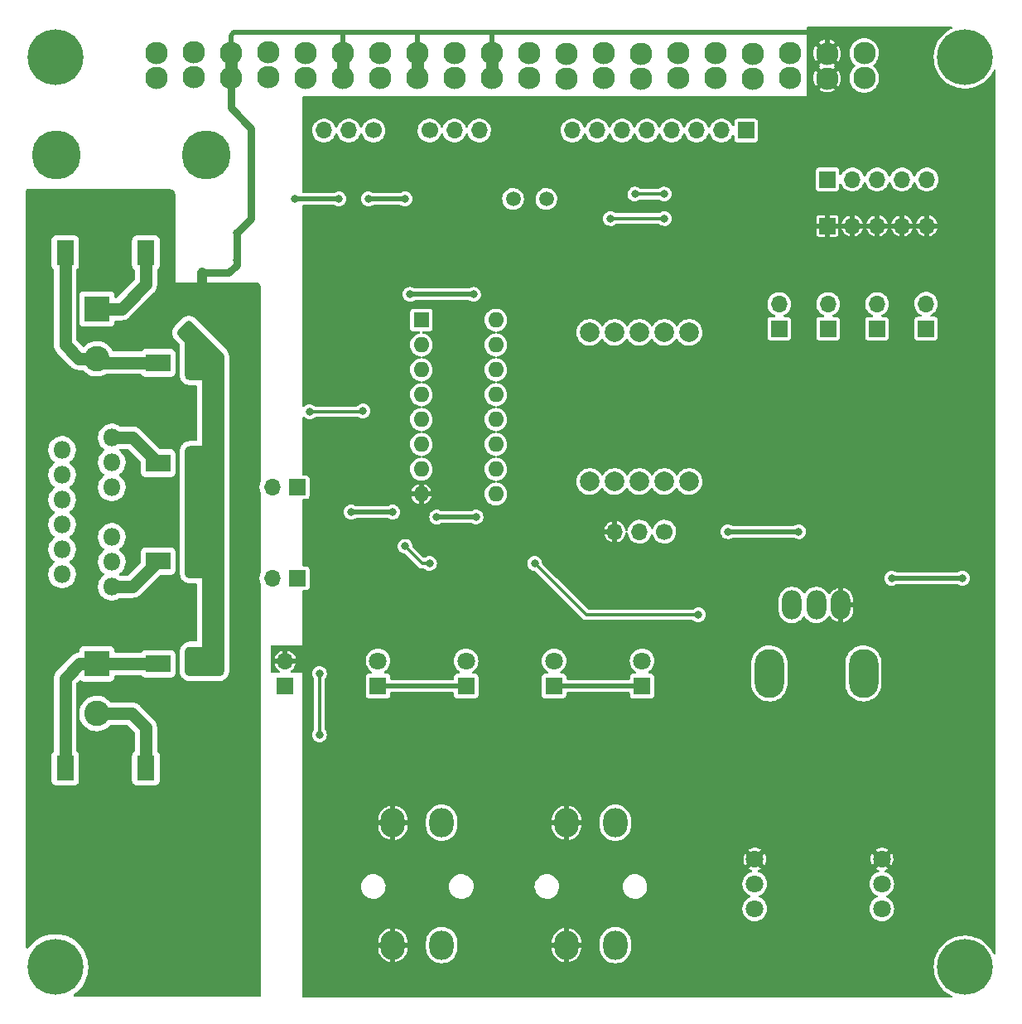
<source format=gbr>
%TF.GenerationSoftware,KiCad,Pcbnew,(6.0.6)*%
%TF.CreationDate,2022-09-15T12:52:00+02:00*%
%TF.ProjectId,myDAQExpansionBoard,6d794441-5145-4787-9061-6e73696f6e42,rev?*%
%TF.SameCoordinates,Original*%
%TF.FileFunction,Copper,L2,Bot*%
%TF.FilePolarity,Positive*%
%FSLAX46Y46*%
G04 Gerber Fmt 4.6, Leading zero omitted, Abs format (unit mm)*
G04 Created by KiCad (PCBNEW (6.0.6)) date 2022-09-15 12:52:00*
%MOMM*%
%LPD*%
G01*
G04 APERTURE LIST*
%TA.AperFunction,ComponentPad*%
%ADD10R,1.800000X1.800000*%
%TD*%
%TA.AperFunction,ComponentPad*%
%ADD11C,1.800000*%
%TD*%
%TA.AperFunction,ComponentPad*%
%ADD12C,1.600000*%
%TD*%
%TA.AperFunction,ComponentPad*%
%ADD13C,5.700000*%
%TD*%
%TA.AperFunction,ComponentPad*%
%ADD14R,1.700000X1.700000*%
%TD*%
%TA.AperFunction,ComponentPad*%
%ADD15O,1.700000X1.700000*%
%TD*%
%TA.AperFunction,ComponentPad*%
%ADD16C,2.000000*%
%TD*%
%TA.AperFunction,ComponentPad*%
%ADD17C,1.700000*%
%TD*%
%TA.AperFunction,ComponentPad*%
%ADD18O,3.000000X5.000000*%
%TD*%
%TA.AperFunction,ComponentPad*%
%ADD19O,2.000000X3.000000*%
%TD*%
%TA.AperFunction,ComponentPad*%
%ADD20C,2.300000*%
%TD*%
%TA.AperFunction,ComponentPad*%
%ADD21O,1.800000X1.800000*%
%TD*%
%TA.AperFunction,ComponentPad*%
%ADD22C,2.500000*%
%TD*%
%TA.AperFunction,ComponentPad*%
%ADD23R,1.600000X1.600000*%
%TD*%
%TA.AperFunction,ComponentPad*%
%ADD24O,1.600000X1.600000*%
%TD*%
%TA.AperFunction,ComponentPad*%
%ADD25R,2.600000X2.600000*%
%TD*%
%TA.AperFunction,ComponentPad*%
%ADD26C,2.600000*%
%TD*%
%TA.AperFunction,ComponentPad*%
%ADD27C,5.000000*%
%TD*%
%TA.AperFunction,ComponentPad*%
%ADD28C,1.500000*%
%TD*%
%TA.AperFunction,ComponentPad*%
%ADD29O,2.500000X3.000000*%
%TD*%
%TA.AperFunction,SMDPad,CuDef*%
%ADD30R,2.500000X1.800000*%
%TD*%
%TA.AperFunction,SMDPad,CuDef*%
%ADD31R,1.800000X2.500000*%
%TD*%
%TA.AperFunction,ViaPad*%
%ADD32C,0.800000*%
%TD*%
%TA.AperFunction,Conductor*%
%ADD33C,0.508000*%
%TD*%
%TA.AperFunction,Conductor*%
%ADD34C,1.270000*%
%TD*%
%TA.AperFunction,Conductor*%
%ADD35C,0.762000*%
%TD*%
%TA.AperFunction,Conductor*%
%ADD36C,0.355600*%
%TD*%
G04 APERTURE END LIST*
D10*
%TO.P,D2,1,K*%
%TO.N,Net-(D1-Pad1)*%
X114737500Y-101512500D03*
D11*
%TO.P,D2,2,A*%
%TO.N,Net-(D2-Pad2)*%
X114737500Y-98972500D03*
%TD*%
D12*
%TO.P,C5,1*%
%TO.N,/IP-*%
X86500000Y-65545000D03*
%TO.P,C5,2*%
%TO.N,GND*%
X91500000Y-65545000D03*
%TD*%
D13*
%TO.P,H1,1,1*%
%TO.N,unconnected-(H1-Pad1)*%
X72750000Y-37250000D03*
%TD*%
D14*
%TO.P,JP10,1,A*%
%TO.N,+5V*%
X97525000Y-90500000D03*
D15*
%TO.P,JP10,2,B*%
%TO.N,Net-(JP10-Pad2)*%
X94985000Y-90500000D03*
%TD*%
D16*
%TO.P,U2,1,E*%
%TO.N,Net-(R14-Pad2)*%
X127380000Y-80620000D03*
%TO.P,U2,2,D*%
%TO.N,Net-(R13-Pad2)*%
X129920000Y-80620000D03*
%TO.P,U2,3,CA/CC*%
%TO.N,Net-(JP6-Pad2)*%
X132460000Y-80620000D03*
%TO.P,U2,4,C*%
%TO.N,Net-(R11-Pad2)*%
X135000000Y-80620000D03*
%TO.P,U2,5,DP*%
%TO.N,unconnected-(U2-Pad5)*%
X137540000Y-80620000D03*
%TO.P,U2,6,B*%
%TO.N,Net-(R10-Pad2)*%
X137540000Y-65380000D03*
%TO.P,U2,7,A*%
%TO.N,Net-(R8-Pad2)*%
X135000000Y-65380000D03*
%TO.P,U2,8,CA/CC*%
%TO.N,unconnected-(U2-Pad8)*%
X132460000Y-65380000D03*
%TO.P,U2,9,F*%
%TO.N,Net-(R15-Pad2)*%
X129920000Y-65380000D03*
%TO.P,U2,10,G*%
%TO.N,Net-(R16-Pad2)*%
X127380000Y-65380000D03*
%TD*%
D13*
%TO.P,H4,1,1*%
%TO.N,unconnected-(H4-Pad1)*%
X72750000Y-130250000D03*
%TD*%
D17*
%TO.P,JP8,1,A*%
%TO.N,Net-(JP8-Pad1)*%
X111000000Y-44750000D03*
D15*
%TO.P,JP8,2,C*%
%TO.N,AI1+*%
X113540000Y-44750000D03*
%TO.P,JP8,3,B*%
%TO.N,Net-(JP8-Pad3)*%
X116080000Y-44750000D03*
%TD*%
D18*
%TO.P,RV1,*%
%TO.N,*%
X155360500Y-100237500D03*
X145760500Y-100237500D03*
D19*
%TO.P,RV1,1,1*%
%TO.N,GND*%
X153060500Y-93237500D03*
%TO.P,RV1,2,2*%
%TO.N,Net-(JP8-Pad1)*%
X150560500Y-93237500D03*
%TO.P,RV1,3,3*%
%TO.N,+5V*%
X148060500Y-93237500D03*
%TD*%
D14*
%TO.P,JP5,1,A*%
%TO.N,Net-(D1-Pad1)*%
X96250000Y-101525000D03*
D15*
%TO.P,JP5,2,B*%
%TO.N,GND*%
X96250000Y-98985000D03*
%TD*%
D14*
%TO.P,JP4,1,A*%
%TO.N,Net-(JP4-Pad1)*%
X161750000Y-65000000D03*
D15*
%TO.P,JP4,2,B*%
%TO.N,DIO7*%
X161750000Y-62460000D03*
%TD*%
D14*
%TO.P,JP9,1,A*%
%TO.N,+5V*%
X97525000Y-81205000D03*
D15*
%TO.P,JP9,2,B*%
%TO.N,Net-(JP9-Pad2)*%
X94985000Y-81205000D03*
%TD*%
D14*
%TO.P,J3,1,Pin_1*%
%TO.N,DIO7*%
X143375000Y-44750000D03*
D15*
%TO.P,J3,2,Pin_2*%
%TO.N,DIO6*%
X140835000Y-44750000D03*
%TO.P,J3,3,Pin_3*%
%TO.N,DIO5*%
X138295000Y-44750000D03*
%TO.P,J3,4,Pin_4*%
%TO.N,DIO4*%
X135755000Y-44750000D03*
%TO.P,J3,5,Pin_5*%
%TO.N,DIO3*%
X133215000Y-44750000D03*
%TO.P,J3,6,Pin_6*%
%TO.N,DIO2*%
X130675000Y-44750000D03*
%TO.P,J3,7,Pin_7*%
%TO.N,DIO1*%
X128135000Y-44750000D03*
%TO.P,J3,8,Pin_8*%
%TO.N,DIO0*%
X125595000Y-44750000D03*
%TD*%
D14*
%TO.P,J2,1,Pin_1*%
%TO.N,GND*%
X151675000Y-54500000D03*
D15*
%TO.P,J2,2,Pin_2*%
X154215000Y-54500000D03*
%TO.P,J2,3,Pin_3*%
X156755000Y-54500000D03*
%TO.P,J2,4,Pin_4*%
X159295000Y-54500000D03*
%TO.P,J2,5,Pin_5*%
X161835000Y-54500000D03*
%TD*%
D20*
%TO.P,J4,1,Pin_1*%
%TO.N,unconnected-(J4-Pad1)*%
X83055000Y-36800000D03*
X83055000Y-39340000D03*
%TO.P,J4,2,Pin_2*%
%TO.N,unconnected-(J4-Pad2)*%
X86865000Y-36760000D03*
X86865000Y-39300000D03*
%TO.P,J4,3,Pin_3*%
%TO.N,GND*%
X90675000Y-39340000D03*
X90675000Y-36800000D03*
%TO.P,J4,4,Pin_4*%
%TO.N,AO0*%
X94485000Y-36760000D03*
X94485000Y-39300000D03*
%TO.P,J4,5,Pin_5*%
%TO.N,unconnected-(J4-Pad5)*%
X98295000Y-36840000D03*
X98295000Y-39380000D03*
%TO.P,J4,6,Pin_6*%
%TO.N,GND*%
X102105000Y-36800000D03*
X102105000Y-39340000D03*
%TO.P,J4,7,Pin_7*%
%TO.N,AI0+*%
X105915000Y-39380000D03*
X105915000Y-36840000D03*
%TO.P,J4,8,Pin_8*%
%TO.N,GND*%
X109725000Y-36800000D03*
X109725000Y-39340000D03*
%TO.P,J4,9,Pin_9*%
%TO.N,AI1+*%
X113535000Y-36800000D03*
X113535000Y-39340000D03*
%TO.P,J4,10,Pin_10*%
%TO.N,GND*%
X117345000Y-36840000D03*
X117345000Y-39380000D03*
%TO.P,J4,11,Pin_11*%
%TO.N,DIO0*%
X121155000Y-36800000D03*
X121155000Y-39340000D03*
%TO.P,J4,12,Pin_12*%
%TO.N,DIO1*%
X124965000Y-39420000D03*
X124965000Y-36880000D03*
%TO.P,J4,13,Pin_13*%
%TO.N,DIO2*%
X128775000Y-36840000D03*
X128775000Y-39380000D03*
%TO.P,J4,14,Pin_14*%
%TO.N,DIO3*%
X132585000Y-39420000D03*
X132585000Y-36880000D03*
%TO.P,J4,15,Pin_15*%
%TO.N,DIO4*%
X136395000Y-39380000D03*
X136395000Y-36840000D03*
%TO.P,J4,16,Pin_16*%
%TO.N,DIO5*%
X140205000Y-39340000D03*
X140205000Y-36800000D03*
%TO.P,J4,17,Pin_17*%
%TO.N,DIO6*%
X144015000Y-36880000D03*
X144015000Y-39420000D03*
%TO.P,J4,18,Pin_18*%
%TO.N,DIO7*%
X147825000Y-39380000D03*
X147825000Y-36840000D03*
%TO.P,J4,19,Pin_19*%
%TO.N,GND*%
X151635000Y-36880000D03*
X151635000Y-39420000D03*
%TO.P,J4,20,Pin_20*%
%TO.N,+5V*%
X155445000Y-39380000D03*
X155445000Y-36840000D03*
%TD*%
D10*
%TO.P,U4,1,SENSE_A*%
%TO.N,GND*%
X73440000Y-74855000D03*
D21*
%TO.P,U4,2,OUT1*%
%TO.N,/OUT1*%
X78520000Y-76125000D03*
%TO.P,U4,3,OUT2*%
%TO.N,/OUT2*%
X73440000Y-77395000D03*
%TO.P,U4,4,Vs*%
%TO.N,/IP-*%
X78520000Y-78665000D03*
%TO.P,U4,5,IN1*%
%TO.N,DIO0*%
X73440000Y-79935000D03*
%TO.P,U4,6,EnA*%
%TO.N,Net-(JP9-Pad2)*%
X78520000Y-81205000D03*
%TO.P,U4,7,IN2*%
%TO.N,DIO1*%
X73440000Y-82475000D03*
%TO.P,U4,8,GND*%
%TO.N,GND*%
X78520000Y-83745000D03*
D22*
X85190000Y-92755000D03*
X85190000Y-74955000D03*
D21*
%TO.P,U4,9,Vss*%
%TO.N,+5V*%
X73440000Y-85015000D03*
%TO.P,U4,10,IN3*%
%TO.N,DIO2*%
X78520000Y-86285000D03*
%TO.P,U4,11,EnB*%
%TO.N,Net-(JP10-Pad2)*%
X73440000Y-87555000D03*
%TO.P,U4,12,IN4*%
%TO.N,DIO3*%
X78520000Y-88825000D03*
%TO.P,U4,13,OUT3*%
%TO.N,/OUT3*%
X73440000Y-90095000D03*
%TO.P,U4,14,OUT4*%
%TO.N,/OUT4*%
X78520000Y-91365000D03*
%TO.P,U4,15,SENSE_B*%
%TO.N,GND*%
X73440000Y-92635000D03*
%TD*%
D17*
%TO.P,JP7,1,A*%
%TO.N,Net-(JP7-Pad1)*%
X105275000Y-44750000D03*
D15*
%TO.P,JP7,2,C*%
%TO.N,AI0+*%
X102735000Y-44750000D03*
%TO.P,JP7,3,B*%
%TO.N,AO0*%
X100195000Y-44750000D03*
%TD*%
D10*
%TO.P,D3,1,K*%
%TO.N,Net-(D1-Pad1)*%
X123737500Y-101512500D03*
D11*
%TO.P,D3,2,A*%
%TO.N,Net-(D3-Pad2)*%
X123737500Y-98972500D03*
%TD*%
D23*
%TO.P,U1,1,B*%
%TO.N,DIO1*%
X110160000Y-64125000D03*
D24*
%TO.P,U1,2,C*%
%TO.N,DIO2*%
X110160000Y-66665000D03*
%TO.P,U1,3,LT*%
%TO.N,Net-(R12-Pad2)*%
X110160000Y-69205000D03*
%TO.P,U1,4,BI*%
X110160000Y-71745000D03*
%TO.P,U1,5,RBI*%
X110160000Y-74285000D03*
%TO.P,U1,6,D*%
%TO.N,DIO3*%
X110160000Y-76825000D03*
%TO.P,U1,7,A*%
%TO.N,DIO0*%
X110160000Y-79365000D03*
%TO.P,U1,8,GND*%
%TO.N,GND*%
X110160000Y-81905000D03*
%TO.P,U1,9,e*%
%TO.N,Net-(R14-Pad1)*%
X117780000Y-81905000D03*
%TO.P,U1,10,d*%
%TO.N,Net-(R13-Pad1)*%
X117780000Y-79365000D03*
%TO.P,U1,11,c*%
%TO.N,Net-(R11-Pad1)*%
X117780000Y-76825000D03*
%TO.P,U1,12,b*%
%TO.N,Net-(R10-Pad1)*%
X117780000Y-74285000D03*
%TO.P,U1,13,a*%
%TO.N,Net-(R8-Pad1)*%
X117780000Y-71745000D03*
%TO.P,U1,14,g*%
%TO.N,Net-(R16-Pad1)*%
X117780000Y-69205000D03*
%TO.P,U1,15,f*%
%TO.N,Net-(R15-Pad1)*%
X117780000Y-66665000D03*
%TO.P,U1,16,VCC*%
%TO.N,+5V*%
X117780000Y-64125000D03*
%TD*%
D25*
%TO.P,J6,1,Pin_1*%
%TO.N,/OUT3*%
X77000000Y-99250000D03*
D26*
%TO.P,J6,2,Pin_2*%
%TO.N,/OUT4*%
X77000000Y-104330000D03*
%TD*%
D14*
%TO.P,JP1,1,A*%
%TO.N,Net-(JP1-Pad1)*%
X156750000Y-65025000D03*
D15*
%TO.P,JP1,2,B*%
%TO.N,DIO6*%
X156750000Y-62485000D03*
%TD*%
D27*
%TO.P,J8,1,Pin_1*%
%TO.N,GND*%
X72850000Y-120250000D03*
X88150000Y-120250000D03*
%TD*%
D28*
%TO.P,R17,1*%
%TO.N,+5V*%
X119550000Y-51750000D03*
%TO.P,R17,2*%
%TO.N,Net-(JP8-Pad3)*%
X122950000Y-51750000D03*
%TD*%
D29*
%TO.P,SW4,1,1*%
%TO.N,Net-(CD2-Pad1)*%
X130000000Y-115500000D03*
X130000000Y-128000000D03*
%TO.P,SW4,2,2*%
%TO.N,GND*%
X125000000Y-128000000D03*
X125000000Y-115500000D03*
%TD*%
D10*
%TO.P,D1,1,K*%
%TO.N,Net-(D1-Pad1)*%
X105737500Y-101512500D03*
D11*
%TO.P,D1,2,A*%
%TO.N,Net-(D1-Pad2)*%
X105737500Y-98972500D03*
%TD*%
D17*
%TO.P,JP6,1,A*%
%TO.N,+5V*%
X135010000Y-85750000D03*
D15*
%TO.P,JP6,2,C*%
%TO.N,Net-(JP6-Pad2)*%
X132470000Y-85750000D03*
%TO.P,JP6,3,B*%
%TO.N,GND*%
X129930000Y-85750000D03*
%TD*%
D13*
%TO.P,H3,1,1*%
%TO.N,unconnected-(H3-Pad1)*%
X165750000Y-130250000D03*
%TD*%
D11*
%TO.P,SW1,1,A*%
%TO.N,+5V*%
X144250000Y-124290000D03*
%TO.P,SW1,2,B*%
%TO.N,Net-(R2-Pad1)*%
X144250000Y-121750000D03*
%TO.P,SW1,3,C*%
%TO.N,GND*%
X144250000Y-119210000D03*
%TD*%
D27*
%TO.P,J7,1,Pin_1*%
%TO.N,VDD*%
X88150000Y-47250000D03*
X72850000Y-47250000D03*
%TD*%
D11*
%TO.P,SW2,1,A*%
%TO.N,+5V*%
X157250000Y-124290000D03*
%TO.P,SW2,2,B*%
%TO.N,Net-(R6-Pad2)*%
X157250000Y-121750000D03*
%TO.P,SW2,3,C*%
%TO.N,GND*%
X157250000Y-119210000D03*
%TD*%
D14*
%TO.P,JP2,1,A*%
%TO.N,Net-(CD1-Pad1)*%
X146750000Y-65025000D03*
D15*
%TO.P,JP2,2,B*%
%TO.N,DIO4*%
X146750000Y-62485000D03*
%TD*%
D14*
%TO.P,JP3,1,A*%
%TO.N,Net-(CD2-Pad1)*%
X151750000Y-65025000D03*
D15*
%TO.P,JP3,2,B*%
%TO.N,DIO5*%
X151750000Y-62485000D03*
%TD*%
D29*
%TO.P,SW3,1,1*%
%TO.N,Net-(CD1-Pad1)*%
X112250000Y-128000000D03*
X112250000Y-115500000D03*
%TO.P,SW3,2,2*%
%TO.N,GND*%
X107250000Y-128000000D03*
X107250000Y-115500000D03*
%TD*%
D10*
%TO.P,D4,1,K*%
%TO.N,Net-(D1-Pad1)*%
X132737500Y-101512500D03*
D11*
%TO.P,D4,2,A*%
%TO.N,Net-(D4-Pad2)*%
X132737500Y-98972500D03*
%TD*%
D25*
%TO.P,J5,1,Pin_1*%
%TO.N,/OUT1*%
X77000000Y-63000000D03*
D26*
%TO.P,J5,2,Pin_2*%
%TO.N,/OUT2*%
X77000000Y-68080000D03*
%TD*%
D14*
%TO.P,J1,1,Pin_1*%
%TO.N,+5V*%
X151675000Y-49750000D03*
D15*
%TO.P,J1,2,Pin_2*%
X154215000Y-49750000D03*
%TO.P,J1,3,Pin_3*%
X156755000Y-49750000D03*
%TO.P,J1,4,Pin_4*%
X159295000Y-49750000D03*
%TO.P,J1,5,Pin_5*%
X161835000Y-49750000D03*
%TD*%
D13*
%TO.P,H2,1,1*%
%TO.N,unconnected-(H2-Pad1)*%
X165750000Y-37250000D03*
%TD*%
D30*
%TO.P,D6,1,K*%
%TO.N,/IP-*%
X87250000Y-99250000D03*
%TO.P,D6,2,A*%
%TO.N,/OUT3*%
X83250000Y-99250000D03*
%TD*%
%TO.P,D5,1,K*%
%TO.N,/IP-*%
X87250000Y-88750000D03*
%TO.P,D5,2,A*%
%TO.N,/OUT4*%
X83250000Y-88750000D03*
%TD*%
D31*
%TO.P,D10,1,K*%
%TO.N,/OUT3*%
X73750000Y-109900000D03*
%TO.P,D10,2,A*%
%TO.N,GND*%
X73750000Y-113900000D03*
%TD*%
%TO.P,D11,1,K*%
%TO.N,/OUT1*%
X82000000Y-57250000D03*
%TO.P,D11,2,A*%
%TO.N,GND*%
X82000000Y-53250000D03*
%TD*%
%TO.P,D9,1,K*%
%TO.N,/OUT4*%
X82000000Y-109900000D03*
%TO.P,D9,2,A*%
%TO.N,GND*%
X82000000Y-113900000D03*
%TD*%
D30*
%TO.P,D7,1,K*%
%TO.N,/IP-*%
X87250000Y-78750000D03*
%TO.P,D7,2,A*%
%TO.N,/OUT1*%
X83250000Y-78750000D03*
%TD*%
D31*
%TO.P,D12,1,K*%
%TO.N,/OUT2*%
X73750000Y-57250000D03*
%TO.P,D12,2,A*%
%TO.N,GND*%
X73750000Y-53250000D03*
%TD*%
D30*
%TO.P,D8,1,K*%
%TO.N,/IP-*%
X87250000Y-68500000D03*
%TO.P,D8,2,A*%
%TO.N,/OUT2*%
X83250000Y-68500000D03*
%TD*%
D32*
%TO.N,+5V*%
X111750000Y-84250000D03*
X115500000Y-61500000D03*
X141500000Y-85750000D03*
X158250000Y-90500000D03*
X101750000Y-51750000D03*
X109000000Y-61500000D03*
X103000000Y-83750000D03*
X148750000Y-85750000D03*
X107250000Y-83750000D03*
X108500000Y-51750000D03*
X97250000Y-51750000D03*
X104750000Y-51750000D03*
X165500000Y-90500000D03*
X115750000Y-84250000D03*
%TO.N,GND*%
X167000000Y-46500000D03*
X113500000Y-109750000D03*
X131500000Y-110000000D03*
X87775000Y-59250000D03*
X91275000Y-58000000D03*
X111400000Y-52300000D03*
X91275000Y-55250000D03*
X120500000Y-61500000D03*
X70750000Y-82250000D03*
%TO.N,DIO0*%
X104210000Y-73415000D03*
X98750000Y-73500000D03*
%TO.N,DIO1*%
X135000000Y-53750000D03*
X129500000Y-53750000D03*
%TO.N,DIO2*%
X132000000Y-51250000D03*
X135000000Y-51250000D03*
%TO.N,Net-(JP8-Pad1)*%
X108500000Y-87250000D03*
X138500000Y-94250000D03*
X111000000Y-89000000D03*
X121750000Y-89000000D03*
%TO.N,Net-(JP10-Pad2)*%
X99750000Y-100250000D03*
X99750000Y-106500000D03*
%TD*%
D33*
%TO.N,+5V*%
X111750000Y-84250000D02*
X115750000Y-84250000D01*
X104750000Y-51750000D02*
X108500000Y-51750000D01*
X165500000Y-90500000D02*
X158250000Y-90500000D01*
X103000000Y-83750000D02*
X107250000Y-83750000D01*
X148750000Y-85750000D02*
X141500000Y-85750000D01*
X115500000Y-61500000D02*
X109000000Y-61500000D01*
X97250000Y-51750000D02*
X101750000Y-51750000D01*
D34*
%TO.N,GND*%
X102105000Y-36800000D02*
X102105000Y-39340000D01*
X109725000Y-36800000D02*
X109725000Y-39340000D01*
D35*
X91275000Y-55250000D02*
X91275000Y-58000000D01*
D34*
X117345000Y-39380000D02*
X117345000Y-36840000D01*
D35*
X90675000Y-42425000D02*
X92750000Y-44500000D01*
D33*
X109750000Y-34750000D02*
X102000000Y-34750000D01*
X117345000Y-36840000D02*
X117345000Y-34845000D01*
X90675000Y-35075000D02*
X90675000Y-36800000D01*
D35*
X90675000Y-39340000D02*
X90675000Y-42425000D01*
X92750000Y-53775000D02*
X91275000Y-55250000D01*
D33*
X102105000Y-34855000D02*
X102000000Y-34750000D01*
D35*
X92750000Y-44500000D02*
X92750000Y-53775000D01*
D33*
X109725000Y-34775000D02*
X109750000Y-34750000D01*
D35*
X90500000Y-59250000D02*
X87775000Y-59250000D01*
D33*
X151635000Y-36880000D02*
X151635000Y-35385000D01*
X102000000Y-34750000D02*
X91000000Y-34750000D01*
X109725000Y-36800000D02*
X109725000Y-34775000D01*
X91000000Y-34750000D02*
X90675000Y-35075000D01*
X117345000Y-34845000D02*
X117250000Y-34750000D01*
D35*
X91275000Y-58475000D02*
X90500000Y-59250000D01*
D33*
X151000000Y-34750000D02*
X117250000Y-34750000D01*
D35*
X91275000Y-58000000D02*
X91275000Y-58475000D01*
D33*
X109750000Y-34750000D02*
X117250000Y-34750000D01*
X102105000Y-36800000D02*
X102105000Y-34855000D01*
D34*
X90675000Y-36800000D02*
X90675000Y-39340000D01*
D33*
X151635000Y-35385000D02*
X151000000Y-34750000D01*
%TO.N,Net-(D1-Pad1)*%
X114737500Y-101512500D02*
X105737500Y-101512500D01*
X123737500Y-101512500D02*
X132737500Y-101512500D01*
D36*
%TO.N,DIO0*%
X104125000Y-73500000D02*
X104210000Y-73415000D01*
X98750000Y-73500000D02*
X104125000Y-73500000D01*
%TO.N,DIO1*%
X135000000Y-53750000D02*
X129500000Y-53750000D01*
%TO.N,DIO2*%
X135000000Y-51250000D02*
X132000000Y-51250000D01*
D34*
%TO.N,/OUT4*%
X78520000Y-91365000D02*
X80635000Y-91365000D01*
X82000000Y-109900000D02*
X82000000Y-105750000D01*
X82000000Y-105750000D02*
X80580000Y-104330000D01*
X80635000Y-91365000D02*
X83250000Y-88750000D01*
X80580000Y-104330000D02*
X77000000Y-104330000D01*
%TO.N,/OUT3*%
X75250000Y-99250000D02*
X77000000Y-99250000D01*
X73750000Y-109900000D02*
X73750000Y-100750000D01*
X83250000Y-99250000D02*
X77000000Y-99250000D01*
X73750000Y-100750000D02*
X75250000Y-99250000D01*
%TO.N,/OUT1*%
X82000000Y-60500000D02*
X79500000Y-63000000D01*
X78520000Y-76125000D02*
X80625000Y-76125000D01*
X82000000Y-60500000D02*
X82000000Y-57250000D01*
X80625000Y-76125000D02*
X83250000Y-78750000D01*
X77000000Y-63000000D02*
X79500000Y-63000000D01*
%TO.N,/OUT2*%
X75170000Y-68080000D02*
X77000000Y-68080000D01*
X83250000Y-68500000D02*
X77420000Y-68500000D01*
X73750000Y-66660000D02*
X75170000Y-68080000D01*
X73750000Y-57250000D02*
X73750000Y-66660000D01*
X77420000Y-68500000D02*
X77000000Y-68080000D01*
D36*
%TO.N,Net-(JP8-Pad1)*%
X138500000Y-94250000D02*
X127000000Y-94250000D01*
X111000000Y-89000000D02*
X110250000Y-89000000D01*
X127000000Y-94250000D02*
X121750000Y-89000000D01*
X110250000Y-89000000D02*
X108500000Y-87250000D01*
%TO.N,Net-(JP10-Pad2)*%
X99750000Y-106500000D02*
X99750000Y-100250000D01*
%TD*%
%TA.AperFunction,Conductor*%
%TO.N,GND*%
G36*
X164401361Y-34124502D02*
G01*
X164447854Y-34178158D01*
X164457958Y-34248432D01*
X164428464Y-34313012D01*
X164386882Y-34344511D01*
X164386705Y-34344594D01*
X164383441Y-34345913D01*
X164380354Y-34347582D01*
X164380350Y-34347584D01*
X164270251Y-34407115D01*
X164068242Y-34516341D01*
X163774004Y-34720841D01*
X163504396Y-34956865D01*
X163262778Y-35221471D01*
X163052160Y-35511361D01*
X162875169Y-35822922D01*
X162734010Y-36152270D01*
X162713863Y-36219002D01*
X162655097Y-36413646D01*
X162630444Y-36495300D01*
X162565759Y-36847737D01*
X162565513Y-36851253D01*
X162565513Y-36851254D01*
X162563710Y-36877035D01*
X162540764Y-37205188D01*
X162555769Y-37563197D01*
X162610587Y-37917303D01*
X162704536Y-38263091D01*
X162836444Y-38596252D01*
X162838089Y-38599346D01*
X162838090Y-38599348D01*
X162898978Y-38713861D01*
X163004666Y-38912633D01*
X163006656Y-38915539D01*
X163006657Y-38915541D01*
X163205117Y-39205384D01*
X163205122Y-39205390D01*
X163207108Y-39208291D01*
X163441244Y-39479540D01*
X163443814Y-39481920D01*
X163443818Y-39481924D01*
X163540775Y-39571707D01*
X163704156Y-39723000D01*
X163992569Y-39935636D01*
X163995606Y-39937390D01*
X163995610Y-39937392D01*
X164118783Y-40008506D01*
X164302886Y-40114798D01*
X164306107Y-40116205D01*
X164628019Y-40256845D01*
X164628029Y-40256849D01*
X164631241Y-40258252D01*
X164634599Y-40259291D01*
X164634603Y-40259293D01*
X164769937Y-40301186D01*
X164973540Y-40364212D01*
X165043602Y-40377577D01*
X165322066Y-40430697D01*
X165322071Y-40430698D01*
X165325517Y-40431355D01*
X165530559Y-40447132D01*
X165679287Y-40458576D01*
X165679288Y-40458576D01*
X165682784Y-40458845D01*
X165906369Y-40451037D01*
X166037375Y-40446463D01*
X166037380Y-40446463D01*
X166040890Y-40446340D01*
X166146824Y-40430697D01*
X166391877Y-40394511D01*
X166391883Y-40394510D01*
X166395369Y-40393995D01*
X166398773Y-40393096D01*
X166398776Y-40393095D01*
X166738397Y-40303363D01*
X166738406Y-40303360D01*
X166741805Y-40302462D01*
X167075879Y-40172884D01*
X167393427Y-40006874D01*
X167572105Y-39886354D01*
X167687574Y-39808469D01*
X167687576Y-39808468D01*
X167690490Y-39806502D01*
X167716297Y-39784539D01*
X167960695Y-39576540D01*
X167960696Y-39576539D01*
X167963368Y-39574265D01*
X167965763Y-39571715D01*
X167965771Y-39571707D01*
X168206246Y-39315626D01*
X168206250Y-39315621D01*
X168208657Y-39313058D01*
X168210762Y-39310244D01*
X168210768Y-39310237D01*
X168421193Y-39028956D01*
X168423302Y-39026137D01*
X168461372Y-38961249D01*
X168492819Y-38907647D01*
X168604625Y-38717078D01*
X168654393Y-38605298D01*
X168700374Y-38551202D01*
X168768301Y-38530553D01*
X168836609Y-38549906D01*
X168883610Y-38603116D01*
X168895500Y-38656547D01*
X168895500Y-128835883D01*
X168875498Y-128904004D01*
X168821842Y-128950497D01*
X168751568Y-128960601D01*
X168686988Y-128931107D01*
X168653007Y-128883897D01*
X168645816Y-128866451D01*
X168645816Y-128866450D01*
X168644476Y-128863200D01*
X168471852Y-128549198D01*
X168265303Y-128256396D01*
X168027402Y-127988442D01*
X167761116Y-127748677D01*
X167469762Y-127540088D01*
X167466699Y-127538376D01*
X167466694Y-127538373D01*
X167306435Y-127448807D01*
X167156974Y-127365276D01*
X167153729Y-127363912D01*
X167153725Y-127363910D01*
X166889044Y-127252649D01*
X166826648Y-127226420D01*
X166823285Y-127225430D01*
X166823276Y-127225427D01*
X166611498Y-127163098D01*
X166482903Y-127125251D01*
X166198510Y-127075105D01*
X166133483Y-127063639D01*
X166133481Y-127063639D01*
X166130023Y-127063029D01*
X166126512Y-127062808D01*
X166126511Y-127062808D01*
X165775925Y-127040750D01*
X165775919Y-127040750D01*
X165772407Y-127040529D01*
X165670826Y-127045497D01*
X165418018Y-127057861D01*
X165418009Y-127057862D01*
X165414511Y-127058033D01*
X165411043Y-127058595D01*
X165411040Y-127058595D01*
X165064271Y-127114759D01*
X165064268Y-127114760D01*
X165060796Y-127115322D01*
X165057409Y-127116268D01*
X165057403Y-127116269D01*
X164775444Y-127194994D01*
X164715672Y-127211683D01*
X164549965Y-127278633D01*
X164386705Y-127344594D01*
X164386701Y-127344596D01*
X164383441Y-127345913D01*
X164380354Y-127347582D01*
X164380350Y-127347584D01*
X164350156Y-127363910D01*
X164068242Y-127516341D01*
X163774004Y-127720841D01*
X163771362Y-127723154D01*
X163771358Y-127723157D01*
X163522403Y-127941101D01*
X163504396Y-127956865D01*
X163262778Y-128221471D01*
X163052160Y-128511361D01*
X163050418Y-128514427D01*
X163050417Y-128514429D01*
X162992575Y-128616249D01*
X162875169Y-128822922D01*
X162734010Y-129152270D01*
X162630444Y-129495300D01*
X162605389Y-129631812D01*
X162578413Y-129778794D01*
X162565759Y-129847737D01*
X162540764Y-130205188D01*
X162555769Y-130563197D01*
X162610587Y-130917303D01*
X162704536Y-131263091D01*
X162836444Y-131596252D01*
X163004666Y-131912633D01*
X163006656Y-131915539D01*
X163006657Y-131915541D01*
X163205117Y-132205384D01*
X163205122Y-132205390D01*
X163207108Y-132208291D01*
X163441244Y-132479540D01*
X163704156Y-132723000D01*
X163992569Y-132935636D01*
X164302886Y-133114798D01*
X164306107Y-133116205D01*
X164392703Y-133154038D01*
X164447118Y-133199639D01*
X164468242Y-133267421D01*
X164449367Y-133335862D01*
X164396485Y-133383234D01*
X164342259Y-133395500D01*
X98126000Y-133395500D01*
X98057879Y-133375498D01*
X98011386Y-133321842D01*
X98000000Y-133269500D01*
X98000000Y-128308295D01*
X105746000Y-128308295D01*
X105746202Y-128313327D01*
X105760111Y-128486203D01*
X105761723Y-128496155D01*
X105817041Y-128721367D01*
X105820224Y-128730937D01*
X105910837Y-128944407D01*
X105915509Y-128953344D01*
X106039090Y-129149588D01*
X106045125Y-129157655D01*
X106198491Y-129331614D01*
X106205743Y-129338617D01*
X106384944Y-129485814D01*
X106393222Y-129491568D01*
X106593661Y-129608227D01*
X106602752Y-129612582D01*
X106819253Y-129695689D01*
X106828930Y-129698537D01*
X106978264Y-129729735D01*
X106992325Y-129728612D01*
X106996000Y-129718505D01*
X106996000Y-129716563D01*
X107504000Y-129716563D01*
X107508136Y-129730649D01*
X107521114Y-129732698D01*
X107538057Y-129730737D01*
X107547947Y-129728778D01*
X107771089Y-129665636D01*
X107780540Y-129662122D01*
X107990724Y-129564111D01*
X107999489Y-129559132D01*
X108191285Y-129428787D01*
X108199161Y-129422456D01*
X108367647Y-129263125D01*
X108374399Y-129255626D01*
X108515254Y-129071396D01*
X108520716Y-129062921D01*
X108630300Y-128858547D01*
X108634342Y-128849295D01*
X108709839Y-128630034D01*
X108712350Y-128620258D01*
X108752008Y-128390662D01*
X108752863Y-128382795D01*
X108753936Y-128359171D01*
X108754000Y-128356338D01*
X108754000Y-128313036D01*
X110645500Y-128313036D01*
X110660354Y-128501775D01*
X110661508Y-128506582D01*
X110661509Y-128506588D01*
X110688799Y-128620258D01*
X110719312Y-128747351D01*
X110721205Y-128751922D01*
X110721206Y-128751924D01*
X110803458Y-128950497D01*
X110815960Y-128980680D01*
X110947919Y-129196017D01*
X111111939Y-129388061D01*
X111303983Y-129552081D01*
X111519320Y-129684040D01*
X111523890Y-129685933D01*
X111523894Y-129685935D01*
X111748076Y-129778794D01*
X111752649Y-129780688D01*
X111838865Y-129801387D01*
X111993412Y-129838491D01*
X111993418Y-129838492D01*
X111998225Y-129839646D01*
X112250000Y-129859461D01*
X112501775Y-129839646D01*
X112506582Y-129838492D01*
X112506588Y-129838491D01*
X112661135Y-129801387D01*
X112747351Y-129780688D01*
X112751924Y-129778794D01*
X112976106Y-129685935D01*
X112976110Y-129685933D01*
X112980680Y-129684040D01*
X113196017Y-129552081D01*
X113388061Y-129388061D01*
X113552081Y-129196017D01*
X113684040Y-128980680D01*
X113696543Y-128950497D01*
X113778794Y-128751924D01*
X113778795Y-128751922D01*
X113780688Y-128747351D01*
X113811201Y-128620258D01*
X113838491Y-128506588D01*
X113838492Y-128506582D01*
X113839646Y-128501775D01*
X113854500Y-128313036D01*
X113854500Y-128308295D01*
X123496000Y-128308295D01*
X123496202Y-128313327D01*
X123510111Y-128486203D01*
X123511723Y-128496155D01*
X123567041Y-128721367D01*
X123570224Y-128730937D01*
X123660837Y-128944407D01*
X123665509Y-128953344D01*
X123789090Y-129149588D01*
X123795125Y-129157655D01*
X123948491Y-129331614D01*
X123955743Y-129338617D01*
X124134944Y-129485814D01*
X124143222Y-129491568D01*
X124343661Y-129608227D01*
X124352752Y-129612582D01*
X124569253Y-129695689D01*
X124578930Y-129698537D01*
X124728264Y-129729735D01*
X124742325Y-129728612D01*
X124746000Y-129718505D01*
X124746000Y-129716563D01*
X125254000Y-129716563D01*
X125258136Y-129730649D01*
X125271114Y-129732698D01*
X125288057Y-129730737D01*
X125297947Y-129728778D01*
X125521089Y-129665636D01*
X125530540Y-129662122D01*
X125740724Y-129564111D01*
X125749489Y-129559132D01*
X125941285Y-129428787D01*
X125949161Y-129422456D01*
X126117647Y-129263125D01*
X126124399Y-129255626D01*
X126265254Y-129071396D01*
X126270716Y-129062921D01*
X126380300Y-128858547D01*
X126384342Y-128849295D01*
X126459839Y-128630034D01*
X126462350Y-128620258D01*
X126502008Y-128390662D01*
X126502863Y-128382795D01*
X126503936Y-128359171D01*
X126504000Y-128356338D01*
X126504000Y-128313036D01*
X128395500Y-128313036D01*
X128410354Y-128501775D01*
X128411508Y-128506582D01*
X128411509Y-128506588D01*
X128438799Y-128620258D01*
X128469312Y-128747351D01*
X128471205Y-128751922D01*
X128471206Y-128751924D01*
X128553458Y-128950497D01*
X128565960Y-128980680D01*
X128697919Y-129196017D01*
X128861939Y-129388061D01*
X129053983Y-129552081D01*
X129269320Y-129684040D01*
X129273890Y-129685933D01*
X129273894Y-129685935D01*
X129498076Y-129778794D01*
X129502649Y-129780688D01*
X129588865Y-129801387D01*
X129743412Y-129838491D01*
X129743418Y-129838492D01*
X129748225Y-129839646D01*
X130000000Y-129859461D01*
X130251775Y-129839646D01*
X130256582Y-129838492D01*
X130256588Y-129838491D01*
X130411135Y-129801387D01*
X130497351Y-129780688D01*
X130501924Y-129778794D01*
X130726106Y-129685935D01*
X130726110Y-129685933D01*
X130730680Y-129684040D01*
X130946017Y-129552081D01*
X131138061Y-129388061D01*
X131302081Y-129196017D01*
X131434040Y-128980680D01*
X131446543Y-128950497D01*
X131528794Y-128751924D01*
X131528795Y-128751922D01*
X131530688Y-128747351D01*
X131561201Y-128620258D01*
X131588491Y-128506588D01*
X131588492Y-128506582D01*
X131589646Y-128501775D01*
X131604500Y-128313036D01*
X131604500Y-127686964D01*
X131589646Y-127498225D01*
X131588492Y-127493418D01*
X131588491Y-127493412D01*
X131536926Y-127278633D01*
X131530688Y-127252649D01*
X131514266Y-127213002D01*
X131435935Y-127023894D01*
X131435933Y-127023890D01*
X131434040Y-127019320D01*
X131302081Y-126803983D01*
X131138061Y-126611939D01*
X130946017Y-126447919D01*
X130730680Y-126315960D01*
X130726110Y-126314067D01*
X130726106Y-126314065D01*
X130501924Y-126221206D01*
X130501922Y-126221205D01*
X130497351Y-126219312D01*
X130411135Y-126198613D01*
X130256588Y-126161509D01*
X130256582Y-126161508D01*
X130251775Y-126160354D01*
X130000000Y-126140539D01*
X129748225Y-126160354D01*
X129743418Y-126161508D01*
X129743412Y-126161509D01*
X129588865Y-126198613D01*
X129502649Y-126219312D01*
X129498078Y-126221205D01*
X129498076Y-126221206D01*
X129273894Y-126314065D01*
X129273890Y-126314067D01*
X129269320Y-126315960D01*
X129053983Y-126447919D01*
X128861939Y-126611939D01*
X128697919Y-126803983D01*
X128565960Y-127019320D01*
X128564067Y-127023890D01*
X128564065Y-127023894D01*
X128485734Y-127213002D01*
X128469312Y-127252649D01*
X128463074Y-127278633D01*
X128411509Y-127493412D01*
X128411508Y-127493418D01*
X128410354Y-127498225D01*
X128395500Y-127686964D01*
X128395500Y-128313036D01*
X126504000Y-128313036D01*
X126504000Y-128272115D01*
X126499525Y-128256876D01*
X126498135Y-128255671D01*
X126490452Y-128254000D01*
X125272115Y-128254000D01*
X125256876Y-128258475D01*
X125255671Y-128259865D01*
X125254000Y-128267548D01*
X125254000Y-129716563D01*
X124746000Y-129716563D01*
X124746000Y-128272115D01*
X124741525Y-128256876D01*
X124740135Y-128255671D01*
X124732452Y-128254000D01*
X123514115Y-128254000D01*
X123498876Y-128258475D01*
X123497671Y-128259865D01*
X123496000Y-128267548D01*
X123496000Y-128308295D01*
X113854500Y-128308295D01*
X113854500Y-127727885D01*
X123496000Y-127727885D01*
X123500475Y-127743124D01*
X123501865Y-127744329D01*
X123509548Y-127746000D01*
X124727885Y-127746000D01*
X124743124Y-127741525D01*
X124744329Y-127740135D01*
X124746000Y-127732452D01*
X124746000Y-127727885D01*
X125254000Y-127727885D01*
X125258475Y-127743124D01*
X125259865Y-127744329D01*
X125267548Y-127746000D01*
X126485885Y-127746000D01*
X126501124Y-127741525D01*
X126502329Y-127740135D01*
X126504000Y-127732452D01*
X126504000Y-127691705D01*
X126503798Y-127686673D01*
X126489889Y-127513797D01*
X126488277Y-127503845D01*
X126432959Y-127278633D01*
X126429776Y-127269063D01*
X126339163Y-127055593D01*
X126334491Y-127046656D01*
X126210910Y-126850412D01*
X126204875Y-126842345D01*
X126051509Y-126668386D01*
X126044257Y-126661383D01*
X125865056Y-126514186D01*
X125856778Y-126508432D01*
X125656339Y-126391773D01*
X125647248Y-126387418D01*
X125430747Y-126304311D01*
X125421070Y-126301463D01*
X125271736Y-126270265D01*
X125257675Y-126271388D01*
X125254000Y-126281495D01*
X125254000Y-127727885D01*
X124746000Y-127727885D01*
X124746000Y-126283437D01*
X124741864Y-126269351D01*
X124728886Y-126267302D01*
X124711943Y-126269263D01*
X124702053Y-126271222D01*
X124478911Y-126334364D01*
X124469460Y-126337878D01*
X124259276Y-126435889D01*
X124250511Y-126440868D01*
X124058715Y-126571213D01*
X124050839Y-126577544D01*
X123882353Y-126736875D01*
X123875601Y-126744374D01*
X123734746Y-126928604D01*
X123729284Y-126937079D01*
X123619700Y-127141453D01*
X123615658Y-127150705D01*
X123540161Y-127369966D01*
X123537650Y-127379742D01*
X123497992Y-127609338D01*
X123497137Y-127617205D01*
X123496064Y-127640829D01*
X123496000Y-127643662D01*
X123496000Y-127727885D01*
X113854500Y-127727885D01*
X113854500Y-127686964D01*
X113839646Y-127498225D01*
X113838492Y-127493418D01*
X113838491Y-127493412D01*
X113786926Y-127278633D01*
X113780688Y-127252649D01*
X113764266Y-127213002D01*
X113685935Y-127023894D01*
X113685933Y-127023890D01*
X113684040Y-127019320D01*
X113552081Y-126803983D01*
X113388061Y-126611939D01*
X113196017Y-126447919D01*
X112980680Y-126315960D01*
X112976110Y-126314067D01*
X112976106Y-126314065D01*
X112751924Y-126221206D01*
X112751922Y-126221205D01*
X112747351Y-126219312D01*
X112661135Y-126198613D01*
X112506588Y-126161509D01*
X112506582Y-126161508D01*
X112501775Y-126160354D01*
X112250000Y-126140539D01*
X111998225Y-126160354D01*
X111993418Y-126161508D01*
X111993412Y-126161509D01*
X111838865Y-126198613D01*
X111752649Y-126219312D01*
X111748078Y-126221205D01*
X111748076Y-126221206D01*
X111523894Y-126314065D01*
X111523890Y-126314067D01*
X111519320Y-126315960D01*
X111303983Y-126447919D01*
X111111939Y-126611939D01*
X110947919Y-126803983D01*
X110815960Y-127019320D01*
X110814067Y-127023890D01*
X110814065Y-127023894D01*
X110735734Y-127213002D01*
X110719312Y-127252649D01*
X110713074Y-127278633D01*
X110661509Y-127493412D01*
X110661508Y-127493418D01*
X110660354Y-127498225D01*
X110645500Y-127686964D01*
X110645500Y-128313036D01*
X108754000Y-128313036D01*
X108754000Y-128272115D01*
X108749525Y-128256876D01*
X108748135Y-128255671D01*
X108740452Y-128254000D01*
X107522115Y-128254000D01*
X107506876Y-128258475D01*
X107505671Y-128259865D01*
X107504000Y-128267548D01*
X107504000Y-129716563D01*
X106996000Y-129716563D01*
X106996000Y-128272115D01*
X106991525Y-128256876D01*
X106990135Y-128255671D01*
X106982452Y-128254000D01*
X105764115Y-128254000D01*
X105748876Y-128258475D01*
X105747671Y-128259865D01*
X105746000Y-128267548D01*
X105746000Y-128308295D01*
X98000000Y-128308295D01*
X98000000Y-127727885D01*
X105746000Y-127727885D01*
X105750475Y-127743124D01*
X105751865Y-127744329D01*
X105759548Y-127746000D01*
X106977885Y-127746000D01*
X106993124Y-127741525D01*
X106994329Y-127740135D01*
X106996000Y-127732452D01*
X106996000Y-127727885D01*
X107504000Y-127727885D01*
X107508475Y-127743124D01*
X107509865Y-127744329D01*
X107517548Y-127746000D01*
X108735885Y-127746000D01*
X108751124Y-127741525D01*
X108752329Y-127740135D01*
X108754000Y-127732452D01*
X108754000Y-127691705D01*
X108753798Y-127686673D01*
X108739889Y-127513797D01*
X108738277Y-127503845D01*
X108682959Y-127278633D01*
X108679776Y-127269063D01*
X108589163Y-127055593D01*
X108584491Y-127046656D01*
X108460910Y-126850412D01*
X108454875Y-126842345D01*
X108301509Y-126668386D01*
X108294257Y-126661383D01*
X108115056Y-126514186D01*
X108106778Y-126508432D01*
X107906339Y-126391773D01*
X107897248Y-126387418D01*
X107680747Y-126304311D01*
X107671070Y-126301463D01*
X107521736Y-126270265D01*
X107507675Y-126271388D01*
X107504000Y-126281495D01*
X107504000Y-127727885D01*
X106996000Y-127727885D01*
X106996000Y-126283437D01*
X106991864Y-126269351D01*
X106978886Y-126267302D01*
X106961943Y-126269263D01*
X106952053Y-126271222D01*
X106728911Y-126334364D01*
X106719460Y-126337878D01*
X106509276Y-126435889D01*
X106500511Y-126440868D01*
X106308715Y-126571213D01*
X106300839Y-126577544D01*
X106132353Y-126736875D01*
X106125601Y-126744374D01*
X105984746Y-126928604D01*
X105979284Y-126937079D01*
X105869700Y-127141453D01*
X105865658Y-127150705D01*
X105790161Y-127369966D01*
X105787650Y-127379742D01*
X105747992Y-127609338D01*
X105747137Y-127617205D01*
X105746064Y-127640829D01*
X105746000Y-127643662D01*
X105746000Y-127727885D01*
X98000000Y-127727885D01*
X98000000Y-124290000D01*
X142990708Y-124290000D01*
X143009839Y-124508674D01*
X143066653Y-124720703D01*
X143068978Y-124725688D01*
X143157095Y-124914659D01*
X143157098Y-124914664D01*
X143159421Y-124919646D01*
X143285326Y-125099457D01*
X143440543Y-125254674D01*
X143445051Y-125257831D01*
X143445054Y-125257833D01*
X143615845Y-125377422D01*
X143620354Y-125380579D01*
X143625336Y-125382902D01*
X143625341Y-125382905D01*
X143726116Y-125429896D01*
X143819297Y-125473347D01*
X144031326Y-125530161D01*
X144250000Y-125549292D01*
X144468674Y-125530161D01*
X144680703Y-125473347D01*
X144773884Y-125429896D01*
X144874659Y-125382905D01*
X144874664Y-125382902D01*
X144879646Y-125380579D01*
X144884155Y-125377422D01*
X145054946Y-125257833D01*
X145054949Y-125257831D01*
X145059457Y-125254674D01*
X145214674Y-125099457D01*
X145340579Y-124919646D01*
X145342902Y-124914664D01*
X145342905Y-124914659D01*
X145431022Y-124725688D01*
X145433347Y-124720703D01*
X145490161Y-124508674D01*
X145509292Y-124290000D01*
X155990708Y-124290000D01*
X156009839Y-124508674D01*
X156066653Y-124720703D01*
X156068978Y-124725688D01*
X156157095Y-124914659D01*
X156157098Y-124914664D01*
X156159421Y-124919646D01*
X156285326Y-125099457D01*
X156440543Y-125254674D01*
X156445051Y-125257831D01*
X156445054Y-125257833D01*
X156615845Y-125377422D01*
X156620354Y-125380579D01*
X156625336Y-125382902D01*
X156625341Y-125382905D01*
X156726116Y-125429896D01*
X156819297Y-125473347D01*
X157031326Y-125530161D01*
X157250000Y-125549292D01*
X157468674Y-125530161D01*
X157680703Y-125473347D01*
X157773884Y-125429896D01*
X157874659Y-125382905D01*
X157874664Y-125382902D01*
X157879646Y-125380579D01*
X157884155Y-125377422D01*
X158054946Y-125257833D01*
X158054949Y-125257831D01*
X158059457Y-125254674D01*
X158214674Y-125099457D01*
X158340579Y-124919646D01*
X158342902Y-124914664D01*
X158342905Y-124914659D01*
X158431022Y-124725688D01*
X158433347Y-124720703D01*
X158490161Y-124508674D01*
X158509292Y-124290000D01*
X158490161Y-124071326D01*
X158433347Y-123859297D01*
X158389896Y-123766116D01*
X158342905Y-123665341D01*
X158342902Y-123665336D01*
X158340579Y-123660354D01*
X158214674Y-123480543D01*
X158059457Y-123325326D01*
X158054949Y-123322169D01*
X158054946Y-123322167D01*
X157884155Y-123202578D01*
X157884153Y-123202577D01*
X157879646Y-123199421D01*
X157874661Y-123197097D01*
X157874655Y-123197093D01*
X157739768Y-123134195D01*
X157686482Y-123087278D01*
X157667021Y-123019001D01*
X157687563Y-122951041D01*
X157739768Y-122905805D01*
X157874655Y-122842907D01*
X157874661Y-122842903D01*
X157879646Y-122840579D01*
X157884155Y-122837422D01*
X158054946Y-122717833D01*
X158054949Y-122717831D01*
X158059457Y-122714674D01*
X158214674Y-122559457D01*
X158269680Y-122480901D01*
X158337422Y-122384155D01*
X158337423Y-122384153D01*
X158340579Y-122379646D01*
X158342902Y-122374664D01*
X158342905Y-122374659D01*
X158431022Y-122185688D01*
X158433347Y-122180703D01*
X158490161Y-121968674D01*
X158509292Y-121750000D01*
X158490161Y-121531326D01*
X158433347Y-121319297D01*
X158383305Y-121211981D01*
X158342905Y-121125341D01*
X158342902Y-121125336D01*
X158340579Y-121120354D01*
X158337422Y-121115845D01*
X158217833Y-120945054D01*
X158217831Y-120945051D01*
X158214674Y-120940543D01*
X158059457Y-120785326D01*
X158054949Y-120782169D01*
X158054946Y-120782167D01*
X157884155Y-120662578D01*
X157884153Y-120662577D01*
X157879646Y-120659421D01*
X157874664Y-120657098D01*
X157874659Y-120657095D01*
X157773884Y-120610104D01*
X157680703Y-120566653D01*
X157614195Y-120548832D01*
X157553573Y-120511880D01*
X157522551Y-120448019D01*
X157530980Y-120377525D01*
X157576183Y-120322778D01*
X157606306Y-120307812D01*
X157715917Y-120270604D01*
X157726420Y-120265928D01*
X157851830Y-120195696D01*
X157861693Y-120185619D01*
X157858738Y-120177949D01*
X157262811Y-119582021D01*
X157248868Y-119574408D01*
X157247034Y-119574539D01*
X157240420Y-119578790D01*
X156646092Y-120173119D01*
X156639899Y-120184461D01*
X156649781Y-120196950D01*
X156692199Y-120225292D01*
X156702307Y-120230780D01*
X156891867Y-120312221D01*
X156891186Y-120313806D01*
X156943211Y-120349376D01*
X156970851Y-120414771D01*
X156958748Y-120484728D01*
X156910744Y-120537037D01*
X156878285Y-120550847D01*
X156819297Y-120566653D01*
X156726116Y-120610104D01*
X156625341Y-120657095D01*
X156625336Y-120657098D01*
X156620354Y-120659421D01*
X156615847Y-120662577D01*
X156615845Y-120662578D01*
X156445054Y-120782167D01*
X156445051Y-120782169D01*
X156440543Y-120785326D01*
X156285326Y-120940543D01*
X156282169Y-120945051D01*
X156282167Y-120945054D01*
X156162578Y-121115845D01*
X156159421Y-121120354D01*
X156157098Y-121125336D01*
X156157095Y-121125341D01*
X156116695Y-121211981D01*
X156066653Y-121319297D01*
X156009839Y-121531326D01*
X155990708Y-121750000D01*
X156009839Y-121968674D01*
X156066653Y-122180703D01*
X156068978Y-122185688D01*
X156157095Y-122374659D01*
X156157098Y-122374664D01*
X156159421Y-122379646D01*
X156162577Y-122384153D01*
X156162578Y-122384155D01*
X156230321Y-122480901D01*
X156285326Y-122559457D01*
X156440543Y-122714674D01*
X156445051Y-122717831D01*
X156445054Y-122717833D01*
X156615845Y-122837422D01*
X156620354Y-122840579D01*
X156625339Y-122842903D01*
X156625345Y-122842907D01*
X156760232Y-122905805D01*
X156813518Y-122952722D01*
X156832979Y-123020999D01*
X156812437Y-123088959D01*
X156760232Y-123134195D01*
X156625345Y-123197093D01*
X156625339Y-123197097D01*
X156620354Y-123199421D01*
X156615847Y-123202577D01*
X156615845Y-123202578D01*
X156445054Y-123322167D01*
X156445051Y-123322169D01*
X156440543Y-123325326D01*
X156285326Y-123480543D01*
X156159421Y-123660354D01*
X156157098Y-123665336D01*
X156157095Y-123665341D01*
X156110104Y-123766116D01*
X156066653Y-123859297D01*
X156009839Y-124071326D01*
X155990708Y-124290000D01*
X145509292Y-124290000D01*
X145490161Y-124071326D01*
X145433347Y-123859297D01*
X145389896Y-123766116D01*
X145342905Y-123665341D01*
X145342902Y-123665336D01*
X145340579Y-123660354D01*
X145214674Y-123480543D01*
X145059457Y-123325326D01*
X145054949Y-123322169D01*
X145054946Y-123322167D01*
X144884155Y-123202578D01*
X144884153Y-123202577D01*
X144879646Y-123199421D01*
X144874661Y-123197097D01*
X144874655Y-123197093D01*
X144739768Y-123134195D01*
X144686482Y-123087278D01*
X144667021Y-123019001D01*
X144687563Y-122951041D01*
X144739768Y-122905805D01*
X144874655Y-122842907D01*
X144874661Y-122842903D01*
X144879646Y-122840579D01*
X144884155Y-122837422D01*
X145054946Y-122717833D01*
X145054949Y-122717831D01*
X145059457Y-122714674D01*
X145214674Y-122559457D01*
X145269680Y-122480901D01*
X145337422Y-122384155D01*
X145337423Y-122384153D01*
X145340579Y-122379646D01*
X145342902Y-122374664D01*
X145342905Y-122374659D01*
X145431022Y-122185688D01*
X145433347Y-122180703D01*
X145490161Y-121968674D01*
X145509292Y-121750000D01*
X145490161Y-121531326D01*
X145433347Y-121319297D01*
X145383305Y-121211981D01*
X145342905Y-121125341D01*
X145342902Y-121125336D01*
X145340579Y-121120354D01*
X145337422Y-121115845D01*
X145217833Y-120945054D01*
X145217831Y-120945051D01*
X145214674Y-120940543D01*
X145059457Y-120785326D01*
X145054949Y-120782169D01*
X145054946Y-120782167D01*
X144884155Y-120662578D01*
X144884153Y-120662577D01*
X144879646Y-120659421D01*
X144874664Y-120657098D01*
X144874659Y-120657095D01*
X144773884Y-120610104D01*
X144680703Y-120566653D01*
X144614195Y-120548832D01*
X144553573Y-120511880D01*
X144522551Y-120448019D01*
X144530980Y-120377525D01*
X144576183Y-120322778D01*
X144606306Y-120307812D01*
X144715917Y-120270604D01*
X144726420Y-120265928D01*
X144851830Y-120195696D01*
X144861693Y-120185619D01*
X144858738Y-120177949D01*
X144262811Y-119582021D01*
X144248868Y-119574408D01*
X144247034Y-119574539D01*
X144240420Y-119578790D01*
X143646092Y-120173119D01*
X143639899Y-120184461D01*
X143649781Y-120196950D01*
X143692199Y-120225292D01*
X143702307Y-120230780D01*
X143891867Y-120312221D01*
X143891186Y-120313806D01*
X143943211Y-120349376D01*
X143970851Y-120414771D01*
X143958748Y-120484728D01*
X143910744Y-120537037D01*
X143878285Y-120550847D01*
X143819297Y-120566653D01*
X143726116Y-120610104D01*
X143625341Y-120657095D01*
X143625336Y-120657098D01*
X143620354Y-120659421D01*
X143615847Y-120662577D01*
X143615845Y-120662578D01*
X143445054Y-120782167D01*
X143445051Y-120782169D01*
X143440543Y-120785326D01*
X143285326Y-120940543D01*
X143282169Y-120945051D01*
X143282167Y-120945054D01*
X143162578Y-121115845D01*
X143159421Y-121120354D01*
X143157098Y-121125336D01*
X143157095Y-121125341D01*
X143116695Y-121211981D01*
X143066653Y-121319297D01*
X143009839Y-121531326D01*
X142990708Y-121750000D01*
X143009839Y-121968674D01*
X143066653Y-122180703D01*
X143068978Y-122185688D01*
X143157095Y-122374659D01*
X143157098Y-122374664D01*
X143159421Y-122379646D01*
X143162577Y-122384153D01*
X143162578Y-122384155D01*
X143230321Y-122480901D01*
X143285326Y-122559457D01*
X143440543Y-122714674D01*
X143445051Y-122717831D01*
X143445054Y-122717833D01*
X143615845Y-122837422D01*
X143620354Y-122840579D01*
X143625339Y-122842903D01*
X143625345Y-122842907D01*
X143760232Y-122905805D01*
X143813518Y-122952722D01*
X143832979Y-123020999D01*
X143812437Y-123088959D01*
X143760232Y-123134195D01*
X143625345Y-123197093D01*
X143625339Y-123197097D01*
X143620354Y-123199421D01*
X143615847Y-123202577D01*
X143615845Y-123202578D01*
X143445054Y-123322167D01*
X143445051Y-123322169D01*
X143440543Y-123325326D01*
X143285326Y-123480543D01*
X143159421Y-123660354D01*
X143157098Y-123665336D01*
X143157095Y-123665341D01*
X143110104Y-123766116D01*
X143066653Y-123859297D01*
X143009839Y-124071326D01*
X142990708Y-124290000D01*
X98000000Y-124290000D01*
X98000000Y-122039564D01*
X103991051Y-122039564D01*
X104017954Y-122261880D01*
X104083800Y-122475917D01*
X104086370Y-122480897D01*
X104086372Y-122480901D01*
X104148703Y-122601665D01*
X104186509Y-122674912D01*
X104322833Y-122852573D01*
X104326979Y-122856346D01*
X104326984Y-122856351D01*
X104432895Y-122952722D01*
X104488464Y-123003286D01*
X104678167Y-123122286D01*
X104683376Y-123124380D01*
X104683378Y-123124381D01*
X104779489Y-123163017D01*
X104885944Y-123205812D01*
X104891436Y-123206949D01*
X104891438Y-123206950D01*
X105032059Y-123236071D01*
X105105228Y-123251224D01*
X105109839Y-123251490D01*
X105109840Y-123251490D01*
X105160225Y-123254395D01*
X105160229Y-123254395D01*
X105162048Y-123254500D01*
X105306819Y-123254500D01*
X105309606Y-123254251D01*
X105309612Y-123254251D01*
X105378962Y-123248061D01*
X105473051Y-123239664D01*
X105689051Y-123180573D01*
X105694109Y-123178161D01*
X105694113Y-123178159D01*
X105886107Y-123086583D01*
X105886109Y-123086582D01*
X105891174Y-123084166D01*
X105999578Y-123006270D01*
X106068470Y-122956766D01*
X106068472Y-122956764D01*
X106073030Y-122953489D01*
X106228871Y-122792674D01*
X106308003Y-122674912D01*
X106350641Y-122611460D01*
X106350643Y-122611457D01*
X106353770Y-122606803D01*
X106443782Y-122401752D01*
X106496059Y-122184002D01*
X106504387Y-122039564D01*
X112991051Y-122039564D01*
X113017954Y-122261880D01*
X113083800Y-122475917D01*
X113086370Y-122480897D01*
X113086372Y-122480901D01*
X113148703Y-122601665D01*
X113186509Y-122674912D01*
X113322833Y-122852573D01*
X113326979Y-122856346D01*
X113326984Y-122856351D01*
X113432895Y-122952722D01*
X113488464Y-123003286D01*
X113678167Y-123122286D01*
X113683376Y-123124380D01*
X113683378Y-123124381D01*
X113779489Y-123163017D01*
X113885944Y-123205812D01*
X113891436Y-123206949D01*
X113891438Y-123206950D01*
X114032059Y-123236071D01*
X114105228Y-123251224D01*
X114109839Y-123251490D01*
X114109840Y-123251490D01*
X114160225Y-123254395D01*
X114160229Y-123254395D01*
X114162048Y-123254500D01*
X114306819Y-123254500D01*
X114309606Y-123254251D01*
X114309612Y-123254251D01*
X114378962Y-123248061D01*
X114473051Y-123239664D01*
X114689051Y-123180573D01*
X114694109Y-123178161D01*
X114694113Y-123178159D01*
X114886107Y-123086583D01*
X114886109Y-123086582D01*
X114891174Y-123084166D01*
X114999578Y-123006270D01*
X115068470Y-122956766D01*
X115068472Y-122956764D01*
X115073030Y-122953489D01*
X115228871Y-122792674D01*
X115308003Y-122674912D01*
X115350641Y-122611460D01*
X115350643Y-122611457D01*
X115353770Y-122606803D01*
X115443782Y-122401752D01*
X115496059Y-122184002D01*
X115504387Y-122039564D01*
X121741051Y-122039564D01*
X121767954Y-122261880D01*
X121833800Y-122475917D01*
X121836370Y-122480897D01*
X121836372Y-122480901D01*
X121898703Y-122601665D01*
X121936509Y-122674912D01*
X122072833Y-122852573D01*
X122076979Y-122856346D01*
X122076984Y-122856351D01*
X122182895Y-122952722D01*
X122238464Y-123003286D01*
X122428167Y-123122286D01*
X122433376Y-123124380D01*
X122433378Y-123124381D01*
X122529489Y-123163017D01*
X122635944Y-123205812D01*
X122641436Y-123206949D01*
X122641438Y-123206950D01*
X122782059Y-123236071D01*
X122855228Y-123251224D01*
X122859839Y-123251490D01*
X122859840Y-123251490D01*
X122910225Y-123254395D01*
X122910229Y-123254395D01*
X122912048Y-123254500D01*
X123056819Y-123254500D01*
X123059606Y-123254251D01*
X123059612Y-123254251D01*
X123128962Y-123248061D01*
X123223051Y-123239664D01*
X123439051Y-123180573D01*
X123444109Y-123178161D01*
X123444113Y-123178159D01*
X123636107Y-123086583D01*
X123636109Y-123086582D01*
X123641174Y-123084166D01*
X123749578Y-123006270D01*
X123818470Y-122956766D01*
X123818472Y-122956764D01*
X123823030Y-122953489D01*
X123978871Y-122792674D01*
X124058003Y-122674912D01*
X124100641Y-122611460D01*
X124100643Y-122611457D01*
X124103770Y-122606803D01*
X124193782Y-122401752D01*
X124246059Y-122184002D01*
X124254387Y-122039564D01*
X130741051Y-122039564D01*
X130767954Y-122261880D01*
X130833800Y-122475917D01*
X130836370Y-122480897D01*
X130836372Y-122480901D01*
X130898703Y-122601665D01*
X130936509Y-122674912D01*
X131072833Y-122852573D01*
X131076979Y-122856346D01*
X131076984Y-122856351D01*
X131182895Y-122952722D01*
X131238464Y-123003286D01*
X131428167Y-123122286D01*
X131433376Y-123124380D01*
X131433378Y-123124381D01*
X131529489Y-123163017D01*
X131635944Y-123205812D01*
X131641436Y-123206949D01*
X131641438Y-123206950D01*
X131782059Y-123236071D01*
X131855228Y-123251224D01*
X131859839Y-123251490D01*
X131859840Y-123251490D01*
X131910225Y-123254395D01*
X131910229Y-123254395D01*
X131912048Y-123254500D01*
X132056819Y-123254500D01*
X132059606Y-123254251D01*
X132059612Y-123254251D01*
X132128962Y-123248061D01*
X132223051Y-123239664D01*
X132439051Y-123180573D01*
X132444109Y-123178161D01*
X132444113Y-123178159D01*
X132636107Y-123086583D01*
X132636109Y-123086582D01*
X132641174Y-123084166D01*
X132749578Y-123006270D01*
X132818470Y-122956766D01*
X132818472Y-122956764D01*
X132823030Y-122953489D01*
X132978871Y-122792674D01*
X133058003Y-122674912D01*
X133100641Y-122611460D01*
X133100643Y-122611457D01*
X133103770Y-122606803D01*
X133193782Y-122401752D01*
X133246059Y-122184002D01*
X133258949Y-121960436D01*
X133232046Y-121738120D01*
X133166200Y-121524083D01*
X133063491Y-121325088D01*
X132927167Y-121147427D01*
X132923021Y-121143654D01*
X132923016Y-121143649D01*
X132765689Y-121000493D01*
X132761536Y-120996714D01*
X132571833Y-120877714D01*
X132364056Y-120794188D01*
X132358564Y-120793051D01*
X132358562Y-120793050D01*
X132207754Y-120761819D01*
X132144772Y-120748776D01*
X132140161Y-120748510D01*
X132140160Y-120748510D01*
X132089775Y-120745605D01*
X132089771Y-120745605D01*
X132087952Y-120745500D01*
X131943181Y-120745500D01*
X131940394Y-120745749D01*
X131940388Y-120745749D01*
X131871038Y-120751939D01*
X131776949Y-120760336D01*
X131560949Y-120819427D01*
X131555891Y-120821839D01*
X131555887Y-120821841D01*
X131363893Y-120913417D01*
X131358826Y-120915834D01*
X131354265Y-120919111D01*
X131354264Y-120919112D01*
X131241011Y-121000493D01*
X131176970Y-121046511D01*
X131021129Y-121207326D01*
X131018001Y-121211981D01*
X130938649Y-121330071D01*
X130896230Y-121393197D01*
X130806218Y-121598248D01*
X130753941Y-121815998D01*
X130741051Y-122039564D01*
X124254387Y-122039564D01*
X124258949Y-121960436D01*
X124232046Y-121738120D01*
X124166200Y-121524083D01*
X124063491Y-121325088D01*
X123927167Y-121147427D01*
X123923021Y-121143654D01*
X123923016Y-121143649D01*
X123765689Y-121000493D01*
X123761536Y-120996714D01*
X123571833Y-120877714D01*
X123364056Y-120794188D01*
X123358564Y-120793051D01*
X123358562Y-120793050D01*
X123207754Y-120761819D01*
X123144772Y-120748776D01*
X123140161Y-120748510D01*
X123140160Y-120748510D01*
X123089775Y-120745605D01*
X123089771Y-120745605D01*
X123087952Y-120745500D01*
X122943181Y-120745500D01*
X122940394Y-120745749D01*
X122940388Y-120745749D01*
X122871038Y-120751939D01*
X122776949Y-120760336D01*
X122560949Y-120819427D01*
X122555891Y-120821839D01*
X122555887Y-120821841D01*
X122363893Y-120913417D01*
X122358826Y-120915834D01*
X122354265Y-120919111D01*
X122354264Y-120919112D01*
X122241011Y-121000493D01*
X122176970Y-121046511D01*
X122021129Y-121207326D01*
X122018001Y-121211981D01*
X121938649Y-121330071D01*
X121896230Y-121393197D01*
X121806218Y-121598248D01*
X121753941Y-121815998D01*
X121741051Y-122039564D01*
X115504387Y-122039564D01*
X115508949Y-121960436D01*
X115482046Y-121738120D01*
X115416200Y-121524083D01*
X115313491Y-121325088D01*
X115177167Y-121147427D01*
X115173021Y-121143654D01*
X115173016Y-121143649D01*
X115015689Y-121000493D01*
X115011536Y-120996714D01*
X114821833Y-120877714D01*
X114614056Y-120794188D01*
X114608564Y-120793051D01*
X114608562Y-120793050D01*
X114457754Y-120761819D01*
X114394772Y-120748776D01*
X114390161Y-120748510D01*
X114390160Y-120748510D01*
X114339775Y-120745605D01*
X114339771Y-120745605D01*
X114337952Y-120745500D01*
X114193181Y-120745500D01*
X114190394Y-120745749D01*
X114190388Y-120745749D01*
X114121038Y-120751939D01*
X114026949Y-120760336D01*
X113810949Y-120819427D01*
X113805891Y-120821839D01*
X113805887Y-120821841D01*
X113613893Y-120913417D01*
X113608826Y-120915834D01*
X113604265Y-120919111D01*
X113604264Y-120919112D01*
X113491011Y-121000493D01*
X113426970Y-121046511D01*
X113271129Y-121207326D01*
X113268001Y-121211981D01*
X113188649Y-121330071D01*
X113146230Y-121393197D01*
X113056218Y-121598248D01*
X113003941Y-121815998D01*
X112991051Y-122039564D01*
X106504387Y-122039564D01*
X106508949Y-121960436D01*
X106482046Y-121738120D01*
X106416200Y-121524083D01*
X106313491Y-121325088D01*
X106177167Y-121147427D01*
X106173021Y-121143654D01*
X106173016Y-121143649D01*
X106015689Y-121000493D01*
X106011536Y-120996714D01*
X105821833Y-120877714D01*
X105614056Y-120794188D01*
X105608564Y-120793051D01*
X105608562Y-120793050D01*
X105457754Y-120761819D01*
X105394772Y-120748776D01*
X105390161Y-120748510D01*
X105390160Y-120748510D01*
X105339775Y-120745605D01*
X105339771Y-120745605D01*
X105337952Y-120745500D01*
X105193181Y-120745500D01*
X105190394Y-120745749D01*
X105190388Y-120745749D01*
X105121038Y-120751939D01*
X105026949Y-120760336D01*
X104810949Y-120819427D01*
X104805891Y-120821839D01*
X104805887Y-120821841D01*
X104613893Y-120913417D01*
X104608826Y-120915834D01*
X104604265Y-120919111D01*
X104604264Y-120919112D01*
X104491011Y-121000493D01*
X104426970Y-121046511D01*
X104271129Y-121207326D01*
X104268001Y-121211981D01*
X104188649Y-121330071D01*
X104146230Y-121393197D01*
X104056218Y-121598248D01*
X104003941Y-121815998D01*
X103991051Y-122039564D01*
X98000000Y-122039564D01*
X98000000Y-119185428D01*
X143091831Y-119185428D01*
X143104947Y-119385531D01*
X143106748Y-119396901D01*
X143156109Y-119591263D01*
X143159950Y-119602110D01*
X143243907Y-119784227D01*
X143249658Y-119794188D01*
X143262781Y-119812758D01*
X143273371Y-119821147D01*
X143286669Y-119814120D01*
X143877979Y-119222811D01*
X143884356Y-119211132D01*
X144614408Y-119211132D01*
X144614539Y-119212966D01*
X144618790Y-119219580D01*
X145214037Y-119814826D01*
X145226412Y-119821583D01*
X145232992Y-119816657D01*
X145305928Y-119686420D01*
X145310604Y-119675917D01*
X145375066Y-119486019D01*
X145377751Y-119474836D01*
X145406823Y-119274328D01*
X145407453Y-119266945D01*
X145408847Y-119213704D01*
X145408604Y-119206305D01*
X145406686Y-119185428D01*
X156091831Y-119185428D01*
X156104947Y-119385531D01*
X156106748Y-119396901D01*
X156156109Y-119591263D01*
X156159950Y-119602110D01*
X156243907Y-119784227D01*
X156249658Y-119794188D01*
X156262781Y-119812758D01*
X156273371Y-119821147D01*
X156286669Y-119814120D01*
X156877979Y-119222811D01*
X156884356Y-119211132D01*
X157614408Y-119211132D01*
X157614539Y-119212966D01*
X157618790Y-119219580D01*
X158214037Y-119814826D01*
X158226412Y-119821583D01*
X158232992Y-119816657D01*
X158305928Y-119686420D01*
X158310604Y-119675917D01*
X158375066Y-119486019D01*
X158377751Y-119474836D01*
X158406823Y-119274328D01*
X158407453Y-119266945D01*
X158408847Y-119213704D01*
X158408604Y-119206305D01*
X158390066Y-119004553D01*
X158387969Y-118993238D01*
X158333535Y-118800231D01*
X158329413Y-118789492D01*
X158240718Y-118609636D01*
X158237571Y-118604501D01*
X158227737Y-118597120D01*
X158215321Y-118603890D01*
X157622021Y-119197189D01*
X157614408Y-119211132D01*
X156884356Y-119211132D01*
X156885592Y-119208868D01*
X156885461Y-119207034D01*
X156881210Y-119200420D01*
X156284477Y-118603688D01*
X156272102Y-118596931D01*
X156266136Y-118601397D01*
X156181967Y-118761375D01*
X156177562Y-118772009D01*
X156118095Y-118963525D01*
X156115703Y-118974779D01*
X156092132Y-119173927D01*
X156091831Y-119185428D01*
X145406686Y-119185428D01*
X145390066Y-119004553D01*
X145387969Y-118993238D01*
X145333535Y-118800231D01*
X145329413Y-118789492D01*
X145240718Y-118609636D01*
X145237571Y-118604501D01*
X145227737Y-118597120D01*
X145215321Y-118603890D01*
X144622021Y-119197189D01*
X144614408Y-119211132D01*
X143884356Y-119211132D01*
X143885592Y-119208868D01*
X143885461Y-119207034D01*
X143881210Y-119200420D01*
X143284477Y-118603688D01*
X143272102Y-118596931D01*
X143266136Y-118601397D01*
X143181967Y-118761375D01*
X143177562Y-118772009D01*
X143118095Y-118963525D01*
X143115703Y-118974779D01*
X143092132Y-119173927D01*
X143091831Y-119185428D01*
X98000000Y-119185428D01*
X98000000Y-118235113D01*
X143639226Y-118235113D01*
X143642713Y-118243502D01*
X144237189Y-118837979D01*
X144251132Y-118845592D01*
X144252966Y-118845461D01*
X144259580Y-118841210D01*
X144853636Y-118247153D01*
X144860210Y-118235113D01*
X156639226Y-118235113D01*
X156642713Y-118243502D01*
X157237189Y-118837979D01*
X157251132Y-118845592D01*
X157252966Y-118845461D01*
X157259580Y-118841210D01*
X157853636Y-118247153D01*
X157860393Y-118234778D01*
X157854363Y-118226722D01*
X157781036Y-118180456D01*
X157770785Y-118175233D01*
X157584527Y-118100924D01*
X157573491Y-118097655D01*
X157376809Y-118058532D01*
X157365364Y-118057329D01*
X157164852Y-118054705D01*
X157153372Y-118055608D01*
X156955740Y-118089567D01*
X156944620Y-118092547D01*
X156756478Y-118161956D01*
X156746100Y-118166906D01*
X156648824Y-118224780D01*
X156639226Y-118235113D01*
X144860210Y-118235113D01*
X144860393Y-118234778D01*
X144854363Y-118226722D01*
X144781036Y-118180456D01*
X144770785Y-118175233D01*
X144584527Y-118100924D01*
X144573491Y-118097655D01*
X144376809Y-118058532D01*
X144365364Y-118057329D01*
X144164852Y-118054705D01*
X144153372Y-118055608D01*
X143955740Y-118089567D01*
X143944620Y-118092547D01*
X143756478Y-118161956D01*
X143746100Y-118166906D01*
X143648824Y-118224780D01*
X143639226Y-118235113D01*
X98000000Y-118235113D01*
X98000000Y-115808295D01*
X105746000Y-115808295D01*
X105746202Y-115813327D01*
X105760111Y-115986203D01*
X105761723Y-115996155D01*
X105817041Y-116221367D01*
X105820224Y-116230937D01*
X105910837Y-116444407D01*
X105915509Y-116453344D01*
X106039090Y-116649588D01*
X106045125Y-116657655D01*
X106198491Y-116831614D01*
X106205743Y-116838617D01*
X106384944Y-116985814D01*
X106393222Y-116991568D01*
X106593661Y-117108227D01*
X106602752Y-117112582D01*
X106819253Y-117195689D01*
X106828930Y-117198537D01*
X106978264Y-117229735D01*
X106992325Y-117228612D01*
X106996000Y-117218505D01*
X106996000Y-117216563D01*
X107504000Y-117216563D01*
X107508136Y-117230649D01*
X107521114Y-117232698D01*
X107538057Y-117230737D01*
X107547947Y-117228778D01*
X107771089Y-117165636D01*
X107780540Y-117162122D01*
X107990724Y-117064111D01*
X107999489Y-117059132D01*
X108191285Y-116928787D01*
X108199161Y-116922456D01*
X108367647Y-116763125D01*
X108374399Y-116755626D01*
X108515254Y-116571396D01*
X108520716Y-116562921D01*
X108630300Y-116358547D01*
X108634342Y-116349295D01*
X108709839Y-116130034D01*
X108712350Y-116120258D01*
X108752008Y-115890662D01*
X108752863Y-115882795D01*
X108753936Y-115859171D01*
X108754000Y-115856338D01*
X108754000Y-115813036D01*
X110645500Y-115813036D01*
X110660354Y-116001775D01*
X110661508Y-116006582D01*
X110661509Y-116006588D01*
X110688799Y-116120258D01*
X110719312Y-116247351D01*
X110721205Y-116251922D01*
X110721206Y-116251924D01*
X110761539Y-116349295D01*
X110815960Y-116480680D01*
X110947919Y-116696017D01*
X111111939Y-116888061D01*
X111303983Y-117052081D01*
X111519320Y-117184040D01*
X111523890Y-117185933D01*
X111523894Y-117185935D01*
X111748076Y-117278794D01*
X111752649Y-117280688D01*
X111838865Y-117301387D01*
X111993412Y-117338491D01*
X111993418Y-117338492D01*
X111998225Y-117339646D01*
X112250000Y-117359461D01*
X112501775Y-117339646D01*
X112506582Y-117338492D01*
X112506588Y-117338491D01*
X112661135Y-117301387D01*
X112747351Y-117280688D01*
X112751924Y-117278794D01*
X112976106Y-117185935D01*
X112976110Y-117185933D01*
X112980680Y-117184040D01*
X113196017Y-117052081D01*
X113388061Y-116888061D01*
X113552081Y-116696017D01*
X113684040Y-116480680D01*
X113738462Y-116349295D01*
X113778794Y-116251924D01*
X113778795Y-116251922D01*
X113780688Y-116247351D01*
X113811201Y-116120258D01*
X113838491Y-116006588D01*
X113838492Y-116006582D01*
X113839646Y-116001775D01*
X113854500Y-115813036D01*
X113854500Y-115808295D01*
X123496000Y-115808295D01*
X123496202Y-115813327D01*
X123510111Y-115986203D01*
X123511723Y-115996155D01*
X123567041Y-116221367D01*
X123570224Y-116230937D01*
X123660837Y-116444407D01*
X123665509Y-116453344D01*
X123789090Y-116649588D01*
X123795125Y-116657655D01*
X123948491Y-116831614D01*
X123955743Y-116838617D01*
X124134944Y-116985814D01*
X124143222Y-116991568D01*
X124343661Y-117108227D01*
X124352752Y-117112582D01*
X124569253Y-117195689D01*
X124578930Y-117198537D01*
X124728264Y-117229735D01*
X124742325Y-117228612D01*
X124746000Y-117218505D01*
X124746000Y-117216563D01*
X125254000Y-117216563D01*
X125258136Y-117230649D01*
X125271114Y-117232698D01*
X125288057Y-117230737D01*
X125297947Y-117228778D01*
X125521089Y-117165636D01*
X125530540Y-117162122D01*
X125740724Y-117064111D01*
X125749489Y-117059132D01*
X125941285Y-116928787D01*
X125949161Y-116922456D01*
X126117647Y-116763125D01*
X126124399Y-116755626D01*
X126265254Y-116571396D01*
X126270716Y-116562921D01*
X126380300Y-116358547D01*
X126384342Y-116349295D01*
X126459839Y-116130034D01*
X126462350Y-116120258D01*
X126502008Y-115890662D01*
X126502863Y-115882795D01*
X126503936Y-115859171D01*
X126504000Y-115856338D01*
X126504000Y-115813036D01*
X128395500Y-115813036D01*
X128410354Y-116001775D01*
X128411508Y-116006582D01*
X128411509Y-116006588D01*
X128438799Y-116120258D01*
X128469312Y-116247351D01*
X128471205Y-116251922D01*
X128471206Y-116251924D01*
X128511539Y-116349295D01*
X128565960Y-116480680D01*
X128697919Y-116696017D01*
X128861939Y-116888061D01*
X129053983Y-117052081D01*
X129269320Y-117184040D01*
X129273890Y-117185933D01*
X129273894Y-117185935D01*
X129498076Y-117278794D01*
X129502649Y-117280688D01*
X129588865Y-117301387D01*
X129743412Y-117338491D01*
X129743418Y-117338492D01*
X129748225Y-117339646D01*
X130000000Y-117359461D01*
X130251775Y-117339646D01*
X130256582Y-117338492D01*
X130256588Y-117338491D01*
X130411135Y-117301387D01*
X130497351Y-117280688D01*
X130501924Y-117278794D01*
X130726106Y-117185935D01*
X130726110Y-117185933D01*
X130730680Y-117184040D01*
X130946017Y-117052081D01*
X131138061Y-116888061D01*
X131302081Y-116696017D01*
X131434040Y-116480680D01*
X131488462Y-116349295D01*
X131528794Y-116251924D01*
X131528795Y-116251922D01*
X131530688Y-116247351D01*
X131561201Y-116120258D01*
X131588491Y-116006588D01*
X131588492Y-116006582D01*
X131589646Y-116001775D01*
X131604500Y-115813036D01*
X131604500Y-115186964D01*
X131589646Y-114998225D01*
X131588492Y-114993418D01*
X131588491Y-114993412D01*
X131536926Y-114778633D01*
X131530688Y-114752649D01*
X131528794Y-114748076D01*
X131435935Y-114523894D01*
X131435933Y-114523890D01*
X131434040Y-114519320D01*
X131302081Y-114303983D01*
X131138061Y-114111939D01*
X130946017Y-113947919D01*
X130730680Y-113815960D01*
X130726110Y-113814067D01*
X130726106Y-113814065D01*
X130501924Y-113721206D01*
X130501922Y-113721205D01*
X130497351Y-113719312D01*
X130411135Y-113698613D01*
X130256588Y-113661509D01*
X130256582Y-113661508D01*
X130251775Y-113660354D01*
X130000000Y-113640539D01*
X129748225Y-113660354D01*
X129743418Y-113661508D01*
X129743412Y-113661509D01*
X129588865Y-113698613D01*
X129502649Y-113719312D01*
X129498078Y-113721205D01*
X129498076Y-113721206D01*
X129273894Y-113814065D01*
X129273890Y-113814067D01*
X129269320Y-113815960D01*
X129053983Y-113947919D01*
X128861939Y-114111939D01*
X128697919Y-114303983D01*
X128565960Y-114519320D01*
X128564067Y-114523890D01*
X128564065Y-114523894D01*
X128471206Y-114748076D01*
X128469312Y-114752649D01*
X128463074Y-114778633D01*
X128411509Y-114993412D01*
X128411508Y-114993418D01*
X128410354Y-114998225D01*
X128395500Y-115186964D01*
X128395500Y-115813036D01*
X126504000Y-115813036D01*
X126504000Y-115772115D01*
X126499525Y-115756876D01*
X126498135Y-115755671D01*
X126490452Y-115754000D01*
X125272115Y-115754000D01*
X125256876Y-115758475D01*
X125255671Y-115759865D01*
X125254000Y-115767548D01*
X125254000Y-117216563D01*
X124746000Y-117216563D01*
X124746000Y-115772115D01*
X124741525Y-115756876D01*
X124740135Y-115755671D01*
X124732452Y-115754000D01*
X123514115Y-115754000D01*
X123498876Y-115758475D01*
X123497671Y-115759865D01*
X123496000Y-115767548D01*
X123496000Y-115808295D01*
X113854500Y-115808295D01*
X113854500Y-115227885D01*
X123496000Y-115227885D01*
X123500475Y-115243124D01*
X123501865Y-115244329D01*
X123509548Y-115246000D01*
X124727885Y-115246000D01*
X124743124Y-115241525D01*
X124744329Y-115240135D01*
X124746000Y-115232452D01*
X124746000Y-115227885D01*
X125254000Y-115227885D01*
X125258475Y-115243124D01*
X125259865Y-115244329D01*
X125267548Y-115246000D01*
X126485885Y-115246000D01*
X126501124Y-115241525D01*
X126502329Y-115240135D01*
X126504000Y-115232452D01*
X126504000Y-115191705D01*
X126503798Y-115186673D01*
X126489889Y-115013797D01*
X126488277Y-115003845D01*
X126432959Y-114778633D01*
X126429776Y-114769063D01*
X126339163Y-114555593D01*
X126334491Y-114546656D01*
X126210910Y-114350412D01*
X126204875Y-114342345D01*
X126051509Y-114168386D01*
X126044257Y-114161383D01*
X125865056Y-114014186D01*
X125856778Y-114008432D01*
X125656339Y-113891773D01*
X125647248Y-113887418D01*
X125430747Y-113804311D01*
X125421070Y-113801463D01*
X125271736Y-113770265D01*
X125257675Y-113771388D01*
X125254000Y-113781495D01*
X125254000Y-115227885D01*
X124746000Y-115227885D01*
X124746000Y-113783437D01*
X124741864Y-113769351D01*
X124728886Y-113767302D01*
X124711943Y-113769263D01*
X124702053Y-113771222D01*
X124478911Y-113834364D01*
X124469460Y-113837878D01*
X124259276Y-113935889D01*
X124250511Y-113940868D01*
X124058715Y-114071213D01*
X124050839Y-114077544D01*
X123882353Y-114236875D01*
X123875601Y-114244374D01*
X123734746Y-114428604D01*
X123729284Y-114437079D01*
X123619700Y-114641453D01*
X123615658Y-114650705D01*
X123540161Y-114869966D01*
X123537650Y-114879742D01*
X123497992Y-115109338D01*
X123497137Y-115117205D01*
X123496064Y-115140829D01*
X123496000Y-115143662D01*
X123496000Y-115227885D01*
X113854500Y-115227885D01*
X113854500Y-115186964D01*
X113839646Y-114998225D01*
X113838492Y-114993418D01*
X113838491Y-114993412D01*
X113786926Y-114778633D01*
X113780688Y-114752649D01*
X113778794Y-114748076D01*
X113685935Y-114523894D01*
X113685933Y-114523890D01*
X113684040Y-114519320D01*
X113552081Y-114303983D01*
X113388061Y-114111939D01*
X113196017Y-113947919D01*
X112980680Y-113815960D01*
X112976110Y-113814067D01*
X112976106Y-113814065D01*
X112751924Y-113721206D01*
X112751922Y-113721205D01*
X112747351Y-113719312D01*
X112661135Y-113698613D01*
X112506588Y-113661509D01*
X112506582Y-113661508D01*
X112501775Y-113660354D01*
X112250000Y-113640539D01*
X111998225Y-113660354D01*
X111993418Y-113661508D01*
X111993412Y-113661509D01*
X111838865Y-113698613D01*
X111752649Y-113719312D01*
X111748078Y-113721205D01*
X111748076Y-113721206D01*
X111523894Y-113814065D01*
X111523890Y-113814067D01*
X111519320Y-113815960D01*
X111303983Y-113947919D01*
X111111939Y-114111939D01*
X110947919Y-114303983D01*
X110815960Y-114519320D01*
X110814067Y-114523890D01*
X110814065Y-114523894D01*
X110721206Y-114748076D01*
X110719312Y-114752649D01*
X110713074Y-114778633D01*
X110661509Y-114993412D01*
X110661508Y-114993418D01*
X110660354Y-114998225D01*
X110645500Y-115186964D01*
X110645500Y-115813036D01*
X108754000Y-115813036D01*
X108754000Y-115772115D01*
X108749525Y-115756876D01*
X108748135Y-115755671D01*
X108740452Y-115754000D01*
X107522115Y-115754000D01*
X107506876Y-115758475D01*
X107505671Y-115759865D01*
X107504000Y-115767548D01*
X107504000Y-117216563D01*
X106996000Y-117216563D01*
X106996000Y-115772115D01*
X106991525Y-115756876D01*
X106990135Y-115755671D01*
X106982452Y-115754000D01*
X105764115Y-115754000D01*
X105748876Y-115758475D01*
X105747671Y-115759865D01*
X105746000Y-115767548D01*
X105746000Y-115808295D01*
X98000000Y-115808295D01*
X98000000Y-115227885D01*
X105746000Y-115227885D01*
X105750475Y-115243124D01*
X105751865Y-115244329D01*
X105759548Y-115246000D01*
X106977885Y-115246000D01*
X106993124Y-115241525D01*
X106994329Y-115240135D01*
X106996000Y-115232452D01*
X106996000Y-115227885D01*
X107504000Y-115227885D01*
X107508475Y-115243124D01*
X107509865Y-115244329D01*
X107517548Y-115246000D01*
X108735885Y-115246000D01*
X108751124Y-115241525D01*
X108752329Y-115240135D01*
X108754000Y-115232452D01*
X108754000Y-115191705D01*
X108753798Y-115186673D01*
X108739889Y-115013797D01*
X108738277Y-115003845D01*
X108682959Y-114778633D01*
X108679776Y-114769063D01*
X108589163Y-114555593D01*
X108584491Y-114546656D01*
X108460910Y-114350412D01*
X108454875Y-114342345D01*
X108301509Y-114168386D01*
X108294257Y-114161383D01*
X108115056Y-114014186D01*
X108106778Y-114008432D01*
X107906339Y-113891773D01*
X107897248Y-113887418D01*
X107680747Y-113804311D01*
X107671070Y-113801463D01*
X107521736Y-113770265D01*
X107507675Y-113771388D01*
X107504000Y-113781495D01*
X107504000Y-115227885D01*
X106996000Y-115227885D01*
X106996000Y-113783437D01*
X106991864Y-113769351D01*
X106978886Y-113767302D01*
X106961943Y-113769263D01*
X106952053Y-113771222D01*
X106728911Y-113834364D01*
X106719460Y-113837878D01*
X106509276Y-113935889D01*
X106500511Y-113940868D01*
X106308715Y-114071213D01*
X106300839Y-114077544D01*
X106132353Y-114236875D01*
X106125601Y-114244374D01*
X105984746Y-114428604D01*
X105979284Y-114437079D01*
X105869700Y-114641453D01*
X105865658Y-114650705D01*
X105790161Y-114869966D01*
X105787650Y-114879742D01*
X105747992Y-115109338D01*
X105747137Y-115117205D01*
X105746064Y-115140829D01*
X105746000Y-115143662D01*
X105746000Y-115227885D01*
X98000000Y-115227885D01*
X98000000Y-106489399D01*
X98990800Y-106489399D01*
X99007318Y-106657862D01*
X99060748Y-106818479D01*
X99148435Y-106963267D01*
X99153326Y-106968332D01*
X99153327Y-106968333D01*
X99177062Y-106992911D01*
X99266021Y-107085031D01*
X99407660Y-107177717D01*
X99566315Y-107236720D01*
X99573296Y-107237651D01*
X99573298Y-107237652D01*
X99727118Y-107258176D01*
X99727122Y-107258176D01*
X99734099Y-107259107D01*
X99741110Y-107258469D01*
X99741114Y-107258469D01*
X99895652Y-107244405D01*
X99902673Y-107243766D01*
X100063659Y-107191458D01*
X100209056Y-107104784D01*
X100331638Y-106988052D01*
X100335539Y-106982181D01*
X100421410Y-106852935D01*
X100421411Y-106852933D01*
X100425311Y-106847063D01*
X100485420Y-106688824D01*
X100508978Y-106521200D01*
X100509274Y-106500000D01*
X100490406Y-106331784D01*
X100434738Y-106171929D01*
X100345038Y-106028379D01*
X100318894Y-106002051D01*
X100285087Y-105939622D01*
X100282300Y-105913268D01*
X100282300Y-100839040D01*
X100302302Y-100770919D01*
X100321408Y-100747795D01*
X100326530Y-100742917D01*
X100326533Y-100742913D01*
X100331638Y-100738052D01*
X100425311Y-100597063D01*
X100485420Y-100438824D01*
X100501099Y-100327263D01*
X100508427Y-100275123D01*
X100508427Y-100275118D01*
X100508978Y-100271200D01*
X100509162Y-100258000D01*
X100509219Y-100253962D01*
X100509219Y-100253957D01*
X100509274Y-100250000D01*
X100498603Y-100154863D01*
X100491191Y-100088780D01*
X100491190Y-100088777D01*
X100490406Y-100081784D01*
X100434738Y-99921929D01*
X100345038Y-99778379D01*
X100225764Y-99658269D01*
X100082844Y-99567569D01*
X100016882Y-99544081D01*
X99930016Y-99513149D01*
X99930011Y-99513148D01*
X99923381Y-99510787D01*
X99916395Y-99509954D01*
X99916391Y-99509953D01*
X99797287Y-99495751D01*
X99755301Y-99490745D01*
X99748298Y-99491481D01*
X99748297Y-99491481D01*
X99593965Y-99507701D01*
X99593961Y-99507702D01*
X99586957Y-99508438D01*
X99580286Y-99510709D01*
X99433387Y-99560717D01*
X99433384Y-99560718D01*
X99426717Y-99562988D01*
X99420719Y-99566678D01*
X99420717Y-99566679D01*
X99288543Y-99647993D01*
X99288541Y-99647995D01*
X99282544Y-99651684D01*
X99161605Y-99770117D01*
X99157794Y-99776031D01*
X99157792Y-99776033D01*
X99152430Y-99784353D01*
X99069909Y-99912400D01*
X99060892Y-99937174D01*
X99014425Y-100064840D01*
X99014424Y-100064845D01*
X99012015Y-100071463D01*
X98990800Y-100239399D01*
X99007318Y-100407862D01*
X99060748Y-100568479D01*
X99148435Y-100713267D01*
X99153327Y-100718333D01*
X99153331Y-100718338D01*
X99182337Y-100748375D01*
X99215269Y-100811271D01*
X99217700Y-100835901D01*
X99217700Y-105912219D01*
X99197698Y-105980340D01*
X99179858Y-106002242D01*
X99161605Y-106020117D01*
X99069909Y-106162400D01*
X99067498Y-106169025D01*
X99014425Y-106314840D01*
X99014424Y-106314845D01*
X99012015Y-106321463D01*
X98990800Y-106489399D01*
X98000000Y-106489399D01*
X98000000Y-100150000D01*
X96912181Y-100150000D01*
X96844060Y-100129998D01*
X96797567Y-100076342D01*
X96787463Y-100006068D01*
X96816957Y-99941488D01*
X96850614Y-99914066D01*
X96872955Y-99901555D01*
X96882430Y-99895042D01*
X97029553Y-99772682D01*
X97037682Y-99764553D01*
X97160042Y-99617430D01*
X97166552Y-99607958D01*
X97260056Y-99440994D01*
X97264730Y-99430497D01*
X97325443Y-99251644D01*
X97324210Y-99242993D01*
X97310642Y-99239000D01*
X95193494Y-99239000D01*
X95179963Y-99242973D01*
X95178671Y-99251962D01*
X95203443Y-99349502D01*
X95207284Y-99360348D01*
X95287394Y-99534120D01*
X95293145Y-99544081D01*
X95403579Y-99700343D01*
X95411057Y-99709098D01*
X95548114Y-99842612D01*
X95557058Y-99849855D01*
X95660892Y-99919235D01*
X95706420Y-99973712D01*
X95715268Y-100044155D01*
X95684626Y-100108199D01*
X95624224Y-100145511D01*
X95590890Y-100150000D01*
X94926000Y-100150000D01*
X94857879Y-100129998D01*
X94811386Y-100076342D01*
X94800000Y-100024000D01*
X94800000Y-98972500D01*
X104478208Y-98972500D01*
X104497339Y-99191174D01*
X104554153Y-99403203D01*
X104571775Y-99440994D01*
X104644595Y-99597159D01*
X104644598Y-99597164D01*
X104646921Y-99602146D01*
X104650077Y-99606653D01*
X104650078Y-99606655D01*
X104766332Y-99772682D01*
X104772826Y-99781957D01*
X104928043Y-99937174D01*
X104932551Y-99940331D01*
X104932554Y-99940333D01*
X105058880Y-100028787D01*
X105103208Y-100084244D01*
X105110517Y-100154863D01*
X105078486Y-100218224D01*
X105017285Y-100254209D01*
X104986609Y-100258000D01*
X104803898Y-100258000D01*
X104799348Y-100258670D01*
X104799345Y-100258670D01*
X104743908Y-100266831D01*
X104743907Y-100266831D01*
X104734222Y-100268257D01*
X104720238Y-100275123D01*
X104637632Y-100315680D01*
X104637630Y-100315681D01*
X104628284Y-100320270D01*
X104544905Y-100403794D01*
X104493077Y-100509823D01*
X104483000Y-100578898D01*
X104483000Y-102446102D01*
X104483670Y-102450652D01*
X104483670Y-102450655D01*
X104491831Y-102506092D01*
X104493257Y-102515778D01*
X104497573Y-102524568D01*
X104540426Y-102611849D01*
X104545270Y-102621716D01*
X104628794Y-102705095D01*
X104734823Y-102756923D01*
X104765145Y-102761347D01*
X104799372Y-102766340D01*
X104799376Y-102766340D01*
X104803898Y-102767000D01*
X106671102Y-102767000D01*
X106675652Y-102766330D01*
X106675655Y-102766330D01*
X106731092Y-102758169D01*
X106731093Y-102758169D01*
X106740778Y-102756743D01*
X106791178Y-102731998D01*
X106837368Y-102709320D01*
X106837370Y-102709319D01*
X106846716Y-102704730D01*
X106930095Y-102621206D01*
X106941192Y-102598505D01*
X106950953Y-102578536D01*
X106981923Y-102515177D01*
X106988570Y-102469616D01*
X106991340Y-102450628D01*
X106991340Y-102450624D01*
X106992000Y-102446102D01*
X106992000Y-102247000D01*
X107012002Y-102178879D01*
X107065658Y-102132386D01*
X107118000Y-102121000D01*
X113357000Y-102121000D01*
X113425121Y-102141002D01*
X113471614Y-102194658D01*
X113483000Y-102247000D01*
X113483000Y-102446102D01*
X113483670Y-102450652D01*
X113483670Y-102450655D01*
X113491831Y-102506092D01*
X113493257Y-102515778D01*
X113497573Y-102524568D01*
X113540426Y-102611849D01*
X113545270Y-102621716D01*
X113628794Y-102705095D01*
X113734823Y-102756923D01*
X113765145Y-102761347D01*
X113799372Y-102766340D01*
X113799376Y-102766340D01*
X113803898Y-102767000D01*
X115671102Y-102767000D01*
X115675652Y-102766330D01*
X115675655Y-102766330D01*
X115731092Y-102758169D01*
X115731093Y-102758169D01*
X115740778Y-102756743D01*
X115791178Y-102731998D01*
X115837368Y-102709320D01*
X115837370Y-102709319D01*
X115846716Y-102704730D01*
X115930095Y-102621206D01*
X115941192Y-102598505D01*
X115950953Y-102578536D01*
X115981923Y-102515177D01*
X115988570Y-102469616D01*
X115991340Y-102450628D01*
X115991340Y-102450624D01*
X115992000Y-102446102D01*
X115992000Y-100578898D01*
X115983257Y-100519503D01*
X115983169Y-100518908D01*
X115983169Y-100518907D01*
X115981743Y-100509222D01*
X115935260Y-100414547D01*
X115934320Y-100412632D01*
X115934319Y-100412630D01*
X115929730Y-100403284D01*
X115846206Y-100319905D01*
X115740177Y-100268077D01*
X115709855Y-100263653D01*
X115675628Y-100258660D01*
X115675624Y-100258660D01*
X115671102Y-100258000D01*
X115488391Y-100258000D01*
X115420270Y-100237998D01*
X115373777Y-100184342D01*
X115363673Y-100114068D01*
X115393167Y-100049488D01*
X115416120Y-100028787D01*
X115542446Y-99940333D01*
X115542449Y-99940331D01*
X115546957Y-99937174D01*
X115702174Y-99781957D01*
X115708669Y-99772682D01*
X115824922Y-99606655D01*
X115824923Y-99606653D01*
X115828079Y-99602146D01*
X115830402Y-99597164D01*
X115830405Y-99597159D01*
X115903225Y-99440994D01*
X115920847Y-99403203D01*
X115977661Y-99191174D01*
X115996792Y-98972500D01*
X122478208Y-98972500D01*
X122497339Y-99191174D01*
X122554153Y-99403203D01*
X122571775Y-99440994D01*
X122644595Y-99597159D01*
X122644598Y-99597164D01*
X122646921Y-99602146D01*
X122650077Y-99606653D01*
X122650078Y-99606655D01*
X122766332Y-99772682D01*
X122772826Y-99781957D01*
X122928043Y-99937174D01*
X122932551Y-99940331D01*
X122932554Y-99940333D01*
X123058880Y-100028787D01*
X123103208Y-100084244D01*
X123110517Y-100154863D01*
X123078486Y-100218224D01*
X123017285Y-100254209D01*
X122986609Y-100258000D01*
X122803898Y-100258000D01*
X122799348Y-100258670D01*
X122799345Y-100258670D01*
X122743908Y-100266831D01*
X122743907Y-100266831D01*
X122734222Y-100268257D01*
X122720238Y-100275123D01*
X122637632Y-100315680D01*
X122637630Y-100315681D01*
X122628284Y-100320270D01*
X122544905Y-100403794D01*
X122493077Y-100509823D01*
X122483000Y-100578898D01*
X122483000Y-102446102D01*
X122483670Y-102450652D01*
X122483670Y-102450655D01*
X122491831Y-102506092D01*
X122493257Y-102515778D01*
X122497573Y-102524568D01*
X122540426Y-102611849D01*
X122545270Y-102621716D01*
X122628794Y-102705095D01*
X122734823Y-102756923D01*
X122765145Y-102761347D01*
X122799372Y-102766340D01*
X122799376Y-102766340D01*
X122803898Y-102767000D01*
X124671102Y-102767000D01*
X124675652Y-102766330D01*
X124675655Y-102766330D01*
X124731092Y-102758169D01*
X124731093Y-102758169D01*
X124740778Y-102756743D01*
X124791178Y-102731998D01*
X124837368Y-102709320D01*
X124837370Y-102709319D01*
X124846716Y-102704730D01*
X124930095Y-102621206D01*
X124941192Y-102598505D01*
X124950953Y-102578536D01*
X124981923Y-102515177D01*
X124988570Y-102469616D01*
X124991340Y-102450628D01*
X124991340Y-102450624D01*
X124992000Y-102446102D01*
X124992000Y-102247000D01*
X125012002Y-102178879D01*
X125065658Y-102132386D01*
X125118000Y-102121000D01*
X131357000Y-102121000D01*
X131425121Y-102141002D01*
X131471614Y-102194658D01*
X131483000Y-102247000D01*
X131483000Y-102446102D01*
X131483670Y-102450652D01*
X131483670Y-102450655D01*
X131491831Y-102506092D01*
X131493257Y-102515778D01*
X131497573Y-102524568D01*
X131540426Y-102611849D01*
X131545270Y-102621716D01*
X131628794Y-102705095D01*
X131734823Y-102756923D01*
X131765145Y-102761347D01*
X131799372Y-102766340D01*
X131799376Y-102766340D01*
X131803898Y-102767000D01*
X133671102Y-102767000D01*
X133675652Y-102766330D01*
X133675655Y-102766330D01*
X133731092Y-102758169D01*
X133731093Y-102758169D01*
X133740778Y-102756743D01*
X133791178Y-102731998D01*
X133837368Y-102709320D01*
X133837370Y-102709319D01*
X133846716Y-102704730D01*
X133930095Y-102621206D01*
X133941192Y-102598505D01*
X133950953Y-102578536D01*
X133981923Y-102515177D01*
X133988570Y-102469616D01*
X133991340Y-102450628D01*
X133991340Y-102450624D01*
X133992000Y-102446102D01*
X133992000Y-101305874D01*
X143906000Y-101305874D01*
X143906165Y-101308142D01*
X143906165Y-101308154D01*
X143908269Y-101337152D01*
X143920515Y-101505925D01*
X143978537Y-101768726D01*
X144073887Y-102020400D01*
X144204569Y-102255672D01*
X144207341Y-102259304D01*
X144353355Y-102450628D01*
X144367846Y-102469616D01*
X144371104Y-102472801D01*
X144371105Y-102472802D01*
X144423442Y-102523965D01*
X144560297Y-102657749D01*
X144563986Y-102660434D01*
X144774196Y-102813442D01*
X144774203Y-102813447D01*
X144777890Y-102816130D01*
X145016067Y-102941441D01*
X145269838Y-103031057D01*
X145397344Y-103056188D01*
X145529417Y-103082220D01*
X145529423Y-103082221D01*
X145533889Y-103083101D01*
X145538442Y-103083328D01*
X145538445Y-103083328D01*
X145798117Y-103096255D01*
X145798123Y-103096255D01*
X145802686Y-103096482D01*
X146070600Y-103070921D01*
X146075034Y-103069836D01*
X146075040Y-103069835D01*
X146327580Y-103008039D01*
X146332018Y-103006953D01*
X146581463Y-102905917D01*
X146813710Y-102769931D01*
X147023895Y-102601842D01*
X147207613Y-102405173D01*
X147361016Y-102184043D01*
X147480891Y-101943084D01*
X147482313Y-101938747D01*
X147563307Y-101691677D01*
X147563308Y-101691671D01*
X147564727Y-101687344D01*
X147610767Y-101422181D01*
X147615000Y-101337152D01*
X147615000Y-101305874D01*
X153506000Y-101305874D01*
X153506165Y-101308142D01*
X153506165Y-101308154D01*
X153508269Y-101337152D01*
X153520515Y-101505925D01*
X153578537Y-101768726D01*
X153673887Y-102020400D01*
X153804569Y-102255672D01*
X153807341Y-102259304D01*
X153953355Y-102450628D01*
X153967846Y-102469616D01*
X153971104Y-102472801D01*
X153971105Y-102472802D01*
X154023442Y-102523965D01*
X154160297Y-102657749D01*
X154163986Y-102660434D01*
X154374196Y-102813442D01*
X154374203Y-102813447D01*
X154377890Y-102816130D01*
X154616067Y-102941441D01*
X154869838Y-103031057D01*
X154997344Y-103056188D01*
X155129417Y-103082220D01*
X155129423Y-103082221D01*
X155133889Y-103083101D01*
X155138442Y-103083328D01*
X155138445Y-103083328D01*
X155398117Y-103096255D01*
X155398123Y-103096255D01*
X155402686Y-103096482D01*
X155670600Y-103070921D01*
X155675034Y-103069836D01*
X155675040Y-103069835D01*
X155927580Y-103008039D01*
X155932018Y-103006953D01*
X156181463Y-102905917D01*
X156413710Y-102769931D01*
X156623895Y-102601842D01*
X156807613Y-102405173D01*
X156961016Y-102184043D01*
X157080891Y-101943084D01*
X157082313Y-101938747D01*
X157163307Y-101691677D01*
X157163308Y-101691671D01*
X157164727Y-101687344D01*
X157210767Y-101422181D01*
X157215000Y-101337152D01*
X157215000Y-99169126D01*
X157212845Y-99139418D01*
X157200815Y-98973626D01*
X157200485Y-98969075D01*
X157151790Y-98748516D01*
X157143447Y-98710730D01*
X157143446Y-98710728D01*
X157142463Y-98706274D01*
X157047113Y-98454600D01*
X156916431Y-98219328D01*
X156805200Y-98073580D01*
X156755921Y-98009009D01*
X156755917Y-98009005D01*
X156753154Y-98005384D01*
X156560703Y-97817251D01*
X156417763Y-97713208D01*
X156346804Y-97661558D01*
X156346797Y-97661553D01*
X156343110Y-97658870D01*
X156104933Y-97533559D01*
X155851162Y-97443943D01*
X155723656Y-97418812D01*
X155591583Y-97392780D01*
X155591577Y-97392779D01*
X155587111Y-97391899D01*
X155582558Y-97391672D01*
X155582555Y-97391672D01*
X155322883Y-97378745D01*
X155322877Y-97378745D01*
X155318314Y-97378518D01*
X155050400Y-97404079D01*
X155045966Y-97405164D01*
X155045960Y-97405165D01*
X154793420Y-97466961D01*
X154788982Y-97468047D01*
X154539537Y-97569083D01*
X154307290Y-97705069D01*
X154097105Y-97873158D01*
X153913387Y-98069827D01*
X153759984Y-98290957D01*
X153640109Y-98531916D01*
X153638688Y-98536250D01*
X153638687Y-98536253D01*
X153565568Y-98759303D01*
X153556273Y-98787656D01*
X153555493Y-98792147D01*
X153555493Y-98792148D01*
X153524179Y-98972500D01*
X153510233Y-99052819D01*
X153506000Y-99137848D01*
X153506000Y-101305874D01*
X147615000Y-101305874D01*
X147615000Y-99169126D01*
X147612845Y-99139418D01*
X147600815Y-98973626D01*
X147600485Y-98969075D01*
X147551790Y-98748516D01*
X147543447Y-98710730D01*
X147543446Y-98710728D01*
X147542463Y-98706274D01*
X147447113Y-98454600D01*
X147316431Y-98219328D01*
X147205200Y-98073580D01*
X147155921Y-98009009D01*
X147155917Y-98009005D01*
X147153154Y-98005384D01*
X146960703Y-97817251D01*
X146817763Y-97713208D01*
X146746804Y-97661558D01*
X146746797Y-97661553D01*
X146743110Y-97658870D01*
X146504933Y-97533559D01*
X146251162Y-97443943D01*
X146123656Y-97418812D01*
X145991583Y-97392780D01*
X145991577Y-97392779D01*
X145987111Y-97391899D01*
X145982558Y-97391672D01*
X145982555Y-97391672D01*
X145722883Y-97378745D01*
X145722877Y-97378745D01*
X145718314Y-97378518D01*
X145450400Y-97404079D01*
X145445966Y-97405164D01*
X145445960Y-97405165D01*
X145193420Y-97466961D01*
X145188982Y-97468047D01*
X144939537Y-97569083D01*
X144707290Y-97705069D01*
X144497105Y-97873158D01*
X144313387Y-98069827D01*
X144159984Y-98290957D01*
X144040109Y-98531916D01*
X144038688Y-98536250D01*
X144038687Y-98536253D01*
X143965568Y-98759303D01*
X143956273Y-98787656D01*
X143955493Y-98792147D01*
X143955493Y-98792148D01*
X143924179Y-98972500D01*
X143910233Y-99052819D01*
X143906000Y-99137848D01*
X143906000Y-101305874D01*
X133992000Y-101305874D01*
X133992000Y-100578898D01*
X133983257Y-100519503D01*
X133983169Y-100518908D01*
X133983169Y-100518907D01*
X133981743Y-100509222D01*
X133935260Y-100414547D01*
X133934320Y-100412632D01*
X133934319Y-100412630D01*
X133929730Y-100403284D01*
X133846206Y-100319905D01*
X133740177Y-100268077D01*
X133709855Y-100263653D01*
X133675628Y-100258660D01*
X133675624Y-100258660D01*
X133671102Y-100258000D01*
X133488391Y-100258000D01*
X133420270Y-100237998D01*
X133373777Y-100184342D01*
X133363673Y-100114068D01*
X133393167Y-100049488D01*
X133416120Y-100028787D01*
X133542446Y-99940333D01*
X133542449Y-99940331D01*
X133546957Y-99937174D01*
X133702174Y-99781957D01*
X133708669Y-99772682D01*
X133824922Y-99606655D01*
X133824923Y-99606653D01*
X133828079Y-99602146D01*
X133830402Y-99597164D01*
X133830405Y-99597159D01*
X133903225Y-99440994D01*
X133920847Y-99403203D01*
X133977661Y-99191174D01*
X133996792Y-98972500D01*
X133977661Y-98753826D01*
X133920847Y-98541797D01*
X133848318Y-98386256D01*
X133830405Y-98347841D01*
X133830402Y-98347836D01*
X133828079Y-98342854D01*
X133794601Y-98295042D01*
X133705333Y-98167554D01*
X133705331Y-98167551D01*
X133702174Y-98163043D01*
X133546957Y-98007826D01*
X133542449Y-98004669D01*
X133542446Y-98004667D01*
X133371655Y-97885078D01*
X133371653Y-97885077D01*
X133367146Y-97881921D01*
X133362164Y-97879598D01*
X133362159Y-97879595D01*
X133235292Y-97820437D01*
X133168203Y-97789153D01*
X132956174Y-97732339D01*
X132737500Y-97713208D01*
X132518826Y-97732339D01*
X132306797Y-97789153D01*
X132239708Y-97820437D01*
X132112841Y-97879595D01*
X132112836Y-97879598D01*
X132107854Y-97881921D01*
X132103347Y-97885077D01*
X132103345Y-97885078D01*
X131932554Y-98004667D01*
X131932551Y-98004669D01*
X131928043Y-98007826D01*
X131772826Y-98163043D01*
X131769669Y-98167551D01*
X131769667Y-98167554D01*
X131680399Y-98295042D01*
X131646921Y-98342854D01*
X131644598Y-98347836D01*
X131644595Y-98347841D01*
X131626682Y-98386256D01*
X131554153Y-98541797D01*
X131497339Y-98753826D01*
X131478208Y-98972500D01*
X131497339Y-99191174D01*
X131554153Y-99403203D01*
X131571775Y-99440994D01*
X131644595Y-99597159D01*
X131644598Y-99597164D01*
X131646921Y-99602146D01*
X131650077Y-99606653D01*
X131650078Y-99606655D01*
X131766332Y-99772682D01*
X131772826Y-99781957D01*
X131928043Y-99937174D01*
X131932551Y-99940331D01*
X131932554Y-99940333D01*
X132058880Y-100028787D01*
X132103208Y-100084244D01*
X132110517Y-100154863D01*
X132078486Y-100218224D01*
X132017285Y-100254209D01*
X131986609Y-100258000D01*
X131803898Y-100258000D01*
X131799348Y-100258670D01*
X131799345Y-100258670D01*
X131743908Y-100266831D01*
X131743907Y-100266831D01*
X131734222Y-100268257D01*
X131720238Y-100275123D01*
X131637632Y-100315680D01*
X131637630Y-100315681D01*
X131628284Y-100320270D01*
X131544905Y-100403794D01*
X131493077Y-100509823D01*
X131483000Y-100578898D01*
X131483000Y-100778000D01*
X131462998Y-100846121D01*
X131409342Y-100892614D01*
X131357000Y-100904000D01*
X125118000Y-100904000D01*
X125049879Y-100883998D01*
X125003386Y-100830342D01*
X124992000Y-100778000D01*
X124992000Y-100578898D01*
X124983257Y-100519503D01*
X124983169Y-100518908D01*
X124983169Y-100518907D01*
X124981743Y-100509222D01*
X124935260Y-100414547D01*
X124934320Y-100412632D01*
X124934319Y-100412630D01*
X124929730Y-100403284D01*
X124846206Y-100319905D01*
X124740177Y-100268077D01*
X124709855Y-100263653D01*
X124675628Y-100258660D01*
X124675624Y-100258660D01*
X124671102Y-100258000D01*
X124488391Y-100258000D01*
X124420270Y-100237998D01*
X124373777Y-100184342D01*
X124363673Y-100114068D01*
X124393167Y-100049488D01*
X124416120Y-100028787D01*
X124542446Y-99940333D01*
X124542449Y-99940331D01*
X124546957Y-99937174D01*
X124702174Y-99781957D01*
X124708669Y-99772682D01*
X124824922Y-99606655D01*
X124824923Y-99606653D01*
X124828079Y-99602146D01*
X124830402Y-99597164D01*
X124830405Y-99597159D01*
X124903225Y-99440994D01*
X124920847Y-99403203D01*
X124977661Y-99191174D01*
X124996792Y-98972500D01*
X124977661Y-98753826D01*
X124920847Y-98541797D01*
X124848318Y-98386256D01*
X124830405Y-98347841D01*
X124830402Y-98347836D01*
X124828079Y-98342854D01*
X124794601Y-98295042D01*
X124705333Y-98167554D01*
X124705331Y-98167551D01*
X124702174Y-98163043D01*
X124546957Y-98007826D01*
X124542449Y-98004669D01*
X124542446Y-98004667D01*
X124371655Y-97885078D01*
X124371653Y-97885077D01*
X124367146Y-97881921D01*
X124362164Y-97879598D01*
X124362159Y-97879595D01*
X124235292Y-97820437D01*
X124168203Y-97789153D01*
X123956174Y-97732339D01*
X123737500Y-97713208D01*
X123518826Y-97732339D01*
X123306797Y-97789153D01*
X123239708Y-97820437D01*
X123112841Y-97879595D01*
X123112836Y-97879598D01*
X123107854Y-97881921D01*
X123103347Y-97885077D01*
X123103345Y-97885078D01*
X122932554Y-98004667D01*
X122932551Y-98004669D01*
X122928043Y-98007826D01*
X122772826Y-98163043D01*
X122769669Y-98167551D01*
X122769667Y-98167554D01*
X122680399Y-98295042D01*
X122646921Y-98342854D01*
X122644598Y-98347836D01*
X122644595Y-98347841D01*
X122626682Y-98386256D01*
X122554153Y-98541797D01*
X122497339Y-98753826D01*
X122478208Y-98972500D01*
X115996792Y-98972500D01*
X115977661Y-98753826D01*
X115920847Y-98541797D01*
X115848318Y-98386256D01*
X115830405Y-98347841D01*
X115830402Y-98347836D01*
X115828079Y-98342854D01*
X115794601Y-98295042D01*
X115705333Y-98167554D01*
X115705331Y-98167551D01*
X115702174Y-98163043D01*
X115546957Y-98007826D01*
X115542449Y-98004669D01*
X115542446Y-98004667D01*
X115371655Y-97885078D01*
X115371653Y-97885077D01*
X115367146Y-97881921D01*
X115362164Y-97879598D01*
X115362159Y-97879595D01*
X115235292Y-97820437D01*
X115168203Y-97789153D01*
X114956174Y-97732339D01*
X114737500Y-97713208D01*
X114518826Y-97732339D01*
X114306797Y-97789153D01*
X114239708Y-97820437D01*
X114112841Y-97879595D01*
X114112836Y-97879598D01*
X114107854Y-97881921D01*
X114103347Y-97885077D01*
X114103345Y-97885078D01*
X113932554Y-98004667D01*
X113932551Y-98004669D01*
X113928043Y-98007826D01*
X113772826Y-98163043D01*
X113769669Y-98167551D01*
X113769667Y-98167554D01*
X113680399Y-98295042D01*
X113646921Y-98342854D01*
X113644598Y-98347836D01*
X113644595Y-98347841D01*
X113626682Y-98386256D01*
X113554153Y-98541797D01*
X113497339Y-98753826D01*
X113478208Y-98972500D01*
X113497339Y-99191174D01*
X113554153Y-99403203D01*
X113571775Y-99440994D01*
X113644595Y-99597159D01*
X113644598Y-99597164D01*
X113646921Y-99602146D01*
X113650077Y-99606653D01*
X113650078Y-99606655D01*
X113766332Y-99772682D01*
X113772826Y-99781957D01*
X113928043Y-99937174D01*
X113932551Y-99940331D01*
X113932554Y-99940333D01*
X114058880Y-100028787D01*
X114103208Y-100084244D01*
X114110517Y-100154863D01*
X114078486Y-100218224D01*
X114017285Y-100254209D01*
X113986609Y-100258000D01*
X113803898Y-100258000D01*
X113799348Y-100258670D01*
X113799345Y-100258670D01*
X113743908Y-100266831D01*
X113743907Y-100266831D01*
X113734222Y-100268257D01*
X113720238Y-100275123D01*
X113637632Y-100315680D01*
X113637630Y-100315681D01*
X113628284Y-100320270D01*
X113544905Y-100403794D01*
X113493077Y-100509823D01*
X113483000Y-100578898D01*
X113483000Y-100778000D01*
X113462998Y-100846121D01*
X113409342Y-100892614D01*
X113357000Y-100904000D01*
X107118000Y-100904000D01*
X107049879Y-100883998D01*
X107003386Y-100830342D01*
X106992000Y-100778000D01*
X106992000Y-100578898D01*
X106983257Y-100519503D01*
X106983169Y-100518908D01*
X106983169Y-100518907D01*
X106981743Y-100509222D01*
X106935260Y-100414547D01*
X106934320Y-100412632D01*
X106934319Y-100412630D01*
X106929730Y-100403284D01*
X106846206Y-100319905D01*
X106740177Y-100268077D01*
X106709855Y-100263653D01*
X106675628Y-100258660D01*
X106675624Y-100258660D01*
X106671102Y-100258000D01*
X106488391Y-100258000D01*
X106420270Y-100237998D01*
X106373777Y-100184342D01*
X106363673Y-100114068D01*
X106393167Y-100049488D01*
X106416120Y-100028787D01*
X106542446Y-99940333D01*
X106542449Y-99940331D01*
X106546957Y-99937174D01*
X106702174Y-99781957D01*
X106708669Y-99772682D01*
X106824922Y-99606655D01*
X106824923Y-99606653D01*
X106828079Y-99602146D01*
X106830402Y-99597164D01*
X106830405Y-99597159D01*
X106903225Y-99440994D01*
X106920847Y-99403203D01*
X106977661Y-99191174D01*
X106996792Y-98972500D01*
X106977661Y-98753826D01*
X106920847Y-98541797D01*
X106848318Y-98386256D01*
X106830405Y-98347841D01*
X106830402Y-98347836D01*
X106828079Y-98342854D01*
X106794601Y-98295042D01*
X106705333Y-98167554D01*
X106705331Y-98167551D01*
X106702174Y-98163043D01*
X106546957Y-98007826D01*
X106542449Y-98004669D01*
X106542446Y-98004667D01*
X106371655Y-97885078D01*
X106371653Y-97885077D01*
X106367146Y-97881921D01*
X106362164Y-97879598D01*
X106362159Y-97879595D01*
X106235292Y-97820437D01*
X106168203Y-97789153D01*
X105956174Y-97732339D01*
X105737500Y-97713208D01*
X105518826Y-97732339D01*
X105306797Y-97789153D01*
X105239708Y-97820437D01*
X105112841Y-97879595D01*
X105112836Y-97879598D01*
X105107854Y-97881921D01*
X105103347Y-97885077D01*
X105103345Y-97885078D01*
X104932554Y-98004667D01*
X104932551Y-98004669D01*
X104928043Y-98007826D01*
X104772826Y-98163043D01*
X104769669Y-98167551D01*
X104769667Y-98167554D01*
X104680399Y-98295042D01*
X104646921Y-98342854D01*
X104644598Y-98347836D01*
X104644595Y-98347841D01*
X104626682Y-98386256D01*
X104554153Y-98541797D01*
X104497339Y-98753826D01*
X104478208Y-98972500D01*
X94800000Y-98972500D01*
X94800000Y-98727799D01*
X95177943Y-98727799D01*
X95184675Y-98731000D01*
X95977885Y-98731000D01*
X95993124Y-98726525D01*
X95994329Y-98725135D01*
X95996000Y-98717452D01*
X95996000Y-98712885D01*
X96504000Y-98712885D01*
X96508475Y-98728124D01*
X96509865Y-98729329D01*
X96517548Y-98731000D01*
X97307398Y-98731000D01*
X97320929Y-98727027D01*
X97322098Y-98718892D01*
X97286658Y-98593231D01*
X97282533Y-98582484D01*
X97197903Y-98410871D01*
X97191893Y-98401063D01*
X97077400Y-98247739D01*
X97069710Y-98239199D01*
X96929192Y-98109304D01*
X96920067Y-98102303D01*
X96758236Y-98000195D01*
X96747989Y-97994974D01*
X96570260Y-97924068D01*
X96559232Y-97920801D01*
X96521769Y-97913350D01*
X96508894Y-97914502D01*
X96504000Y-97929658D01*
X96504000Y-98712885D01*
X95996000Y-98712885D01*
X95996000Y-97926500D01*
X95992194Y-97913538D01*
X95977279Y-97911602D01*
X95968732Y-97913071D01*
X95957620Y-97916048D01*
X95778095Y-97982279D01*
X95767717Y-97987229D01*
X95603273Y-98085063D01*
X95593961Y-98091829D01*
X95450097Y-98217994D01*
X95442180Y-98226337D01*
X95323718Y-98376605D01*
X95317450Y-98386256D01*
X95228358Y-98555592D01*
X95223953Y-98566227D01*
X95178162Y-98713698D01*
X95177943Y-98727799D01*
X94800000Y-98727799D01*
X94800000Y-97476000D01*
X94820002Y-97407879D01*
X94873658Y-97361386D01*
X94926000Y-97350000D01*
X98000000Y-97350000D01*
X98000000Y-91830500D01*
X98020002Y-91762379D01*
X98073658Y-91715886D01*
X98126000Y-91704500D01*
X98408602Y-91704500D01*
X98413152Y-91703830D01*
X98413155Y-91703830D01*
X98468592Y-91695669D01*
X98468593Y-91695669D01*
X98478278Y-91694243D01*
X98567464Y-91650455D01*
X98574868Y-91646820D01*
X98574870Y-91646819D01*
X98584216Y-91642230D01*
X98667595Y-91558706D01*
X98673587Y-91546449D01*
X98692533Y-91507688D01*
X98719423Y-91452677D01*
X98729500Y-91383602D01*
X98729500Y-89616398D01*
X98728322Y-89608392D01*
X98720669Y-89556408D01*
X98720669Y-89556407D01*
X98719243Y-89546722D01*
X98691812Y-89490852D01*
X98671820Y-89450132D01*
X98671819Y-89450130D01*
X98667230Y-89440784D01*
X98583706Y-89357405D01*
X98562549Y-89347063D01*
X98541036Y-89336547D01*
X98477677Y-89305577D01*
X98447355Y-89301153D01*
X98413128Y-89296160D01*
X98413124Y-89296160D01*
X98408602Y-89295500D01*
X98126000Y-89295500D01*
X98057879Y-89275498D01*
X98011386Y-89221842D01*
X98000000Y-89169500D01*
X98000000Y-87239399D01*
X107740800Y-87239399D01*
X107757318Y-87407862D01*
X107810748Y-87568479D01*
X107898435Y-87713267D01*
X108016021Y-87835031D01*
X108157660Y-87927717D01*
X108316315Y-87986720D01*
X108323296Y-87987651D01*
X108323298Y-87987652D01*
X108428920Y-88001745D01*
X108467469Y-88006888D01*
X108532346Y-88035723D01*
X108539900Y-88042686D01*
X109863289Y-89366075D01*
X109866942Y-89369883D01*
X109907510Y-89414000D01*
X109943110Y-89436073D01*
X109952865Y-89442777D01*
X109986236Y-89468107D01*
X109999408Y-89473322D01*
X110019421Y-89483388D01*
X110031459Y-89490852D01*
X110039707Y-89493248D01*
X110039711Y-89493250D01*
X110071666Y-89502533D01*
X110082900Y-89506379D01*
X110121835Y-89521795D01*
X110130381Y-89522693D01*
X110135928Y-89523276D01*
X110157909Y-89527589D01*
X110171509Y-89531540D01*
X110178092Y-89532023D01*
X110178095Y-89532024D01*
X110179551Y-89532131D01*
X110179562Y-89532131D01*
X110181858Y-89532300D01*
X110215182Y-89532300D01*
X110228352Y-89532990D01*
X110266877Y-89537039D01*
X110275344Y-89535607D01*
X110275345Y-89535607D01*
X110284467Y-89534064D01*
X110305479Y-89532300D01*
X110411615Y-89532300D01*
X110479736Y-89552302D01*
X110502251Y-89570772D01*
X110516021Y-89585031D01*
X110657660Y-89677717D01*
X110816315Y-89736720D01*
X110823296Y-89737651D01*
X110823298Y-89737652D01*
X110977118Y-89758176D01*
X110977122Y-89758176D01*
X110984099Y-89759107D01*
X110991110Y-89758469D01*
X110991114Y-89758469D01*
X111145652Y-89744405D01*
X111152673Y-89743766D01*
X111313659Y-89691458D01*
X111431847Y-89621004D01*
X111453004Y-89608392D01*
X111453006Y-89608391D01*
X111459056Y-89604784D01*
X111581638Y-89488052D01*
X111592790Y-89471267D01*
X111671410Y-89352935D01*
X111671411Y-89352933D01*
X111675311Y-89347063D01*
X111735420Y-89188824D01*
X111746161Y-89112395D01*
X111758427Y-89025123D01*
X111758427Y-89025118D01*
X111758978Y-89021200D01*
X111759274Y-89000000D01*
X111758085Y-88989399D01*
X120990800Y-88989399D01*
X121007318Y-89157862D01*
X121060748Y-89318479D01*
X121084544Y-89357770D01*
X121135128Y-89441294D01*
X121148435Y-89463267D01*
X121153326Y-89468332D01*
X121153327Y-89468333D01*
X121204955Y-89521795D01*
X121266021Y-89585031D01*
X121407660Y-89677717D01*
X121566315Y-89736720D01*
X121573296Y-89737651D01*
X121573298Y-89737652D01*
X121678920Y-89751745D01*
X121717469Y-89756888D01*
X121782346Y-89785723D01*
X121789900Y-89792686D01*
X126613278Y-94616063D01*
X126616931Y-94619871D01*
X126657510Y-94664000D01*
X126693108Y-94686072D01*
X126702883Y-94692791D01*
X126729395Y-94712915D01*
X126729398Y-94712917D01*
X126736236Y-94718107D01*
X126749408Y-94723322D01*
X126769421Y-94733388D01*
X126781459Y-94740852D01*
X126813850Y-94750262D01*
X126821669Y-94752534D01*
X126832899Y-94756379D01*
X126863845Y-94768631D01*
X126863848Y-94768632D01*
X126871835Y-94771794D01*
X126880374Y-94772691D01*
X126880384Y-94772694D01*
X126885925Y-94773276D01*
X126907902Y-94777587D01*
X126915172Y-94779699D01*
X126921509Y-94781540D01*
X126928459Y-94782050D01*
X126929551Y-94782131D01*
X126929562Y-94782131D01*
X126931858Y-94782300D01*
X126965184Y-94782300D01*
X126978354Y-94782990D01*
X127016877Y-94787039D01*
X127025349Y-94785606D01*
X127025350Y-94785606D01*
X127034460Y-94784065D01*
X127055473Y-94782300D01*
X137911615Y-94782300D01*
X137979736Y-94802302D01*
X138002251Y-94820772D01*
X138016021Y-94835031D01*
X138157660Y-94927717D01*
X138316315Y-94986720D01*
X138323296Y-94987651D01*
X138323298Y-94987652D01*
X138477118Y-95008176D01*
X138477122Y-95008176D01*
X138484099Y-95009107D01*
X138491110Y-95008469D01*
X138491114Y-95008469D01*
X138645652Y-94994405D01*
X138652673Y-94993766D01*
X138813659Y-94941458D01*
X138959056Y-94854784D01*
X139081638Y-94738052D01*
X139092790Y-94721267D01*
X139171410Y-94602935D01*
X139171411Y-94602933D01*
X139175311Y-94597063D01*
X139235420Y-94438824D01*
X139251329Y-94325627D01*
X139258427Y-94275123D01*
X139258427Y-94275118D01*
X139258978Y-94271200D01*
X139259274Y-94250000D01*
X139251856Y-94183868D01*
X139241191Y-94088780D01*
X139241190Y-94088777D01*
X139240406Y-94081784D01*
X139184738Y-93921929D01*
X139105556Y-93795212D01*
X146706000Y-93795212D01*
X146720538Y-93966544D01*
X146721876Y-93971699D01*
X146721877Y-93971705D01*
X146756896Y-94106625D01*
X146778286Y-94189039D01*
X146872697Y-94398623D01*
X147001070Y-94589303D01*
X147004749Y-94593160D01*
X147004751Y-94593162D01*
X147014074Y-94602935D01*
X147159736Y-94755628D01*
X147164013Y-94758811D01*
X147164014Y-94758811D01*
X147194563Y-94781540D01*
X147344158Y-94892842D01*
X147348909Y-94895258D01*
X147348913Y-94895260D01*
X147528803Y-94986720D01*
X147549062Y-94997020D01*
X147768589Y-95065185D01*
X147773878Y-95065886D01*
X147991181Y-95094688D01*
X147991184Y-95094688D01*
X147996464Y-95095388D01*
X148001793Y-95095188D01*
X148001794Y-95095188D01*
X148095160Y-95091683D01*
X148226169Y-95086764D01*
X148336554Y-95063603D01*
X148445910Y-95040658D01*
X148445913Y-95040657D01*
X148451137Y-95039561D01*
X148634084Y-94967312D01*
X148659966Y-94957091D01*
X148659969Y-94957090D01*
X148664936Y-94955128D01*
X148830298Y-94854784D01*
X148856891Y-94838647D01*
X148856894Y-94838645D01*
X148861452Y-94835879D01*
X148878861Y-94820772D01*
X149031033Y-94688724D01*
X149031035Y-94688722D01*
X149035066Y-94685224D01*
X149088652Y-94619871D01*
X149177431Y-94511599D01*
X149177435Y-94511593D01*
X149180815Y-94507471D01*
X149201768Y-94470662D01*
X149252850Y-94421357D01*
X149322480Y-94407496D01*
X149388551Y-94433480D01*
X149415784Y-94462622D01*
X149501070Y-94589303D01*
X149504749Y-94593160D01*
X149504751Y-94593162D01*
X149514074Y-94602935D01*
X149659736Y-94755628D01*
X149664013Y-94758811D01*
X149664014Y-94758811D01*
X149694563Y-94781540D01*
X149844158Y-94892842D01*
X149848909Y-94895258D01*
X149848913Y-94895260D01*
X150028803Y-94986720D01*
X150049062Y-94997020D01*
X150268589Y-95065185D01*
X150273878Y-95065886D01*
X150491181Y-95094688D01*
X150491184Y-95094688D01*
X150496464Y-95095388D01*
X150501793Y-95095188D01*
X150501794Y-95095188D01*
X150595160Y-95091683D01*
X150726169Y-95086764D01*
X150836554Y-95063603D01*
X150945910Y-95040658D01*
X150945913Y-95040657D01*
X150951137Y-95039561D01*
X151134084Y-94967312D01*
X151159966Y-94957091D01*
X151159969Y-94957090D01*
X151164936Y-94955128D01*
X151330298Y-94854784D01*
X151356891Y-94838647D01*
X151356894Y-94838645D01*
X151361452Y-94835879D01*
X151378861Y-94820772D01*
X151531033Y-94688724D01*
X151531035Y-94688722D01*
X151535066Y-94685224D01*
X151588652Y-94619871D01*
X151677431Y-94511599D01*
X151677435Y-94511593D01*
X151680815Y-94507471D01*
X151701768Y-94470663D01*
X151756260Y-94374933D01*
X151807342Y-94325627D01*
X151876973Y-94311765D01*
X151943043Y-94337748D01*
X151974216Y-94373127D01*
X151980038Y-94382971D01*
X152104115Y-94555643D01*
X152111423Y-94564109D01*
X152264109Y-94712071D01*
X152272806Y-94719114D01*
X152449279Y-94837700D01*
X152459077Y-94843086D01*
X152653771Y-94928551D01*
X152664363Y-94932116D01*
X152788885Y-94962011D01*
X152802970Y-94961306D01*
X152806500Y-94952427D01*
X152806500Y-94951881D01*
X153314500Y-94951881D01*
X153318605Y-94965863D01*
X153327942Y-94967312D01*
X153530867Y-94904884D01*
X153541212Y-94900663D01*
X153730160Y-94803139D01*
X153739591Y-94797154D01*
X153908289Y-94667707D01*
X153916506Y-94660151D01*
X154059613Y-94502879D01*
X154066367Y-94493980D01*
X154179356Y-94313861D01*
X154184433Y-94303895D01*
X154263735Y-94106625D01*
X154266970Y-94095910D01*
X154310288Y-93886738D01*
X154311491Y-93877602D01*
X154314395Y-93827237D01*
X154314500Y-93823590D01*
X154314500Y-93509615D01*
X154310025Y-93494376D01*
X154308635Y-93493171D01*
X154300952Y-93491500D01*
X153332615Y-93491500D01*
X153317376Y-93495975D01*
X153316171Y-93497365D01*
X153314500Y-93505048D01*
X153314500Y-94951881D01*
X152806500Y-94951881D01*
X152806500Y-92965385D01*
X153314500Y-92965385D01*
X153318975Y-92980624D01*
X153320365Y-92981829D01*
X153328048Y-92983500D01*
X154296385Y-92983500D01*
X154311624Y-92979025D01*
X154312829Y-92977635D01*
X154314500Y-92969952D01*
X154314500Y-92683505D01*
X154314251Y-92677910D01*
X154300169Y-92520133D01*
X154298187Y-92509119D01*
X154242083Y-92304035D01*
X154238189Y-92293562D01*
X154146648Y-92101644D01*
X154140962Y-92092029D01*
X154016885Y-91919357D01*
X154009577Y-91910891D01*
X153856891Y-91762929D01*
X153848194Y-91755886D01*
X153671721Y-91637300D01*
X153661923Y-91631914D01*
X153467229Y-91546449D01*
X153456637Y-91542884D01*
X153332115Y-91512989D01*
X153318030Y-91513694D01*
X153314500Y-91522573D01*
X153314500Y-92965385D01*
X152806500Y-92965385D01*
X152806500Y-91523119D01*
X152802395Y-91509137D01*
X152793058Y-91507688D01*
X152590133Y-91570116D01*
X152579788Y-91574337D01*
X152390840Y-91671861D01*
X152381409Y-91677846D01*
X152212711Y-91807293D01*
X152204494Y-91814849D01*
X152061387Y-91972121D01*
X152054633Y-91981019D01*
X151976340Y-92105830D01*
X151923197Y-92152908D01*
X151853038Y-92163780D01*
X151788138Y-92134996D01*
X151754720Y-92090623D01*
X151750492Y-92081236D01*
X151750491Y-92081234D01*
X151748303Y-92076377D01*
X151619930Y-91885697D01*
X151461264Y-91719372D01*
X151427490Y-91694243D01*
X151281124Y-91585344D01*
X151281125Y-91585344D01*
X151276842Y-91582158D01*
X151272091Y-91579742D01*
X151272087Y-91579740D01*
X151076694Y-91480398D01*
X151076693Y-91480398D01*
X151071938Y-91477980D01*
X150852411Y-91409815D01*
X150833686Y-91407333D01*
X150629819Y-91380312D01*
X150629816Y-91380312D01*
X150624536Y-91379612D01*
X150619207Y-91379812D01*
X150619206Y-91379812D01*
X150525840Y-91383317D01*
X150394831Y-91388236D01*
X150310845Y-91405858D01*
X150175090Y-91434342D01*
X150175087Y-91434343D01*
X150169863Y-91435439D01*
X150124692Y-91453278D01*
X149961034Y-91517909D01*
X149961031Y-91517910D01*
X149956064Y-91519872D01*
X149892068Y-91558706D01*
X149764109Y-91636353D01*
X149764106Y-91636355D01*
X149759548Y-91639121D01*
X149755520Y-91642616D01*
X149755519Y-91642617D01*
X149624989Y-91755886D01*
X149585934Y-91789776D01*
X149582547Y-91793907D01*
X149443569Y-91963401D01*
X149443565Y-91963407D01*
X149440185Y-91967529D01*
X149419233Y-92004337D01*
X149368150Y-92053643D01*
X149298520Y-92067504D01*
X149232449Y-92041520D01*
X149205216Y-92012378D01*
X149119930Y-91885697D01*
X148961264Y-91719372D01*
X148927490Y-91694243D01*
X148781124Y-91585344D01*
X148781125Y-91585344D01*
X148776842Y-91582158D01*
X148772091Y-91579742D01*
X148772087Y-91579740D01*
X148576694Y-91480398D01*
X148576693Y-91480398D01*
X148571938Y-91477980D01*
X148352411Y-91409815D01*
X148333686Y-91407333D01*
X148129819Y-91380312D01*
X148129816Y-91380312D01*
X148124536Y-91379612D01*
X148119207Y-91379812D01*
X148119206Y-91379812D01*
X148025840Y-91383317D01*
X147894831Y-91388236D01*
X147810845Y-91405858D01*
X147675090Y-91434342D01*
X147675087Y-91434343D01*
X147669863Y-91435439D01*
X147624692Y-91453278D01*
X147461034Y-91517909D01*
X147461031Y-91517910D01*
X147456064Y-91519872D01*
X147392068Y-91558706D01*
X147264109Y-91636353D01*
X147264106Y-91636355D01*
X147259548Y-91639121D01*
X147255520Y-91642616D01*
X147255519Y-91642617D01*
X147124989Y-91755886D01*
X147085934Y-91789776D01*
X147082547Y-91793907D01*
X146943569Y-91963401D01*
X146943565Y-91963407D01*
X146940185Y-91967529D01*
X146937547Y-91972163D01*
X146937544Y-91972168D01*
X146863842Y-92101644D01*
X146826470Y-92167298D01*
X146748039Y-92383371D01*
X146707136Y-92609569D01*
X146706000Y-92633658D01*
X146706000Y-93795212D01*
X139105556Y-93795212D01*
X139095038Y-93778379D01*
X138975764Y-93658269D01*
X138832844Y-93567569D01*
X138805442Y-93557812D01*
X138680016Y-93513149D01*
X138680011Y-93513148D01*
X138673381Y-93510787D01*
X138666395Y-93509954D01*
X138666391Y-93509953D01*
X138525646Y-93493171D01*
X138505301Y-93490745D01*
X138498298Y-93491481D01*
X138498297Y-93491481D01*
X138343965Y-93507701D01*
X138343961Y-93507702D01*
X138336957Y-93508438D01*
X138330286Y-93510709D01*
X138183387Y-93560717D01*
X138183384Y-93560718D01*
X138176717Y-93562988D01*
X138170719Y-93566678D01*
X138170717Y-93566679D01*
X138038543Y-93647993D01*
X138038541Y-93647995D01*
X138032544Y-93651684D01*
X138027511Y-93656613D01*
X138001868Y-93681724D01*
X137939203Y-93715094D01*
X137913711Y-93717700D01*
X127272675Y-93717700D01*
X127204554Y-93697698D01*
X127183580Y-93680795D01*
X123992185Y-90489399D01*
X157490800Y-90489399D01*
X157507318Y-90657862D01*
X157560748Y-90818479D01*
X157648435Y-90963267D01*
X157653326Y-90968332D01*
X157653327Y-90968333D01*
X157676195Y-90992013D01*
X157766021Y-91085031D01*
X157907660Y-91177717D01*
X158066315Y-91236720D01*
X158073296Y-91237651D01*
X158073298Y-91237652D01*
X158227118Y-91258176D01*
X158227122Y-91258176D01*
X158234099Y-91259107D01*
X158241110Y-91258469D01*
X158241114Y-91258469D01*
X158395652Y-91244405D01*
X158402673Y-91243766D01*
X158431914Y-91234265D01*
X158556960Y-91193635D01*
X158556963Y-91193634D01*
X158563659Y-91191458D01*
X158569710Y-91187851D01*
X158569712Y-91187850D01*
X158673012Y-91126271D01*
X158737529Y-91108500D01*
X165014323Y-91108500D01*
X165083314Y-91129066D01*
X165157660Y-91177717D01*
X165316315Y-91236720D01*
X165323296Y-91237651D01*
X165323298Y-91237652D01*
X165477118Y-91258176D01*
X165477122Y-91258176D01*
X165484099Y-91259107D01*
X165491110Y-91258469D01*
X165491114Y-91258469D01*
X165645652Y-91244405D01*
X165652673Y-91243766D01*
X165813659Y-91191458D01*
X165923011Y-91126271D01*
X165953004Y-91108392D01*
X165953006Y-91108391D01*
X165959056Y-91104784D01*
X166081638Y-90988052D01*
X166085539Y-90982181D01*
X166171410Y-90852935D01*
X166171411Y-90852933D01*
X166175311Y-90847063D01*
X166235420Y-90688824D01*
X166258978Y-90521200D01*
X166259274Y-90500000D01*
X166240406Y-90331784D01*
X166184738Y-90171929D01*
X166095038Y-90028379D01*
X165975764Y-89908269D01*
X165949341Y-89891500D01*
X165870036Y-89841172D01*
X165832844Y-89817569D01*
X165805442Y-89807812D01*
X165680016Y-89763149D01*
X165680011Y-89763148D01*
X165673381Y-89760787D01*
X165666395Y-89759954D01*
X165666391Y-89759953D01*
X165530636Y-89743766D01*
X165505301Y-89740745D01*
X165498298Y-89741481D01*
X165498297Y-89741481D01*
X165343965Y-89757701D01*
X165343961Y-89757702D01*
X165336957Y-89758438D01*
X165176717Y-89812988D01*
X165079466Y-89872818D01*
X165013445Y-89891500D01*
X158735946Y-89891500D01*
X158668432Y-89871885D01*
X158588798Y-89821347D01*
X158588794Y-89821345D01*
X158582844Y-89817569D01*
X158555442Y-89807812D01*
X158430016Y-89763149D01*
X158430011Y-89763148D01*
X158423381Y-89760787D01*
X158416395Y-89759954D01*
X158416391Y-89759953D01*
X158280636Y-89743766D01*
X158255301Y-89740745D01*
X158248298Y-89741481D01*
X158248297Y-89741481D01*
X158093965Y-89757701D01*
X158093961Y-89757702D01*
X158086957Y-89758438D01*
X158080286Y-89760709D01*
X157933387Y-89810717D01*
X157933384Y-89810718D01*
X157926717Y-89812988D01*
X157920719Y-89816678D01*
X157920717Y-89816679D01*
X157788543Y-89897993D01*
X157788541Y-89897995D01*
X157782544Y-89901684D01*
X157661605Y-90020117D01*
X157569909Y-90162400D01*
X157567498Y-90169025D01*
X157514425Y-90314840D01*
X157514424Y-90314845D01*
X157512015Y-90321463D01*
X157490800Y-90489399D01*
X123992185Y-90489399D01*
X122541295Y-89038509D01*
X122507269Y-88976197D01*
X122505175Y-88963458D01*
X122491191Y-88838781D01*
X122491191Y-88838779D01*
X122490406Y-88831784D01*
X122434738Y-88671929D01*
X122345038Y-88528379D01*
X122225764Y-88408269D01*
X122210094Y-88398324D01*
X122171245Y-88373670D01*
X122082844Y-88317569D01*
X122055442Y-88307812D01*
X121930016Y-88263149D01*
X121930011Y-88263148D01*
X121923381Y-88260787D01*
X121916395Y-88259954D01*
X121916391Y-88259953D01*
X121797287Y-88245751D01*
X121755301Y-88240745D01*
X121748298Y-88241481D01*
X121748297Y-88241481D01*
X121593965Y-88257701D01*
X121593961Y-88257702D01*
X121586957Y-88258438D01*
X121580286Y-88260709D01*
X121433387Y-88310717D01*
X121433384Y-88310718D01*
X121426717Y-88312988D01*
X121420719Y-88316678D01*
X121420717Y-88316679D01*
X121288543Y-88397993D01*
X121288541Y-88397995D01*
X121282544Y-88401684D01*
X121161605Y-88520117D01*
X121069909Y-88662400D01*
X121067498Y-88669025D01*
X121014425Y-88814840D01*
X121014424Y-88814845D01*
X121012015Y-88821463D01*
X120990800Y-88989399D01*
X111758085Y-88989399D01*
X111740406Y-88831784D01*
X111684738Y-88671929D01*
X111595038Y-88528379D01*
X111475764Y-88408269D01*
X111460094Y-88398324D01*
X111421245Y-88373670D01*
X111332844Y-88317569D01*
X111305442Y-88307812D01*
X111180016Y-88263149D01*
X111180011Y-88263148D01*
X111173381Y-88260787D01*
X111166395Y-88259954D01*
X111166391Y-88259953D01*
X111047287Y-88245751D01*
X111005301Y-88240745D01*
X110998298Y-88241481D01*
X110998297Y-88241481D01*
X110843965Y-88257701D01*
X110843961Y-88257702D01*
X110836957Y-88258438D01*
X110830286Y-88260709D01*
X110683387Y-88310717D01*
X110683384Y-88310718D01*
X110676717Y-88312988D01*
X110670718Y-88316678D01*
X110670715Y-88316680D01*
X110584764Y-88369558D01*
X110542361Y-88395645D01*
X110538006Y-88398324D01*
X110469505Y-88416983D01*
X110401791Y-88395645D01*
X110382888Y-88380102D01*
X109291295Y-87288509D01*
X109257269Y-87226197D01*
X109255175Y-87213458D01*
X109241191Y-87088781D01*
X109241191Y-87088779D01*
X109240406Y-87081784D01*
X109184738Y-86921929D01*
X109095038Y-86778379D01*
X108975764Y-86658269D01*
X108832844Y-86567569D01*
X108805442Y-86557812D01*
X108680016Y-86513149D01*
X108680011Y-86513148D01*
X108673381Y-86510787D01*
X108666395Y-86509954D01*
X108666391Y-86509953D01*
X108530636Y-86493766D01*
X108505301Y-86490745D01*
X108498298Y-86491481D01*
X108498297Y-86491481D01*
X108343965Y-86507701D01*
X108343961Y-86507702D01*
X108336957Y-86508438D01*
X108330286Y-86510709D01*
X108183387Y-86560717D01*
X108183384Y-86560718D01*
X108176717Y-86562988D01*
X108170719Y-86566678D01*
X108170717Y-86566679D01*
X108038543Y-86647993D01*
X108038541Y-86647995D01*
X108032544Y-86651684D01*
X107911605Y-86770117D01*
X107907794Y-86776031D01*
X107907792Y-86776033D01*
X107856850Y-86855079D01*
X107819909Y-86912400D01*
X107817498Y-86919025D01*
X107764425Y-87064840D01*
X107764424Y-87064845D01*
X107762015Y-87071463D01*
X107740800Y-87239399D01*
X98000000Y-87239399D01*
X98000000Y-86016962D01*
X128858671Y-86016962D01*
X128883443Y-86114502D01*
X128887284Y-86125348D01*
X128967394Y-86299120D01*
X128973145Y-86309081D01*
X129083579Y-86465343D01*
X129091057Y-86474098D01*
X129228114Y-86607612D01*
X129237058Y-86614855D01*
X129396156Y-86721161D01*
X129406266Y-86726651D01*
X129582077Y-86802185D01*
X129593020Y-86805740D01*
X129658332Y-86820519D01*
X129672405Y-86819630D01*
X129675828Y-86810681D01*
X130184000Y-86810681D01*
X130187966Y-86824187D01*
X130196672Y-86825433D01*
X130375497Y-86764730D01*
X130385994Y-86760056D01*
X130552958Y-86666552D01*
X130562430Y-86660042D01*
X130709553Y-86537682D01*
X130717682Y-86529553D01*
X130840042Y-86382430D01*
X130846552Y-86372958D01*
X130940056Y-86205994D01*
X130944730Y-86195497D01*
X131006238Y-86014302D01*
X131008926Y-86003106D01*
X131023190Y-85904726D01*
X131052760Y-85840180D01*
X131112532Y-85801868D01*
X131183528Y-85801952D01*
X131243209Y-85840407D01*
X131272625Y-85905023D01*
X131273616Y-85914564D01*
X131275233Y-85939233D01*
X131329724Y-86153793D01*
X131422404Y-86354830D01*
X131550167Y-86535611D01*
X131554301Y-86539638D01*
X131681209Y-86663266D01*
X131708736Y-86690082D01*
X131713532Y-86693287D01*
X131713535Y-86693289D01*
X131763465Y-86726651D01*
X131892800Y-86813070D01*
X131898103Y-86815348D01*
X131898106Y-86815350D01*
X131984008Y-86852256D01*
X132096195Y-86900455D01*
X132164691Y-86915954D01*
X132306471Y-86948036D01*
X132306476Y-86948037D01*
X132312108Y-86949311D01*
X132317879Y-86949538D01*
X132317881Y-86949538D01*
X132385501Y-86952195D01*
X132533309Y-86958002D01*
X132661908Y-86939356D01*
X132746668Y-86927067D01*
X132746672Y-86927066D01*
X132752390Y-86926237D01*
X132757862Y-86924379D01*
X132757864Y-86924379D01*
X132956545Y-86856935D01*
X132962013Y-86855079D01*
X133155159Y-86746912D01*
X133325359Y-86605359D01*
X133466912Y-86435159D01*
X133575079Y-86242013D01*
X133619711Y-86110533D01*
X133660548Y-86052457D01*
X133726301Y-86025679D01*
X133796094Y-86038700D01*
X133847767Y-86087387D01*
X133861147Y-86120021D01*
X133869724Y-86153793D01*
X133962404Y-86354830D01*
X134090167Y-86535611D01*
X134094301Y-86539638D01*
X134221209Y-86663266D01*
X134248736Y-86690082D01*
X134253532Y-86693287D01*
X134253535Y-86693289D01*
X134303465Y-86726651D01*
X134432800Y-86813070D01*
X134438103Y-86815348D01*
X134438106Y-86815350D01*
X134524008Y-86852256D01*
X134636195Y-86900455D01*
X134704691Y-86915954D01*
X134846471Y-86948036D01*
X134846476Y-86948037D01*
X134852108Y-86949311D01*
X134857879Y-86949538D01*
X134857881Y-86949538D01*
X134925501Y-86952195D01*
X135073309Y-86958002D01*
X135201908Y-86939356D01*
X135286668Y-86927067D01*
X135286672Y-86927066D01*
X135292390Y-86926237D01*
X135297862Y-86924379D01*
X135297864Y-86924379D01*
X135496545Y-86856935D01*
X135502013Y-86855079D01*
X135695159Y-86746912D01*
X135865359Y-86605359D01*
X136006912Y-86435159D01*
X136115079Y-86242013D01*
X136186237Y-86032390D01*
X136189778Y-86007973D01*
X136217469Y-85816983D01*
X136218002Y-85813309D01*
X136219660Y-85750000D01*
X136218686Y-85739399D01*
X140740800Y-85739399D01*
X140757318Y-85907862D01*
X140810748Y-86068479D01*
X140898435Y-86213267D01*
X140903326Y-86218332D01*
X140903327Y-86218333D01*
X140926195Y-86242013D01*
X141016021Y-86335031D01*
X141157660Y-86427717D01*
X141316315Y-86486720D01*
X141323296Y-86487651D01*
X141323298Y-86487652D01*
X141477118Y-86508176D01*
X141477122Y-86508176D01*
X141484099Y-86509107D01*
X141491110Y-86508469D01*
X141491114Y-86508469D01*
X141645652Y-86494405D01*
X141652673Y-86493766D01*
X141681914Y-86484265D01*
X141806960Y-86443635D01*
X141806963Y-86443634D01*
X141813659Y-86441458D01*
X141819710Y-86437851D01*
X141819712Y-86437850D01*
X141923012Y-86376271D01*
X141987529Y-86358500D01*
X148264323Y-86358500D01*
X148333314Y-86379066D01*
X148407660Y-86427717D01*
X148566315Y-86486720D01*
X148573296Y-86487651D01*
X148573298Y-86487652D01*
X148727118Y-86508176D01*
X148727122Y-86508176D01*
X148734099Y-86509107D01*
X148741110Y-86508469D01*
X148741114Y-86508469D01*
X148895652Y-86494405D01*
X148902673Y-86493766D01*
X149063659Y-86441458D01*
X149201068Y-86359546D01*
X149203004Y-86358392D01*
X149203006Y-86358391D01*
X149209056Y-86354784D01*
X149331638Y-86238052D01*
X149335539Y-86232181D01*
X149421410Y-86102935D01*
X149421411Y-86102933D01*
X149425311Y-86097063D01*
X149485420Y-85938824D01*
X149508978Y-85771200D01*
X149509274Y-85750000D01*
X149490406Y-85581784D01*
X149434738Y-85421929D01*
X149345038Y-85278379D01*
X149225764Y-85158269D01*
X149214714Y-85151256D01*
X149154947Y-85113327D01*
X149082844Y-85067569D01*
X149055442Y-85057812D01*
X148930016Y-85013149D01*
X148930011Y-85013148D01*
X148923381Y-85010787D01*
X148916395Y-85009954D01*
X148916391Y-85009953D01*
X148780636Y-84993766D01*
X148755301Y-84990745D01*
X148748298Y-84991481D01*
X148748297Y-84991481D01*
X148593965Y-85007701D01*
X148593961Y-85007702D01*
X148586957Y-85008438D01*
X148426717Y-85062988D01*
X148329466Y-85122818D01*
X148263445Y-85141500D01*
X141985946Y-85141500D01*
X141918432Y-85121885D01*
X141838798Y-85071347D01*
X141838794Y-85071345D01*
X141832844Y-85067569D01*
X141805442Y-85057812D01*
X141680016Y-85013149D01*
X141680011Y-85013148D01*
X141673381Y-85010787D01*
X141666395Y-85009954D01*
X141666391Y-85009953D01*
X141530636Y-84993766D01*
X141505301Y-84990745D01*
X141498298Y-84991481D01*
X141498297Y-84991481D01*
X141343965Y-85007701D01*
X141343961Y-85007702D01*
X141336957Y-85008438D01*
X141330286Y-85010709D01*
X141183387Y-85060717D01*
X141183384Y-85060718D01*
X141176717Y-85062988D01*
X141170719Y-85066678D01*
X141170717Y-85066679D01*
X141038543Y-85147993D01*
X141038541Y-85147995D01*
X141032544Y-85151684D01*
X140911605Y-85270117D01*
X140819909Y-85412400D01*
X140817498Y-85419025D01*
X140764425Y-85564840D01*
X140764424Y-85564845D01*
X140762015Y-85571463D01*
X140740800Y-85739399D01*
X136218686Y-85739399D01*
X136199404Y-85529557D01*
X136190645Y-85498498D01*
X136140884Y-85322061D01*
X136139315Y-85316497D01*
X136041405Y-85117954D01*
X135961322Y-85010709D01*
X135912406Y-84945203D01*
X135912405Y-84945202D01*
X135908953Y-84940579D01*
X135895039Y-84927717D01*
X135750634Y-84794231D01*
X135750632Y-84794229D01*
X135746394Y-84790312D01*
X135559174Y-84672185D01*
X135353562Y-84590154D01*
X135347905Y-84589029D01*
X135347899Y-84589027D01*
X135142111Y-84548094D01*
X135142109Y-84548094D01*
X135136444Y-84546967D01*
X135130669Y-84546891D01*
X135130665Y-84546891D01*
X135019341Y-84545434D01*
X134915091Y-84544069D01*
X134909394Y-84545048D01*
X134909393Y-84545048D01*
X134737969Y-84574504D01*
X134696917Y-84581558D01*
X134489228Y-84658179D01*
X134484267Y-84661131D01*
X134484266Y-84661131D01*
X134331145Y-84752229D01*
X134298980Y-84771365D01*
X134132544Y-84917325D01*
X134128977Y-84921850D01*
X134128972Y-84921855D01*
X134057002Y-85013149D01*
X133995494Y-85091172D01*
X133992805Y-85096283D01*
X133992803Y-85096286D01*
X133961064Y-85156613D01*
X133892420Y-85287083D01*
X133890707Y-85292601D01*
X133890703Y-85292611D01*
X133860615Y-85389508D01*
X133821312Y-85448634D01*
X133756283Y-85477124D01*
X133686174Y-85465934D01*
X133633244Y-85418617D01*
X133619014Y-85386345D01*
X133600884Y-85322061D01*
X133599315Y-85316497D01*
X133501405Y-85117954D01*
X133421322Y-85010709D01*
X133372406Y-84945203D01*
X133372405Y-84945202D01*
X133368953Y-84940579D01*
X133355039Y-84927717D01*
X133210634Y-84794231D01*
X133210632Y-84794229D01*
X133206394Y-84790312D01*
X133019174Y-84672185D01*
X132813562Y-84590154D01*
X132807905Y-84589029D01*
X132807899Y-84589027D01*
X132602111Y-84548094D01*
X132602109Y-84548094D01*
X132596444Y-84546967D01*
X132590669Y-84546891D01*
X132590665Y-84546891D01*
X132479341Y-84545434D01*
X132375091Y-84544069D01*
X132369394Y-84545048D01*
X132369393Y-84545048D01*
X132197969Y-84574504D01*
X132156917Y-84581558D01*
X131949228Y-84658179D01*
X131944267Y-84661131D01*
X131944266Y-84661131D01*
X131791145Y-84752229D01*
X131758980Y-84771365D01*
X131592544Y-84917325D01*
X131588977Y-84921850D01*
X131588972Y-84921855D01*
X131517002Y-85013149D01*
X131455494Y-85091172D01*
X131452805Y-85096283D01*
X131452803Y-85096286D01*
X131421064Y-85156613D01*
X131352420Y-85287083D01*
X131286774Y-85498498D01*
X131286096Y-85504231D01*
X131286095Y-85504233D01*
X131275032Y-85597705D01*
X131247161Y-85663002D01*
X131188413Y-85702866D01*
X131117438Y-85704640D01*
X131056772Y-85667761D01*
X131025674Y-85603937D01*
X131024433Y-85594423D01*
X131020691Y-85553697D01*
X131018595Y-85542386D01*
X130966658Y-85358231D01*
X130962533Y-85347484D01*
X130877903Y-85175871D01*
X130871893Y-85166063D01*
X130757400Y-85012739D01*
X130749710Y-85004199D01*
X130609192Y-84874304D01*
X130600067Y-84867303D01*
X130438236Y-84765195D01*
X130427989Y-84759974D01*
X130250260Y-84689068D01*
X130239232Y-84685801D01*
X130201769Y-84678350D01*
X130188894Y-84679502D01*
X130184000Y-84694658D01*
X130184000Y-86810681D01*
X129675828Y-86810681D01*
X129676000Y-86810232D01*
X129676000Y-86022115D01*
X129671525Y-86006876D01*
X129670135Y-86005671D01*
X129662452Y-86004000D01*
X128873494Y-86004000D01*
X128859963Y-86007973D01*
X128858671Y-86016962D01*
X98000000Y-86016962D01*
X98000000Y-85492799D01*
X128857943Y-85492799D01*
X128864675Y-85496000D01*
X129657885Y-85496000D01*
X129673124Y-85491525D01*
X129674329Y-85490135D01*
X129676000Y-85482452D01*
X129676000Y-84691500D01*
X129672194Y-84678538D01*
X129657279Y-84676602D01*
X129648732Y-84678071D01*
X129637620Y-84681048D01*
X129458095Y-84747279D01*
X129447717Y-84752229D01*
X129283273Y-84850063D01*
X129273961Y-84856829D01*
X129130097Y-84982994D01*
X129122180Y-84991337D01*
X129003718Y-85141605D01*
X128997450Y-85151256D01*
X128908358Y-85320592D01*
X128903953Y-85331227D01*
X128858162Y-85478698D01*
X128857943Y-85492799D01*
X98000000Y-85492799D01*
X98000000Y-83739399D01*
X102240800Y-83739399D01*
X102257318Y-83907862D01*
X102310748Y-84068479D01*
X102398435Y-84213267D01*
X102403326Y-84218332D01*
X102403327Y-84218333D01*
X102423670Y-84239399D01*
X102516021Y-84335031D01*
X102657660Y-84427717D01*
X102816315Y-84486720D01*
X102823296Y-84487651D01*
X102823298Y-84487652D01*
X102977118Y-84508176D01*
X102977122Y-84508176D01*
X102984099Y-84509107D01*
X102991110Y-84508469D01*
X102991114Y-84508469D01*
X103145652Y-84494405D01*
X103152673Y-84493766D01*
X103181914Y-84484265D01*
X103306960Y-84443635D01*
X103306963Y-84443634D01*
X103313659Y-84441458D01*
X103319710Y-84437851D01*
X103319712Y-84437850D01*
X103423012Y-84376271D01*
X103487529Y-84358500D01*
X106764323Y-84358500D01*
X106833314Y-84379066D01*
X106907660Y-84427717D01*
X107066315Y-84486720D01*
X107073296Y-84487651D01*
X107073298Y-84487652D01*
X107227118Y-84508176D01*
X107227122Y-84508176D01*
X107234099Y-84509107D01*
X107241110Y-84508469D01*
X107241114Y-84508469D01*
X107395652Y-84494405D01*
X107402673Y-84493766D01*
X107563659Y-84441458D01*
X107673011Y-84376271D01*
X107703004Y-84358392D01*
X107703006Y-84358391D01*
X107709056Y-84354784D01*
X107830223Y-84239399D01*
X110990800Y-84239399D01*
X111007318Y-84407862D01*
X111060748Y-84568479D01*
X111064397Y-84574504D01*
X111133780Y-84689068D01*
X111148435Y-84713267D01*
X111153326Y-84718332D01*
X111153327Y-84718333D01*
X111208219Y-84775175D01*
X111266021Y-84835031D01*
X111407660Y-84927717D01*
X111566315Y-84986720D01*
X111573296Y-84987651D01*
X111573298Y-84987652D01*
X111727118Y-85008176D01*
X111727122Y-85008176D01*
X111734099Y-85009107D01*
X111741110Y-85008469D01*
X111741114Y-85008469D01*
X111895652Y-84994405D01*
X111902673Y-84993766D01*
X111935826Y-84982994D01*
X112056960Y-84943635D01*
X112056963Y-84943634D01*
X112063659Y-84941458D01*
X112069710Y-84937851D01*
X112069712Y-84937850D01*
X112173012Y-84876271D01*
X112237529Y-84858500D01*
X115264323Y-84858500D01*
X115333314Y-84879066D01*
X115407660Y-84927717D01*
X115566315Y-84986720D01*
X115573296Y-84987651D01*
X115573298Y-84987652D01*
X115727118Y-85008176D01*
X115727122Y-85008176D01*
X115734099Y-85009107D01*
X115741110Y-85008469D01*
X115741114Y-85008469D01*
X115895652Y-84994405D01*
X115902673Y-84993766D01*
X116063659Y-84941458D01*
X116176311Y-84874304D01*
X116203004Y-84858392D01*
X116203006Y-84858391D01*
X116209056Y-84854784D01*
X116331638Y-84738052D01*
X116335539Y-84732181D01*
X116421410Y-84602935D01*
X116421411Y-84602933D01*
X116425311Y-84597063D01*
X116485420Y-84438824D01*
X116500007Y-84335031D01*
X116508427Y-84275123D01*
X116508427Y-84275118D01*
X116508978Y-84271200D01*
X116509274Y-84250000D01*
X116502078Y-84185842D01*
X116491191Y-84088780D01*
X116491190Y-84088777D01*
X116490406Y-84081784D01*
X116434738Y-83921929D01*
X116345038Y-83778379D01*
X116225764Y-83658269D01*
X116199341Y-83641500D01*
X116105243Y-83581784D01*
X116082844Y-83567569D01*
X116055442Y-83557812D01*
X115930016Y-83513149D01*
X115930011Y-83513148D01*
X115923381Y-83510787D01*
X115916395Y-83509954D01*
X115916391Y-83509953D01*
X115797287Y-83495751D01*
X115755301Y-83490745D01*
X115748298Y-83491481D01*
X115748297Y-83491481D01*
X115593965Y-83507701D01*
X115593961Y-83507702D01*
X115586957Y-83508438D01*
X115426717Y-83562988D01*
X115329466Y-83622818D01*
X115263445Y-83641500D01*
X112235946Y-83641500D01*
X112168432Y-83621885D01*
X112088798Y-83571347D01*
X112088794Y-83571345D01*
X112082844Y-83567569D01*
X112055442Y-83557812D01*
X111930016Y-83513149D01*
X111930011Y-83513148D01*
X111923381Y-83510787D01*
X111916395Y-83509954D01*
X111916391Y-83509953D01*
X111797287Y-83495751D01*
X111755301Y-83490745D01*
X111748298Y-83491481D01*
X111748297Y-83491481D01*
X111593965Y-83507701D01*
X111593961Y-83507702D01*
X111586957Y-83508438D01*
X111580286Y-83510709D01*
X111433387Y-83560717D01*
X111433384Y-83560718D01*
X111426717Y-83562988D01*
X111420719Y-83566678D01*
X111420717Y-83566679D01*
X111288543Y-83647993D01*
X111288541Y-83647995D01*
X111282544Y-83651684D01*
X111277511Y-83656613D01*
X111185813Y-83746411D01*
X111161605Y-83770117D01*
X111069909Y-83912400D01*
X111049344Y-83968901D01*
X111014425Y-84064840D01*
X111014424Y-84064845D01*
X111012015Y-84071463D01*
X110990800Y-84239399D01*
X107830223Y-84239399D01*
X107831638Y-84238052D01*
X107835539Y-84232181D01*
X107921410Y-84102935D01*
X107921411Y-84102933D01*
X107925311Y-84097063D01*
X107985420Y-83938824D01*
X107996161Y-83862395D01*
X108008427Y-83775123D01*
X108008427Y-83775118D01*
X108008978Y-83771200D01*
X108009274Y-83750000D01*
X108002078Y-83685842D01*
X107991191Y-83588780D01*
X107991190Y-83588777D01*
X107990406Y-83581784D01*
X107934738Y-83421929D01*
X107845038Y-83278379D01*
X107725764Y-83158269D01*
X107699341Y-83141500D01*
X107668432Y-83121885D01*
X107582844Y-83067569D01*
X107542637Y-83053252D01*
X107430016Y-83013149D01*
X107430011Y-83013148D01*
X107423381Y-83010787D01*
X107416395Y-83009954D01*
X107416391Y-83009953D01*
X107297287Y-82995751D01*
X107255301Y-82990745D01*
X107248298Y-82991481D01*
X107248297Y-82991481D01*
X107093965Y-83007701D01*
X107093961Y-83007702D01*
X107086957Y-83008438D01*
X106926717Y-83062988D01*
X106829466Y-83122818D01*
X106763445Y-83141500D01*
X103485946Y-83141500D01*
X103418432Y-83121885D01*
X103338798Y-83071347D01*
X103338794Y-83071345D01*
X103332844Y-83067569D01*
X103292637Y-83053252D01*
X103180016Y-83013149D01*
X103180011Y-83013148D01*
X103173381Y-83010787D01*
X103166395Y-83009954D01*
X103166391Y-83009953D01*
X103047287Y-82995751D01*
X103005301Y-82990745D01*
X102998298Y-82991481D01*
X102998297Y-82991481D01*
X102843965Y-83007701D01*
X102843961Y-83007702D01*
X102836957Y-83008438D01*
X102830286Y-83010709D01*
X102683387Y-83060717D01*
X102683384Y-83060718D01*
X102676717Y-83062988D01*
X102670719Y-83066678D01*
X102670717Y-83066679D01*
X102538543Y-83147993D01*
X102538541Y-83147995D01*
X102532544Y-83151684D01*
X102411605Y-83270117D01*
X102319909Y-83412400D01*
X102317498Y-83419025D01*
X102264425Y-83564840D01*
X102264424Y-83564845D01*
X102262015Y-83571463D01*
X102240800Y-83739399D01*
X98000000Y-83739399D01*
X98000000Y-82535500D01*
X98020002Y-82467379D01*
X98073658Y-82420886D01*
X98126000Y-82409500D01*
X98408602Y-82409500D01*
X98413152Y-82408830D01*
X98413155Y-82408830D01*
X98468592Y-82400669D01*
X98468593Y-82400669D01*
X98478278Y-82399243D01*
X98567464Y-82355455D01*
X98574868Y-82351820D01*
X98574870Y-82351819D01*
X98584216Y-82347230D01*
X98667595Y-82263706D01*
X98712923Y-82170975D01*
X109139744Y-82170975D01*
X109173576Y-82288959D01*
X109178092Y-82300364D01*
X109266935Y-82473235D01*
X109273587Y-82483556D01*
X109394318Y-82635883D01*
X109402841Y-82644708D01*
X109550865Y-82770686D01*
X109560934Y-82777684D01*
X109730612Y-82872514D01*
X109741851Y-82877424D01*
X109888769Y-82925161D01*
X109902867Y-82925564D01*
X109906000Y-82919192D01*
X109906000Y-82910326D01*
X110414000Y-82910326D01*
X110417973Y-82923857D01*
X110426188Y-82925038D01*
X110537061Y-82894081D01*
X110548494Y-82889647D01*
X110721998Y-82802004D01*
X110732348Y-82795436D01*
X110885519Y-82675764D01*
X110894405Y-82667303D01*
X111021409Y-82520167D01*
X111028483Y-82510138D01*
X111124489Y-82341138D01*
X111129483Y-82329922D01*
X111180623Y-82176190D01*
X111181124Y-82162097D01*
X111174935Y-82159000D01*
X110432115Y-82159000D01*
X110416876Y-82163475D01*
X110415671Y-82164865D01*
X110414000Y-82172548D01*
X110414000Y-82910326D01*
X109906000Y-82910326D01*
X109906000Y-82177115D01*
X109901525Y-82161876D01*
X109900135Y-82160671D01*
X109892452Y-82159000D01*
X109154425Y-82159000D01*
X109140894Y-82162973D01*
X109139744Y-82170975D01*
X98712923Y-82170975D01*
X98719423Y-82157677D01*
X98729500Y-82088602D01*
X98729500Y-81874649D01*
X116620951Y-81874649D01*
X116634829Y-82086377D01*
X116687058Y-82292031D01*
X116775890Y-82484723D01*
X116898350Y-82658000D01*
X116902484Y-82662027D01*
X117014026Y-82770686D01*
X117050337Y-82806059D01*
X117055133Y-82809264D01*
X117055136Y-82809266D01*
X117149794Y-82872514D01*
X117226760Y-82923941D01*
X117232063Y-82926219D01*
X117232066Y-82926221D01*
X117384191Y-82991579D01*
X117421711Y-83007699D01*
X117497750Y-83024905D01*
X117623025Y-83053252D01*
X117623030Y-83053253D01*
X117628662Y-83054527D01*
X117634433Y-83054754D01*
X117634435Y-83054754D01*
X117699911Y-83057326D01*
X117840681Y-83062857D01*
X117945674Y-83047633D01*
X118044953Y-83033239D01*
X118044958Y-83033238D01*
X118050667Y-83032410D01*
X118056131Y-83030555D01*
X118056136Y-83030554D01*
X118149240Y-82998949D01*
X118251589Y-82964207D01*
X118320591Y-82925564D01*
X118431670Y-82863357D01*
X118431674Y-82863354D01*
X118436717Y-82860530D01*
X118599852Y-82724852D01*
X118735530Y-82561717D01*
X118738354Y-82556674D01*
X118738357Y-82556670D01*
X118836383Y-82381632D01*
X118836384Y-82381630D01*
X118839207Y-82376589D01*
X118907410Y-82175667D01*
X118908745Y-82166465D01*
X118937264Y-81969771D01*
X118937857Y-81965681D01*
X118939446Y-81905000D01*
X118923673Y-81733344D01*
X118920560Y-81699462D01*
X118920559Y-81699459D01*
X118920031Y-81693708D01*
X118910837Y-81661106D01*
X118864004Y-81495051D01*
X118864003Y-81495049D01*
X118862436Y-81489492D01*
X118858930Y-81482381D01*
X118771145Y-81304372D01*
X118768590Y-81299191D01*
X118641636Y-81129179D01*
X118637400Y-81125263D01*
X118490066Y-80989069D01*
X118490063Y-80989067D01*
X118485826Y-80985150D01*
X118306377Y-80871926D01*
X118109300Y-80793300D01*
X118103643Y-80792175D01*
X118103637Y-80792173D01*
X117928846Y-80757406D01*
X117865936Y-80724499D01*
X117830804Y-80662804D01*
X117834604Y-80591909D01*
X117838293Y-80586793D01*
X126021264Y-80586793D01*
X126021561Y-80591946D01*
X126021561Y-80591949D01*
X126026746Y-80681873D01*
X126034085Y-80809156D01*
X126035222Y-80814202D01*
X126035223Y-80814208D01*
X126060389Y-80925874D01*
X126083052Y-81026439D01*
X126084994Y-81031221D01*
X126084995Y-81031225D01*
X126123180Y-81125263D01*
X126166849Y-81232807D01*
X126283226Y-81422717D01*
X126429058Y-81591070D01*
X126600428Y-81733344D01*
X126792734Y-81845718D01*
X127000811Y-81925175D01*
X127005879Y-81926206D01*
X127005882Y-81926207D01*
X127112778Y-81947955D01*
X127219072Y-81969581D01*
X127224247Y-81969771D01*
X127224249Y-81969771D01*
X127436491Y-81977554D01*
X127436495Y-81977554D01*
X127441655Y-81977743D01*
X127446775Y-81977087D01*
X127446777Y-81977087D01*
X127517642Y-81968009D01*
X127662582Y-81949441D01*
X127667531Y-81947956D01*
X127667537Y-81947955D01*
X127870969Y-81886922D01*
X127870968Y-81886922D01*
X127875919Y-81885437D01*
X128075939Y-81787448D01*
X128080144Y-81784448D01*
X128080150Y-81784445D01*
X128253065Y-81661106D01*
X128253067Y-81661104D01*
X128257269Y-81658107D01*
X128415039Y-81500887D01*
X128418575Y-81495967D01*
X128468405Y-81426620D01*
X128545012Y-81320010D01*
X128545343Y-81319339D01*
X128596629Y-81272120D01*
X128666567Y-81259904D01*
X128732007Y-81287438D01*
X128759833Y-81319268D01*
X128823226Y-81422717D01*
X128969058Y-81591070D01*
X129140428Y-81733344D01*
X129332734Y-81845718D01*
X129540811Y-81925175D01*
X129545879Y-81926206D01*
X129545882Y-81926207D01*
X129652778Y-81947955D01*
X129759072Y-81969581D01*
X129764247Y-81969771D01*
X129764249Y-81969771D01*
X129976491Y-81977554D01*
X129976495Y-81977554D01*
X129981655Y-81977743D01*
X129986775Y-81977087D01*
X129986777Y-81977087D01*
X130057642Y-81968009D01*
X130202582Y-81949441D01*
X130207531Y-81947956D01*
X130207537Y-81947955D01*
X130410969Y-81886922D01*
X130410968Y-81886922D01*
X130415919Y-81885437D01*
X130615939Y-81787448D01*
X130620144Y-81784448D01*
X130620150Y-81784445D01*
X130793065Y-81661106D01*
X130793067Y-81661104D01*
X130797269Y-81658107D01*
X130955039Y-81500887D01*
X130958575Y-81495967D01*
X131008405Y-81426620D01*
X131085012Y-81320010D01*
X131085343Y-81319339D01*
X131136629Y-81272120D01*
X131206567Y-81259904D01*
X131272007Y-81287438D01*
X131299833Y-81319268D01*
X131363226Y-81422717D01*
X131509058Y-81591070D01*
X131680428Y-81733344D01*
X131872734Y-81845718D01*
X132080811Y-81925175D01*
X132085879Y-81926206D01*
X132085882Y-81926207D01*
X132192778Y-81947955D01*
X132299072Y-81969581D01*
X132304247Y-81969771D01*
X132304249Y-81969771D01*
X132516491Y-81977554D01*
X132516495Y-81977554D01*
X132521655Y-81977743D01*
X132526775Y-81977087D01*
X132526777Y-81977087D01*
X132597642Y-81968009D01*
X132742582Y-81949441D01*
X132747531Y-81947956D01*
X132747537Y-81947955D01*
X132950969Y-81886922D01*
X132950968Y-81886922D01*
X132955919Y-81885437D01*
X133155939Y-81787448D01*
X133160144Y-81784448D01*
X133160150Y-81784445D01*
X133333065Y-81661106D01*
X133333067Y-81661104D01*
X133337269Y-81658107D01*
X133495039Y-81500887D01*
X133498575Y-81495967D01*
X133548405Y-81426620D01*
X133625012Y-81320010D01*
X133625343Y-81319339D01*
X133676629Y-81272120D01*
X133746567Y-81259904D01*
X133812007Y-81287438D01*
X133839833Y-81319268D01*
X133903226Y-81422717D01*
X134049058Y-81591070D01*
X134220428Y-81733344D01*
X134412734Y-81845718D01*
X134620811Y-81925175D01*
X134625879Y-81926206D01*
X134625882Y-81926207D01*
X134732778Y-81947955D01*
X134839072Y-81969581D01*
X134844247Y-81969771D01*
X134844249Y-81969771D01*
X135056491Y-81977554D01*
X135056495Y-81977554D01*
X135061655Y-81977743D01*
X135066775Y-81977087D01*
X135066777Y-81977087D01*
X135137642Y-81968009D01*
X135282582Y-81949441D01*
X135287531Y-81947956D01*
X135287537Y-81947955D01*
X135490969Y-81886922D01*
X135490968Y-81886922D01*
X135495919Y-81885437D01*
X135695939Y-81787448D01*
X135700144Y-81784448D01*
X135700150Y-81784445D01*
X135873065Y-81661106D01*
X135873067Y-81661104D01*
X135877269Y-81658107D01*
X136035039Y-81500887D01*
X136038575Y-81495967D01*
X136088405Y-81426620D01*
X136165012Y-81320010D01*
X136165343Y-81319339D01*
X136216629Y-81272120D01*
X136286567Y-81259904D01*
X136352007Y-81287438D01*
X136379833Y-81319268D01*
X136443226Y-81422717D01*
X136589058Y-81591070D01*
X136760428Y-81733344D01*
X136952734Y-81845718D01*
X137160811Y-81925175D01*
X137165879Y-81926206D01*
X137165882Y-81926207D01*
X137272778Y-81947955D01*
X137379072Y-81969581D01*
X137384247Y-81969771D01*
X137384249Y-81969771D01*
X137596491Y-81977554D01*
X137596495Y-81977554D01*
X137601655Y-81977743D01*
X137606775Y-81977087D01*
X137606777Y-81977087D01*
X137677642Y-81968009D01*
X137822582Y-81949441D01*
X137827531Y-81947956D01*
X137827537Y-81947955D01*
X138030969Y-81886922D01*
X138030968Y-81886922D01*
X138035919Y-81885437D01*
X138235939Y-81787448D01*
X138240144Y-81784448D01*
X138240150Y-81784445D01*
X138413065Y-81661106D01*
X138413067Y-81661104D01*
X138417269Y-81658107D01*
X138575039Y-81500887D01*
X138578575Y-81495967D01*
X138701994Y-81324210D01*
X138705012Y-81320010D01*
X138715302Y-81299191D01*
X138801404Y-81124976D01*
X138801405Y-81124974D01*
X138803698Y-81120334D01*
X138862488Y-80926834D01*
X138866945Y-80912164D01*
X138866945Y-80912163D01*
X138868447Y-80907220D01*
X138870432Y-80892142D01*
X138897082Y-80689716D01*
X138897082Y-80689710D01*
X138897519Y-80686394D01*
X138899142Y-80620000D01*
X138880892Y-80398017D01*
X138826631Y-80181995D01*
X138767131Y-80045154D01*
X138739877Y-79982473D01*
X138739875Y-79982470D01*
X138737817Y-79977736D01*
X138704892Y-79926842D01*
X138619645Y-79795070D01*
X138619640Y-79795064D01*
X138616834Y-79790726D01*
X138597012Y-79768941D01*
X138470411Y-79629808D01*
X138470409Y-79629806D01*
X138466933Y-79625986D01*
X138462882Y-79622787D01*
X138462878Y-79622783D01*
X138296196Y-79491147D01*
X138292138Y-79487942D01*
X138097144Y-79380299D01*
X137952036Y-79328914D01*
X137892059Y-79307675D01*
X137892056Y-79307674D01*
X137887187Y-79305950D01*
X137882098Y-79305043D01*
X137882096Y-79305043D01*
X137672996Y-79267796D01*
X137672990Y-79267795D01*
X137667907Y-79266890D01*
X137594094Y-79265988D01*
X137450361Y-79264232D01*
X137450359Y-79264232D01*
X137445191Y-79264169D01*
X137225022Y-79297859D01*
X137013311Y-79367057D01*
X137008723Y-79369445D01*
X137008719Y-79369447D01*
X136893637Y-79429355D01*
X136815745Y-79469903D01*
X136811612Y-79473006D01*
X136811609Y-79473008D01*
X136706430Y-79551979D01*
X136637630Y-79603636D01*
X136483748Y-79764664D01*
X136480836Y-79768933D01*
X136480830Y-79768941D01*
X136373115Y-79926845D01*
X136318204Y-79971848D01*
X136247679Y-79980019D01*
X136183932Y-79948765D01*
X136163235Y-79924281D01*
X136079645Y-79795070D01*
X136079640Y-79795064D01*
X136076834Y-79790726D01*
X136057012Y-79768941D01*
X135930411Y-79629808D01*
X135930409Y-79629806D01*
X135926933Y-79625986D01*
X135922882Y-79622787D01*
X135922878Y-79622783D01*
X135756196Y-79491147D01*
X135752138Y-79487942D01*
X135557144Y-79380299D01*
X135412036Y-79328914D01*
X135352059Y-79307675D01*
X135352056Y-79307674D01*
X135347187Y-79305950D01*
X135342098Y-79305043D01*
X135342096Y-79305043D01*
X135132996Y-79267796D01*
X135132990Y-79267795D01*
X135127907Y-79266890D01*
X135054094Y-79265988D01*
X134910361Y-79264232D01*
X134910359Y-79264232D01*
X134905191Y-79264169D01*
X134685022Y-79297859D01*
X134473311Y-79367057D01*
X134468723Y-79369445D01*
X134468719Y-79369447D01*
X134353637Y-79429355D01*
X134275745Y-79469903D01*
X134271612Y-79473006D01*
X134271609Y-79473008D01*
X134166430Y-79551979D01*
X134097630Y-79603636D01*
X133943748Y-79764664D01*
X133940836Y-79768933D01*
X133940830Y-79768941D01*
X133833115Y-79926845D01*
X133778204Y-79971848D01*
X133707679Y-79980019D01*
X133643932Y-79948765D01*
X133623235Y-79924281D01*
X133539645Y-79795070D01*
X133539640Y-79795064D01*
X133536834Y-79790726D01*
X133517012Y-79768941D01*
X133390411Y-79629808D01*
X133390409Y-79629806D01*
X133386933Y-79625986D01*
X133382882Y-79622787D01*
X133382878Y-79622783D01*
X133216196Y-79491147D01*
X133212138Y-79487942D01*
X133017144Y-79380299D01*
X132872036Y-79328914D01*
X132812059Y-79307675D01*
X132812056Y-79307674D01*
X132807187Y-79305950D01*
X132802098Y-79305043D01*
X132802096Y-79305043D01*
X132592996Y-79267796D01*
X132592990Y-79267795D01*
X132587907Y-79266890D01*
X132514094Y-79265988D01*
X132370361Y-79264232D01*
X132370359Y-79264232D01*
X132365191Y-79264169D01*
X132145022Y-79297859D01*
X131933311Y-79367057D01*
X131928723Y-79369445D01*
X131928719Y-79369447D01*
X131813637Y-79429355D01*
X131735745Y-79469903D01*
X131731612Y-79473006D01*
X131731609Y-79473008D01*
X131626430Y-79551979D01*
X131557630Y-79603636D01*
X131403748Y-79764664D01*
X131400836Y-79768933D01*
X131400830Y-79768941D01*
X131293115Y-79926845D01*
X131238204Y-79971848D01*
X131167679Y-79980019D01*
X131103932Y-79948765D01*
X131083235Y-79924281D01*
X130999645Y-79795070D01*
X130999640Y-79795064D01*
X130996834Y-79790726D01*
X130977012Y-79768941D01*
X130850411Y-79629808D01*
X130850409Y-79629806D01*
X130846933Y-79625986D01*
X130842882Y-79622787D01*
X130842878Y-79622783D01*
X130676196Y-79491147D01*
X130672138Y-79487942D01*
X130477144Y-79380299D01*
X130332036Y-79328914D01*
X130272059Y-79307675D01*
X130272056Y-79307674D01*
X130267187Y-79305950D01*
X130262098Y-79305043D01*
X130262096Y-79305043D01*
X130052996Y-79267796D01*
X130052990Y-79267795D01*
X130047907Y-79266890D01*
X129974094Y-79265988D01*
X129830361Y-79264232D01*
X129830359Y-79264232D01*
X129825191Y-79264169D01*
X129605022Y-79297859D01*
X129393311Y-79367057D01*
X129388723Y-79369445D01*
X129388719Y-79369447D01*
X129273637Y-79429355D01*
X129195745Y-79469903D01*
X129191612Y-79473006D01*
X129191609Y-79473008D01*
X129086430Y-79551979D01*
X129017630Y-79603636D01*
X128863748Y-79764664D01*
X128860836Y-79768933D01*
X128860830Y-79768941D01*
X128753115Y-79926845D01*
X128698204Y-79971848D01*
X128627679Y-79980019D01*
X128563932Y-79948765D01*
X128543235Y-79924281D01*
X128459645Y-79795070D01*
X128459640Y-79795064D01*
X128456834Y-79790726D01*
X128437012Y-79768941D01*
X128310411Y-79629808D01*
X128310409Y-79629806D01*
X128306933Y-79625986D01*
X128302882Y-79622787D01*
X128302878Y-79622783D01*
X128136196Y-79491147D01*
X128132138Y-79487942D01*
X127937144Y-79380299D01*
X127792036Y-79328914D01*
X127732059Y-79307675D01*
X127732056Y-79307674D01*
X127727187Y-79305950D01*
X127722098Y-79305043D01*
X127722096Y-79305043D01*
X127512996Y-79267796D01*
X127512990Y-79267795D01*
X127507907Y-79266890D01*
X127434094Y-79265988D01*
X127290361Y-79264232D01*
X127290359Y-79264232D01*
X127285191Y-79264169D01*
X127065022Y-79297859D01*
X126853311Y-79367057D01*
X126848723Y-79369445D01*
X126848719Y-79369447D01*
X126733637Y-79429355D01*
X126655745Y-79469903D01*
X126651612Y-79473006D01*
X126651609Y-79473008D01*
X126546430Y-79551979D01*
X126477630Y-79603636D01*
X126323748Y-79764664D01*
X126198233Y-79948663D01*
X126196060Y-79953345D01*
X126196058Y-79953348D01*
X126106733Y-80145784D01*
X126104455Y-80150691D01*
X126044932Y-80365322D01*
X126021264Y-80586793D01*
X117838293Y-80586793D01*
X117876129Y-80534323D01*
X117935347Y-80509131D01*
X118044953Y-80493239D01*
X118044958Y-80493238D01*
X118050667Y-80492410D01*
X118056131Y-80490555D01*
X118056136Y-80490554D01*
X118149240Y-80458949D01*
X118251589Y-80424207D01*
X118289139Y-80403178D01*
X118431670Y-80323357D01*
X118431674Y-80323354D01*
X118436717Y-80320530D01*
X118599852Y-80184852D01*
X118735530Y-80021717D01*
X118738354Y-80016674D01*
X118738357Y-80016670D01*
X118836383Y-79841632D01*
X118836384Y-79841630D01*
X118839207Y-79836589D01*
X118907410Y-79635667D01*
X118909279Y-79622783D01*
X118937324Y-79429355D01*
X118937857Y-79425681D01*
X118939446Y-79365000D01*
X118920031Y-79153708D01*
X118862436Y-78949492D01*
X118768590Y-78759191D01*
X118641636Y-78589179D01*
X118617524Y-78566890D01*
X118490066Y-78449069D01*
X118490063Y-78449067D01*
X118485826Y-78445150D01*
X118306377Y-78331926D01*
X118109300Y-78253300D01*
X118103643Y-78252175D01*
X118103637Y-78252173D01*
X117928846Y-78217406D01*
X117865936Y-78184499D01*
X117830804Y-78122804D01*
X117834604Y-78051909D01*
X117876129Y-77994323D01*
X117935347Y-77969131D01*
X118044953Y-77953239D01*
X118044958Y-77953238D01*
X118050667Y-77952410D01*
X118056131Y-77950555D01*
X118056136Y-77950554D01*
X118149240Y-77918949D01*
X118251589Y-77884207D01*
X118329221Y-77840731D01*
X118431670Y-77783357D01*
X118431674Y-77783354D01*
X118436717Y-77780530D01*
X118599852Y-77644852D01*
X118735530Y-77481717D01*
X118738354Y-77476674D01*
X118738357Y-77476670D01*
X118836383Y-77301632D01*
X118836384Y-77301630D01*
X118839207Y-77296589D01*
X118907410Y-77095667D01*
X118919545Y-77011979D01*
X118937324Y-76889355D01*
X118937857Y-76885681D01*
X118939446Y-76825000D01*
X118920031Y-76613708D01*
X118862436Y-76409492D01*
X118768590Y-76219191D01*
X118641636Y-76049179D01*
X118617524Y-76026890D01*
X118490066Y-75909069D01*
X118490063Y-75909067D01*
X118485826Y-75905150D01*
X118306377Y-75791926D01*
X118109300Y-75713300D01*
X118103643Y-75712175D01*
X118103637Y-75712173D01*
X117928846Y-75677406D01*
X117865936Y-75644499D01*
X117830804Y-75582804D01*
X117834604Y-75511909D01*
X117876129Y-75454323D01*
X117935347Y-75429131D01*
X118044953Y-75413239D01*
X118044958Y-75413238D01*
X118050667Y-75412410D01*
X118056131Y-75410555D01*
X118056136Y-75410554D01*
X118149240Y-75378949D01*
X118251589Y-75344207D01*
X118329221Y-75300731D01*
X118431670Y-75243357D01*
X118431674Y-75243354D01*
X118436717Y-75240530D01*
X118599852Y-75104852D01*
X118735530Y-74941717D01*
X118738354Y-74936674D01*
X118738357Y-74936670D01*
X118836383Y-74761632D01*
X118836384Y-74761630D01*
X118839207Y-74756589D01*
X118907410Y-74555667D01*
X118919545Y-74471979D01*
X118937324Y-74349355D01*
X118937857Y-74345681D01*
X118939446Y-74285000D01*
X118924415Y-74121419D01*
X118920560Y-74079462D01*
X118920559Y-74079459D01*
X118920031Y-74073708D01*
X118918155Y-74067054D01*
X118864004Y-73875051D01*
X118864003Y-73875049D01*
X118862436Y-73869492D01*
X118837280Y-73818479D01*
X118771145Y-73684372D01*
X118768590Y-73679191D01*
X118641636Y-73509179D01*
X118617524Y-73486890D01*
X118490066Y-73369069D01*
X118490063Y-73369067D01*
X118485826Y-73365150D01*
X118306377Y-73251926D01*
X118109300Y-73173300D01*
X118103643Y-73172175D01*
X118103637Y-73172173D01*
X117928846Y-73137406D01*
X117865936Y-73104499D01*
X117830804Y-73042804D01*
X117834604Y-72971909D01*
X117876129Y-72914323D01*
X117935347Y-72889131D01*
X118044953Y-72873239D01*
X118044958Y-72873238D01*
X118050667Y-72872410D01*
X118056131Y-72870555D01*
X118056136Y-72870554D01*
X118149240Y-72838949D01*
X118251589Y-72804207D01*
X118323489Y-72763941D01*
X118431670Y-72703357D01*
X118431674Y-72703354D01*
X118436717Y-72700530D01*
X118599852Y-72564852D01*
X118735530Y-72401717D01*
X118738354Y-72396674D01*
X118738357Y-72396670D01*
X118836383Y-72221632D01*
X118836384Y-72221630D01*
X118839207Y-72216589D01*
X118907410Y-72015667D01*
X118919545Y-71931979D01*
X118937324Y-71809355D01*
X118937857Y-71805681D01*
X118939446Y-71745000D01*
X118920031Y-71533708D01*
X118862436Y-71329492D01*
X118768590Y-71139191D01*
X118641636Y-70969179D01*
X118617524Y-70946890D01*
X118490066Y-70829069D01*
X118490063Y-70829067D01*
X118485826Y-70825150D01*
X118306377Y-70711926D01*
X118109300Y-70633300D01*
X118103643Y-70632175D01*
X118103637Y-70632173D01*
X117928846Y-70597406D01*
X117865936Y-70564499D01*
X117830804Y-70502804D01*
X117834604Y-70431909D01*
X117876129Y-70374323D01*
X117935347Y-70349131D01*
X118044953Y-70333239D01*
X118044958Y-70333238D01*
X118050667Y-70332410D01*
X118056131Y-70330555D01*
X118056136Y-70330554D01*
X118149240Y-70298949D01*
X118251589Y-70264207D01*
X118329221Y-70220731D01*
X118431670Y-70163357D01*
X118431674Y-70163354D01*
X118436717Y-70160530D01*
X118599852Y-70024852D01*
X118735530Y-69861717D01*
X118738354Y-69856674D01*
X118738357Y-69856670D01*
X118836383Y-69681632D01*
X118836384Y-69681630D01*
X118839207Y-69676589D01*
X118907410Y-69475667D01*
X118919545Y-69391979D01*
X118937324Y-69269355D01*
X118937857Y-69265681D01*
X118939446Y-69205000D01*
X118920031Y-68993708D01*
X118862436Y-68789492D01*
X118768590Y-68599191D01*
X118641636Y-68429179D01*
X118617524Y-68406890D01*
X118490066Y-68289069D01*
X118490063Y-68289067D01*
X118485826Y-68285150D01*
X118306377Y-68171926D01*
X118109300Y-68093300D01*
X118103643Y-68092175D01*
X118103637Y-68092173D01*
X117928846Y-68057406D01*
X117865936Y-68024499D01*
X117830804Y-67962804D01*
X117834604Y-67891909D01*
X117876129Y-67834323D01*
X117935347Y-67809131D01*
X118044953Y-67793239D01*
X118044958Y-67793238D01*
X118050667Y-67792410D01*
X118056131Y-67790555D01*
X118056136Y-67790554D01*
X118149240Y-67758949D01*
X118251589Y-67724207D01*
X118329221Y-67680731D01*
X118431670Y-67623357D01*
X118431674Y-67623354D01*
X118436717Y-67620530D01*
X118599852Y-67484852D01*
X118735530Y-67321717D01*
X118738354Y-67316674D01*
X118738357Y-67316670D01*
X118836383Y-67141632D01*
X118836384Y-67141630D01*
X118839207Y-67136589D01*
X118907410Y-66935667D01*
X118919545Y-66851979D01*
X118937264Y-66729771D01*
X118937857Y-66725681D01*
X118939446Y-66665000D01*
X118923673Y-66493344D01*
X118920560Y-66459462D01*
X118920559Y-66459459D01*
X118920031Y-66453708D01*
X118910837Y-66421106D01*
X118864004Y-66255051D01*
X118864003Y-66255049D01*
X118862436Y-66249492D01*
X118848223Y-66220669D01*
X118771145Y-66064372D01*
X118768590Y-66059191D01*
X118708170Y-65978278D01*
X118645089Y-65893803D01*
X118645088Y-65893802D01*
X118641636Y-65889179D01*
X118637400Y-65885263D01*
X118490066Y-65749069D01*
X118490063Y-65749067D01*
X118485826Y-65745150D01*
X118306377Y-65631926D01*
X118109300Y-65553300D01*
X118103643Y-65552175D01*
X118103637Y-65552173D01*
X117928846Y-65517406D01*
X117865936Y-65484499D01*
X117830804Y-65422804D01*
X117834604Y-65351909D01*
X117838293Y-65346793D01*
X126021264Y-65346793D01*
X126021561Y-65351946D01*
X126021561Y-65351949D01*
X126031774Y-65529079D01*
X126034085Y-65569156D01*
X126035222Y-65574202D01*
X126035223Y-65574208D01*
X126056185Y-65667220D01*
X126083052Y-65786439D01*
X126084994Y-65791221D01*
X126084995Y-65791225D01*
X126164905Y-65988020D01*
X126166849Y-65992807D01*
X126283226Y-66182717D01*
X126429058Y-66351070D01*
X126600428Y-66493344D01*
X126792734Y-66605718D01*
X127000811Y-66685175D01*
X127005879Y-66686206D01*
X127005882Y-66686207D01*
X127112778Y-66707955D01*
X127219072Y-66729581D01*
X127224247Y-66729771D01*
X127224249Y-66729771D01*
X127436491Y-66737554D01*
X127436495Y-66737554D01*
X127441655Y-66737743D01*
X127446775Y-66737087D01*
X127446777Y-66737087D01*
X127517642Y-66728009D01*
X127662582Y-66709441D01*
X127667531Y-66707956D01*
X127667537Y-66707955D01*
X127870969Y-66646922D01*
X127870968Y-66646922D01*
X127875919Y-66645437D01*
X128075939Y-66547448D01*
X128080144Y-66544448D01*
X128080150Y-66544445D01*
X128253065Y-66421106D01*
X128253067Y-66421104D01*
X128257269Y-66418107D01*
X128415039Y-66260887D01*
X128545012Y-66080010D01*
X128545343Y-66079339D01*
X128596629Y-66032120D01*
X128666567Y-66019904D01*
X128732007Y-66047438D01*
X128759833Y-66079268D01*
X128823226Y-66182717D01*
X128969058Y-66351070D01*
X129140428Y-66493344D01*
X129332734Y-66605718D01*
X129540811Y-66685175D01*
X129545879Y-66686206D01*
X129545882Y-66686207D01*
X129652778Y-66707955D01*
X129759072Y-66729581D01*
X129764247Y-66729771D01*
X129764249Y-66729771D01*
X129976491Y-66737554D01*
X129976495Y-66737554D01*
X129981655Y-66737743D01*
X129986775Y-66737087D01*
X129986777Y-66737087D01*
X130057642Y-66728009D01*
X130202582Y-66709441D01*
X130207531Y-66707956D01*
X130207537Y-66707955D01*
X130410969Y-66646922D01*
X130410968Y-66646922D01*
X130415919Y-66645437D01*
X130615939Y-66547448D01*
X130620144Y-66544448D01*
X130620150Y-66544445D01*
X130793065Y-66421106D01*
X130793067Y-66421104D01*
X130797269Y-66418107D01*
X130955039Y-66260887D01*
X131085012Y-66080010D01*
X131085343Y-66079339D01*
X131136629Y-66032120D01*
X131206567Y-66019904D01*
X131272007Y-66047438D01*
X131299833Y-66079268D01*
X131363226Y-66182717D01*
X131509058Y-66351070D01*
X131680428Y-66493344D01*
X131872734Y-66605718D01*
X132080811Y-66685175D01*
X132085879Y-66686206D01*
X132085882Y-66686207D01*
X132192778Y-66707955D01*
X132299072Y-66729581D01*
X132304247Y-66729771D01*
X132304249Y-66729771D01*
X132516491Y-66737554D01*
X132516495Y-66737554D01*
X132521655Y-66737743D01*
X132526775Y-66737087D01*
X132526777Y-66737087D01*
X132597642Y-66728009D01*
X132742582Y-66709441D01*
X132747531Y-66707956D01*
X132747537Y-66707955D01*
X132950969Y-66646922D01*
X132950968Y-66646922D01*
X132955919Y-66645437D01*
X133155939Y-66547448D01*
X133160144Y-66544448D01*
X133160150Y-66544445D01*
X133333065Y-66421106D01*
X133333067Y-66421104D01*
X133337269Y-66418107D01*
X133495039Y-66260887D01*
X133625012Y-66080010D01*
X133625343Y-66079339D01*
X133676629Y-66032120D01*
X133746567Y-66019904D01*
X133812007Y-66047438D01*
X133839833Y-66079268D01*
X133903226Y-66182717D01*
X134049058Y-66351070D01*
X134220428Y-66493344D01*
X134412734Y-66605718D01*
X134620811Y-66685175D01*
X134625879Y-66686206D01*
X134625882Y-66686207D01*
X134732778Y-66707955D01*
X134839072Y-66729581D01*
X134844247Y-66729771D01*
X134844249Y-66729771D01*
X135056491Y-66737554D01*
X135056495Y-66737554D01*
X135061655Y-66737743D01*
X135066775Y-66737087D01*
X135066777Y-66737087D01*
X135137642Y-66728009D01*
X135282582Y-66709441D01*
X135287531Y-66707956D01*
X135287537Y-66707955D01*
X135490969Y-66646922D01*
X135490968Y-66646922D01*
X135495919Y-66645437D01*
X135695939Y-66547448D01*
X135700144Y-66544448D01*
X135700150Y-66544445D01*
X135873065Y-66421106D01*
X135873067Y-66421104D01*
X135877269Y-66418107D01*
X136035039Y-66260887D01*
X136165012Y-66080010D01*
X136165343Y-66079339D01*
X136216629Y-66032120D01*
X136286567Y-66019904D01*
X136352007Y-66047438D01*
X136379833Y-66079268D01*
X136443226Y-66182717D01*
X136589058Y-66351070D01*
X136760428Y-66493344D01*
X136952734Y-66605718D01*
X137160811Y-66685175D01*
X137165879Y-66686206D01*
X137165882Y-66686207D01*
X137272778Y-66707955D01*
X137379072Y-66729581D01*
X137384247Y-66729771D01*
X137384249Y-66729771D01*
X137596491Y-66737554D01*
X137596495Y-66737554D01*
X137601655Y-66737743D01*
X137606775Y-66737087D01*
X137606777Y-66737087D01*
X137677642Y-66728009D01*
X137822582Y-66709441D01*
X137827531Y-66707956D01*
X137827537Y-66707955D01*
X138030969Y-66646922D01*
X138030968Y-66646922D01*
X138035919Y-66645437D01*
X138235939Y-66547448D01*
X138240144Y-66544448D01*
X138240150Y-66544445D01*
X138413065Y-66421106D01*
X138413067Y-66421104D01*
X138417269Y-66418107D01*
X138575039Y-66260887D01*
X138603939Y-66220669D01*
X138701994Y-66084210D01*
X138705012Y-66080010D01*
X138707554Y-66074868D01*
X138801404Y-65884976D01*
X138801405Y-65884974D01*
X138803698Y-65880334D01*
X138868447Y-65667220D01*
X138872688Y-65635007D01*
X138897082Y-65449716D01*
X138897082Y-65449710D01*
X138897519Y-65446394D01*
X138899142Y-65380000D01*
X138880892Y-65158017D01*
X138829654Y-64954029D01*
X138827890Y-64947007D01*
X138827890Y-64947006D01*
X138826631Y-64941995D01*
X138758874Y-64786163D01*
X138739877Y-64742473D01*
X138739875Y-64742470D01*
X138737817Y-64737736D01*
X138704894Y-64686845D01*
X138619645Y-64555070D01*
X138619640Y-64555064D01*
X138616834Y-64550726D01*
X138597012Y-64528941D01*
X138470411Y-64389808D01*
X138470409Y-64389806D01*
X138466933Y-64385986D01*
X138462882Y-64382787D01*
X138462878Y-64382783D01*
X138296196Y-64251147D01*
X138292138Y-64247942D01*
X138097144Y-64140299D01*
X137932520Y-64082003D01*
X137892059Y-64067675D01*
X137892056Y-64067674D01*
X137887187Y-64065950D01*
X137882098Y-64065043D01*
X137882096Y-64065043D01*
X137672996Y-64027796D01*
X137672990Y-64027795D01*
X137667907Y-64026890D01*
X137594094Y-64025988D01*
X137450361Y-64024232D01*
X137450359Y-64024232D01*
X137445191Y-64024169D01*
X137225022Y-64057859D01*
X137013311Y-64127057D01*
X137008723Y-64129445D01*
X137008719Y-64129447D01*
X136893637Y-64189355D01*
X136815745Y-64229903D01*
X136811612Y-64233006D01*
X136811609Y-64233008D01*
X136706430Y-64311979D01*
X136637630Y-64363636D01*
X136483748Y-64524664D01*
X136480836Y-64528933D01*
X136480830Y-64528941D01*
X136373115Y-64686845D01*
X136318204Y-64731848D01*
X136247679Y-64740019D01*
X136183932Y-64708765D01*
X136163235Y-64684281D01*
X136079645Y-64555070D01*
X136079640Y-64555064D01*
X136076834Y-64550726D01*
X136057012Y-64528941D01*
X135930411Y-64389808D01*
X135930409Y-64389806D01*
X135926933Y-64385986D01*
X135922882Y-64382787D01*
X135922878Y-64382783D01*
X135756196Y-64251147D01*
X135752138Y-64247942D01*
X135557144Y-64140299D01*
X135392520Y-64082003D01*
X135352059Y-64067675D01*
X135352056Y-64067674D01*
X135347187Y-64065950D01*
X135342098Y-64065043D01*
X135342096Y-64065043D01*
X135132996Y-64027796D01*
X135132990Y-64027795D01*
X135127907Y-64026890D01*
X135054094Y-64025988D01*
X134910361Y-64024232D01*
X134910359Y-64024232D01*
X134905191Y-64024169D01*
X134685022Y-64057859D01*
X134473311Y-64127057D01*
X134468723Y-64129445D01*
X134468719Y-64129447D01*
X134353637Y-64189355D01*
X134275745Y-64229903D01*
X134271612Y-64233006D01*
X134271609Y-64233008D01*
X134166430Y-64311979D01*
X134097630Y-64363636D01*
X133943748Y-64524664D01*
X133940836Y-64528933D01*
X133940830Y-64528941D01*
X133833115Y-64686845D01*
X133778204Y-64731848D01*
X133707679Y-64740019D01*
X133643932Y-64708765D01*
X133623235Y-64684281D01*
X133539645Y-64555070D01*
X133539640Y-64555064D01*
X133536834Y-64550726D01*
X133517012Y-64528941D01*
X133390411Y-64389808D01*
X133390409Y-64389806D01*
X133386933Y-64385986D01*
X133382882Y-64382787D01*
X133382878Y-64382783D01*
X133216196Y-64251147D01*
X133212138Y-64247942D01*
X133017144Y-64140299D01*
X132852520Y-64082003D01*
X132812059Y-64067675D01*
X132812056Y-64067674D01*
X132807187Y-64065950D01*
X132802098Y-64065043D01*
X132802096Y-64065043D01*
X132592996Y-64027796D01*
X132592990Y-64027795D01*
X132587907Y-64026890D01*
X132514094Y-64025988D01*
X132370361Y-64024232D01*
X132370359Y-64024232D01*
X132365191Y-64024169D01*
X132145022Y-64057859D01*
X131933311Y-64127057D01*
X131928723Y-64129445D01*
X131928719Y-64129447D01*
X131813637Y-64189355D01*
X131735745Y-64229903D01*
X131731612Y-64233006D01*
X131731609Y-64233008D01*
X131626430Y-64311979D01*
X131557630Y-64363636D01*
X131403748Y-64524664D01*
X131400836Y-64528933D01*
X131400830Y-64528941D01*
X131293115Y-64686845D01*
X131238204Y-64731848D01*
X131167679Y-64740019D01*
X131103932Y-64708765D01*
X131083235Y-64684281D01*
X130999645Y-64555070D01*
X130999640Y-64555064D01*
X130996834Y-64550726D01*
X130977012Y-64528941D01*
X130850411Y-64389808D01*
X130850409Y-64389806D01*
X130846933Y-64385986D01*
X130842882Y-64382787D01*
X130842878Y-64382783D01*
X130676196Y-64251147D01*
X130672138Y-64247942D01*
X130477144Y-64140299D01*
X130312520Y-64082003D01*
X130272059Y-64067675D01*
X130272056Y-64067674D01*
X130267187Y-64065950D01*
X130262098Y-64065043D01*
X130262096Y-64065043D01*
X130052996Y-64027796D01*
X130052990Y-64027795D01*
X130047907Y-64026890D01*
X129974094Y-64025988D01*
X129830361Y-64024232D01*
X129830359Y-64024232D01*
X129825191Y-64024169D01*
X129605022Y-64057859D01*
X129393311Y-64127057D01*
X129388723Y-64129445D01*
X129388719Y-64129447D01*
X129273637Y-64189355D01*
X129195745Y-64229903D01*
X129191612Y-64233006D01*
X129191609Y-64233008D01*
X129086430Y-64311979D01*
X129017630Y-64363636D01*
X128863748Y-64524664D01*
X128860836Y-64528933D01*
X128860830Y-64528941D01*
X128753115Y-64686845D01*
X128698204Y-64731848D01*
X128627679Y-64740019D01*
X128563932Y-64708765D01*
X128543235Y-64684281D01*
X128459645Y-64555070D01*
X128459640Y-64555064D01*
X128456834Y-64550726D01*
X128437012Y-64528941D01*
X128310411Y-64389808D01*
X128310409Y-64389806D01*
X128306933Y-64385986D01*
X128302882Y-64382787D01*
X128302878Y-64382783D01*
X128136196Y-64251147D01*
X128132138Y-64247942D01*
X127937144Y-64140299D01*
X127772520Y-64082003D01*
X127732059Y-64067675D01*
X127732056Y-64067674D01*
X127727187Y-64065950D01*
X127722098Y-64065043D01*
X127722096Y-64065043D01*
X127512996Y-64027796D01*
X127512990Y-64027795D01*
X127507907Y-64026890D01*
X127434094Y-64025988D01*
X127290361Y-64024232D01*
X127290359Y-64024232D01*
X127285191Y-64024169D01*
X127065022Y-64057859D01*
X126853311Y-64127057D01*
X126848723Y-64129445D01*
X126848719Y-64129447D01*
X126733637Y-64189355D01*
X126655745Y-64229903D01*
X126651612Y-64233006D01*
X126651609Y-64233008D01*
X126546430Y-64311979D01*
X126477630Y-64363636D01*
X126323748Y-64524664D01*
X126198233Y-64708663D01*
X126196060Y-64713345D01*
X126196058Y-64713348D01*
X126119630Y-64878000D01*
X126104455Y-64910691D01*
X126044932Y-65125322D01*
X126021264Y-65346793D01*
X117838293Y-65346793D01*
X117876129Y-65294323D01*
X117935347Y-65269131D01*
X118044953Y-65253239D01*
X118044958Y-65253238D01*
X118050667Y-65252410D01*
X118056131Y-65250555D01*
X118056136Y-65250554D01*
X118174906Y-65210237D01*
X118251589Y-65184207D01*
X118289139Y-65163178D01*
X118431670Y-65083357D01*
X118431674Y-65083354D01*
X118436717Y-65080530D01*
X118599852Y-64944852D01*
X118735530Y-64781717D01*
X118738354Y-64776674D01*
X118738357Y-64776670D01*
X118836383Y-64601632D01*
X118836384Y-64601630D01*
X118839207Y-64596589D01*
X118907410Y-64395667D01*
X118909279Y-64382783D01*
X118937324Y-64189355D01*
X118937857Y-64185681D01*
X118939446Y-64125000D01*
X118920031Y-63913708D01*
X118906334Y-63865140D01*
X118864004Y-63715051D01*
X118864003Y-63715049D01*
X118862436Y-63709492D01*
X118850019Y-63684311D01*
X118771145Y-63524372D01*
X118768590Y-63519191D01*
X118740753Y-63481912D01*
X118645089Y-63353803D01*
X118645088Y-63353802D01*
X118641636Y-63349179D01*
X118637400Y-63345263D01*
X118490066Y-63209069D01*
X118490063Y-63209067D01*
X118485826Y-63205150D01*
X118306377Y-63091926D01*
X118109300Y-63013300D01*
X118103643Y-63012175D01*
X118103637Y-63012173D01*
X117906863Y-62973033D01*
X117906859Y-62973033D01*
X117901195Y-62971906D01*
X117895420Y-62971830D01*
X117895416Y-62971830D01*
X117788804Y-62970434D01*
X117689031Y-62969128D01*
X117683334Y-62970107D01*
X117683333Y-62970107D01*
X117621354Y-62980757D01*
X117479913Y-63005061D01*
X117280846Y-63078501D01*
X117275885Y-63081453D01*
X117275884Y-63081453D01*
X117103463Y-63184032D01*
X117103460Y-63184034D01*
X117098495Y-63186988D01*
X117094155Y-63190794D01*
X117094151Y-63190797D01*
X116947908Y-63319050D01*
X116938968Y-63326890D01*
X116935393Y-63331425D01*
X116935392Y-63331426D01*
X116834243Y-63459733D01*
X116807607Y-63493520D01*
X116708812Y-63681299D01*
X116645891Y-63883938D01*
X116620951Y-64094649D01*
X116634829Y-64306377D01*
X116687058Y-64512031D01*
X116775890Y-64704723D01*
X116898350Y-64878000D01*
X117050337Y-65026059D01*
X117055133Y-65029264D01*
X117055136Y-65029266D01*
X117191437Y-65120339D01*
X117226760Y-65143941D01*
X117232063Y-65146219D01*
X117232066Y-65146221D01*
X117416404Y-65225419D01*
X117421711Y-65227699D01*
X117611612Y-65270669D01*
X117626183Y-65273966D01*
X117688209Y-65308509D01*
X117721714Y-65371102D01*
X117716060Y-65441873D01*
X117673041Y-65498353D01*
X117619713Y-65521039D01*
X117479913Y-65545061D01*
X117280846Y-65618501D01*
X117275885Y-65621453D01*
X117275884Y-65621453D01*
X117103463Y-65724032D01*
X117103460Y-65724034D01*
X117098495Y-65726988D01*
X117094155Y-65730794D01*
X117094151Y-65730797D01*
X117030704Y-65786439D01*
X116938968Y-65866890D01*
X116935393Y-65871425D01*
X116935392Y-65871426D01*
X116839703Y-65992807D01*
X116807607Y-66033520D01*
X116708812Y-66221299D01*
X116706266Y-66229500D01*
X116647702Y-66418107D01*
X116645891Y-66423938D01*
X116620951Y-66634649D01*
X116634829Y-66846377D01*
X116687058Y-67052031D01*
X116775890Y-67244723D01*
X116898350Y-67418000D01*
X117050337Y-67566059D01*
X117055133Y-67569264D01*
X117055136Y-67569266D01*
X117197186Y-67664180D01*
X117226760Y-67683941D01*
X117232063Y-67686219D01*
X117232066Y-67686221D01*
X117313908Y-67721383D01*
X117421711Y-67767699D01*
X117604815Y-67809131D01*
X117626183Y-67813966D01*
X117688209Y-67848509D01*
X117721714Y-67911102D01*
X117716060Y-67981873D01*
X117673041Y-68038353D01*
X117619713Y-68061039D01*
X117479913Y-68085061D01*
X117280846Y-68158501D01*
X117275885Y-68161453D01*
X117275884Y-68161453D01*
X117103463Y-68264032D01*
X117103460Y-68264034D01*
X117098495Y-68266988D01*
X117094155Y-68270794D01*
X117094151Y-68270797D01*
X116943309Y-68403083D01*
X116938968Y-68406890D01*
X116807607Y-68573520D01*
X116708812Y-68761299D01*
X116645891Y-68963938D01*
X116620951Y-69174649D01*
X116634829Y-69386377D01*
X116687058Y-69592031D01*
X116775890Y-69784723D01*
X116898350Y-69958000D01*
X117050337Y-70106059D01*
X117055133Y-70109264D01*
X117055136Y-70109266D01*
X117197186Y-70204180D01*
X117226760Y-70223941D01*
X117232063Y-70226219D01*
X117232066Y-70226221D01*
X117313908Y-70261383D01*
X117421711Y-70307699D01*
X117604815Y-70349131D01*
X117626183Y-70353966D01*
X117688209Y-70388509D01*
X117721714Y-70451102D01*
X117716060Y-70521873D01*
X117673041Y-70578353D01*
X117619713Y-70601039D01*
X117479913Y-70625061D01*
X117280846Y-70698501D01*
X117275885Y-70701453D01*
X117275884Y-70701453D01*
X117103463Y-70804032D01*
X117103460Y-70804034D01*
X117098495Y-70806988D01*
X117094155Y-70810794D01*
X117094151Y-70810797D01*
X116943309Y-70943083D01*
X116938968Y-70946890D01*
X116807607Y-71113520D01*
X116708812Y-71301299D01*
X116645891Y-71503938D01*
X116620951Y-71714649D01*
X116634829Y-71926377D01*
X116687058Y-72132031D01*
X116775890Y-72324723D01*
X116898350Y-72498000D01*
X117050337Y-72646059D01*
X117055133Y-72649264D01*
X117055136Y-72649266D01*
X117169554Y-72725717D01*
X117226760Y-72763941D01*
X117232063Y-72766219D01*
X117232066Y-72766221D01*
X117416404Y-72845419D01*
X117421711Y-72847699D01*
X117592317Y-72886303D01*
X117626183Y-72893966D01*
X117688209Y-72928509D01*
X117721714Y-72991102D01*
X117716060Y-73061873D01*
X117673041Y-73118353D01*
X117619713Y-73141039D01*
X117479913Y-73165061D01*
X117280846Y-73238501D01*
X117275885Y-73241453D01*
X117275884Y-73241453D01*
X117103463Y-73344032D01*
X117103460Y-73344034D01*
X117098495Y-73346988D01*
X117094155Y-73350794D01*
X117094151Y-73350797D01*
X116992295Y-73440123D01*
X116938968Y-73486890D01*
X116807607Y-73653520D01*
X116708812Y-73841299D01*
X116645891Y-74043938D01*
X116620951Y-74254649D01*
X116634829Y-74466377D01*
X116687058Y-74672031D01*
X116775890Y-74864723D01*
X116898350Y-75038000D01*
X117050337Y-75186059D01*
X117055133Y-75189264D01*
X117055136Y-75189266D01*
X117197186Y-75284180D01*
X117226760Y-75303941D01*
X117232063Y-75306219D01*
X117232066Y-75306221D01*
X117313908Y-75341383D01*
X117421711Y-75387699D01*
X117604815Y-75429131D01*
X117626183Y-75433966D01*
X117688209Y-75468509D01*
X117721714Y-75531102D01*
X117716060Y-75601873D01*
X117673041Y-75658353D01*
X117619713Y-75681039D01*
X117479913Y-75705061D01*
X117280846Y-75778501D01*
X117275885Y-75781453D01*
X117275884Y-75781453D01*
X117103463Y-75884032D01*
X117103460Y-75884034D01*
X117098495Y-75886988D01*
X117094155Y-75890794D01*
X117094151Y-75890797D01*
X116943309Y-76023083D01*
X116938968Y-76026890D01*
X116807607Y-76193520D01*
X116708812Y-76381299D01*
X116645891Y-76583938D01*
X116620951Y-76794649D01*
X116634829Y-77006377D01*
X116687058Y-77212031D01*
X116775890Y-77404723D01*
X116898350Y-77578000D01*
X117050337Y-77726059D01*
X117055133Y-77729264D01*
X117055136Y-77729266D01*
X117197186Y-77824180D01*
X117226760Y-77843941D01*
X117232063Y-77846219D01*
X117232066Y-77846221D01*
X117313908Y-77881383D01*
X117421711Y-77927699D01*
X117604815Y-77969131D01*
X117626183Y-77973966D01*
X117688209Y-78008509D01*
X117721714Y-78071102D01*
X117716060Y-78141873D01*
X117673041Y-78198353D01*
X117619713Y-78221039D01*
X117479913Y-78245061D01*
X117280846Y-78318501D01*
X117275885Y-78321453D01*
X117275884Y-78321453D01*
X117103463Y-78424032D01*
X117103460Y-78424034D01*
X117098495Y-78426988D01*
X117094155Y-78430794D01*
X117094151Y-78430797D01*
X116943309Y-78563083D01*
X116938968Y-78566890D01*
X116807607Y-78733520D01*
X116708812Y-78921299D01*
X116645891Y-79123938D01*
X116620951Y-79334649D01*
X116634829Y-79546377D01*
X116687058Y-79752031D01*
X116775890Y-79944723D01*
X116898350Y-80118000D01*
X116902484Y-80122027D01*
X117045563Y-80261408D01*
X117050337Y-80266059D01*
X117055133Y-80269264D01*
X117055136Y-80269266D01*
X117140051Y-80326004D01*
X117226760Y-80383941D01*
X117232063Y-80386219D01*
X117232066Y-80386221D01*
X117313908Y-80421383D01*
X117421711Y-80467699D01*
X117626183Y-80513966D01*
X117688209Y-80548509D01*
X117721714Y-80611102D01*
X117716060Y-80681873D01*
X117673041Y-80738353D01*
X117619713Y-80761039D01*
X117479913Y-80785061D01*
X117280846Y-80858501D01*
X117275885Y-80861453D01*
X117275884Y-80861453D01*
X117103463Y-80964032D01*
X117103460Y-80964034D01*
X117098495Y-80966988D01*
X117094155Y-80970794D01*
X117094151Y-80970797D01*
X117030704Y-81026439D01*
X116938968Y-81106890D01*
X116935393Y-81111425D01*
X116935392Y-81111426D01*
X116839703Y-81232807D01*
X116807607Y-81273520D01*
X116708812Y-81461299D01*
X116707100Y-81466813D01*
X116647702Y-81658107D01*
X116645891Y-81663938D01*
X116620951Y-81874649D01*
X98729500Y-81874649D01*
X98729500Y-81647832D01*
X109139940Y-81647832D01*
X109146499Y-81651000D01*
X109887885Y-81651000D01*
X109903124Y-81646525D01*
X109904329Y-81645135D01*
X109906000Y-81637452D01*
X109906000Y-81632885D01*
X110414000Y-81632885D01*
X110418475Y-81648124D01*
X110419865Y-81649329D01*
X110427548Y-81651000D01*
X111166237Y-81651000D01*
X111179768Y-81647027D01*
X111180860Y-81639433D01*
X111140968Y-81507308D01*
X111136294Y-81495967D01*
X111045043Y-81324349D01*
X111038249Y-81314124D01*
X110915395Y-81163491D01*
X110906766Y-81154801D01*
X110756986Y-81030891D01*
X110746820Y-81024035D01*
X110575836Y-80931584D01*
X110564536Y-80926834D01*
X110431307Y-80885592D01*
X110417205Y-80885386D01*
X110414000Y-80892142D01*
X110414000Y-81632885D01*
X109906000Y-81632885D01*
X109906000Y-80899123D01*
X109902027Y-80885592D01*
X109894232Y-80884472D01*
X109769163Y-80921281D01*
X109757795Y-80925874D01*
X109585536Y-81015929D01*
X109575275Y-81022643D01*
X109423787Y-81144443D01*
X109415027Y-81153021D01*
X109290080Y-81301926D01*
X109283156Y-81312037D01*
X109189510Y-81482381D01*
X109184682Y-81493645D01*
X109140244Y-81633731D01*
X109139940Y-81647832D01*
X98729500Y-81647832D01*
X98729500Y-80321398D01*
X98719243Y-80251722D01*
X98688224Y-80188543D01*
X98671820Y-80155132D01*
X98671819Y-80155130D01*
X98667230Y-80145784D01*
X98583706Y-80062405D01*
X98477677Y-80010577D01*
X98447355Y-80006153D01*
X98413128Y-80001160D01*
X98413124Y-80001160D01*
X98408602Y-80000500D01*
X98126000Y-80000500D01*
X98057879Y-79980498D01*
X98011386Y-79926842D01*
X98000000Y-79874500D01*
X98000000Y-79334649D01*
X109000951Y-79334649D01*
X109014829Y-79546377D01*
X109067058Y-79752031D01*
X109155890Y-79944723D01*
X109278350Y-80118000D01*
X109282484Y-80122027D01*
X109425563Y-80261408D01*
X109430337Y-80266059D01*
X109435133Y-80269264D01*
X109435136Y-80269266D01*
X109520051Y-80326004D01*
X109606760Y-80383941D01*
X109612063Y-80386219D01*
X109612066Y-80386221D01*
X109693908Y-80421383D01*
X109801711Y-80467699D01*
X109877750Y-80484905D01*
X110003025Y-80513252D01*
X110003030Y-80513253D01*
X110008662Y-80514527D01*
X110014433Y-80514754D01*
X110014435Y-80514754D01*
X110079911Y-80517326D01*
X110220681Y-80522857D01*
X110325674Y-80507634D01*
X110424953Y-80493239D01*
X110424958Y-80493238D01*
X110430667Y-80492410D01*
X110436131Y-80490555D01*
X110436136Y-80490554D01*
X110529240Y-80458949D01*
X110631589Y-80424207D01*
X110669139Y-80403178D01*
X110811670Y-80323357D01*
X110811674Y-80323354D01*
X110816717Y-80320530D01*
X110979852Y-80184852D01*
X111115530Y-80021717D01*
X111118354Y-80016674D01*
X111118357Y-80016670D01*
X111216383Y-79841632D01*
X111216384Y-79841630D01*
X111219207Y-79836589D01*
X111287410Y-79635667D01*
X111289279Y-79622783D01*
X111317324Y-79429355D01*
X111317857Y-79425681D01*
X111319446Y-79365000D01*
X111300031Y-79153708D01*
X111242436Y-78949492D01*
X111148590Y-78759191D01*
X111021636Y-78589179D01*
X110997524Y-78566890D01*
X110870066Y-78449069D01*
X110870063Y-78449067D01*
X110865826Y-78445150D01*
X110686377Y-78331926D01*
X110489300Y-78253300D01*
X110483643Y-78252175D01*
X110483637Y-78252173D01*
X110308846Y-78217406D01*
X110245936Y-78184499D01*
X110210804Y-78122804D01*
X110214604Y-78051909D01*
X110256129Y-77994323D01*
X110315347Y-77969131D01*
X110424953Y-77953239D01*
X110424958Y-77953238D01*
X110430667Y-77952410D01*
X110436131Y-77950555D01*
X110436136Y-77950554D01*
X110529240Y-77918949D01*
X110631589Y-77884207D01*
X110709221Y-77840731D01*
X110811670Y-77783357D01*
X110811674Y-77783354D01*
X110816717Y-77780530D01*
X110979852Y-77644852D01*
X111115530Y-77481717D01*
X111118354Y-77476674D01*
X111118357Y-77476670D01*
X111216383Y-77301632D01*
X111216384Y-77301630D01*
X111219207Y-77296589D01*
X111287410Y-77095667D01*
X111299545Y-77011979D01*
X111317324Y-76889355D01*
X111317857Y-76885681D01*
X111319446Y-76825000D01*
X111300031Y-76613708D01*
X111242436Y-76409492D01*
X111148590Y-76219191D01*
X111021636Y-76049179D01*
X110997524Y-76026890D01*
X110870066Y-75909069D01*
X110870063Y-75909067D01*
X110865826Y-75905150D01*
X110686377Y-75791926D01*
X110489300Y-75713300D01*
X110483643Y-75712175D01*
X110483637Y-75712173D01*
X110308846Y-75677406D01*
X110245936Y-75644499D01*
X110210804Y-75582804D01*
X110214604Y-75511909D01*
X110256129Y-75454323D01*
X110315347Y-75429131D01*
X110424953Y-75413239D01*
X110424958Y-75413238D01*
X110430667Y-75412410D01*
X110436131Y-75410555D01*
X110436136Y-75410554D01*
X110529240Y-75378949D01*
X110631589Y-75344207D01*
X110709221Y-75300731D01*
X110811670Y-75243357D01*
X110811674Y-75243354D01*
X110816717Y-75240530D01*
X110979852Y-75104852D01*
X111115530Y-74941717D01*
X111118354Y-74936674D01*
X111118357Y-74936670D01*
X111216383Y-74761632D01*
X111216384Y-74761630D01*
X111219207Y-74756589D01*
X111287410Y-74555667D01*
X111299545Y-74471979D01*
X111317324Y-74349355D01*
X111317857Y-74345681D01*
X111319446Y-74285000D01*
X111304415Y-74121419D01*
X111300560Y-74079462D01*
X111300559Y-74079459D01*
X111300031Y-74073708D01*
X111298155Y-74067054D01*
X111244004Y-73875051D01*
X111244003Y-73875049D01*
X111242436Y-73869492D01*
X111217280Y-73818479D01*
X111151145Y-73684372D01*
X111148590Y-73679191D01*
X111021636Y-73509179D01*
X110997524Y-73486890D01*
X110870066Y-73369069D01*
X110870063Y-73369067D01*
X110865826Y-73365150D01*
X110686377Y-73251926D01*
X110489300Y-73173300D01*
X110483643Y-73172175D01*
X110483637Y-73172173D01*
X110308846Y-73137406D01*
X110245936Y-73104499D01*
X110210804Y-73042804D01*
X110214604Y-72971909D01*
X110256129Y-72914323D01*
X110315347Y-72889131D01*
X110424953Y-72873239D01*
X110424958Y-72873238D01*
X110430667Y-72872410D01*
X110436131Y-72870555D01*
X110436136Y-72870554D01*
X110529240Y-72838949D01*
X110631589Y-72804207D01*
X110703489Y-72763941D01*
X110811670Y-72703357D01*
X110811674Y-72703354D01*
X110816717Y-72700530D01*
X110979852Y-72564852D01*
X111115530Y-72401717D01*
X111118354Y-72396674D01*
X111118357Y-72396670D01*
X111216383Y-72221632D01*
X111216384Y-72221630D01*
X111219207Y-72216589D01*
X111287410Y-72015667D01*
X111299545Y-71931979D01*
X111317324Y-71809355D01*
X111317857Y-71805681D01*
X111319446Y-71745000D01*
X111300031Y-71533708D01*
X111242436Y-71329492D01*
X111148590Y-71139191D01*
X111021636Y-70969179D01*
X110997524Y-70946890D01*
X110870066Y-70829069D01*
X110870063Y-70829067D01*
X110865826Y-70825150D01*
X110686377Y-70711926D01*
X110489300Y-70633300D01*
X110483643Y-70632175D01*
X110483637Y-70632173D01*
X110308846Y-70597406D01*
X110245936Y-70564499D01*
X110210804Y-70502804D01*
X110214604Y-70431909D01*
X110256129Y-70374323D01*
X110315347Y-70349131D01*
X110424953Y-70333239D01*
X110424958Y-70333238D01*
X110430667Y-70332410D01*
X110436131Y-70330555D01*
X110436136Y-70330554D01*
X110529240Y-70298949D01*
X110631589Y-70264207D01*
X110709221Y-70220731D01*
X110811670Y-70163357D01*
X110811674Y-70163354D01*
X110816717Y-70160530D01*
X110979852Y-70024852D01*
X111115530Y-69861717D01*
X111118354Y-69856674D01*
X111118357Y-69856670D01*
X111216383Y-69681632D01*
X111216384Y-69681630D01*
X111219207Y-69676589D01*
X111287410Y-69475667D01*
X111299545Y-69391979D01*
X111317324Y-69269355D01*
X111317857Y-69265681D01*
X111319446Y-69205000D01*
X111300031Y-68993708D01*
X111242436Y-68789492D01*
X111148590Y-68599191D01*
X111021636Y-68429179D01*
X110997524Y-68406890D01*
X110870066Y-68289069D01*
X110870063Y-68289067D01*
X110865826Y-68285150D01*
X110686377Y-68171926D01*
X110489300Y-68093300D01*
X110483643Y-68092175D01*
X110483637Y-68092173D01*
X110308846Y-68057406D01*
X110245936Y-68024499D01*
X110210804Y-67962804D01*
X110214604Y-67891909D01*
X110256129Y-67834323D01*
X110315347Y-67809131D01*
X110424953Y-67793239D01*
X110424958Y-67793238D01*
X110430667Y-67792410D01*
X110436131Y-67790555D01*
X110436136Y-67790554D01*
X110529240Y-67758949D01*
X110631589Y-67724207D01*
X110709221Y-67680731D01*
X110811670Y-67623357D01*
X110811674Y-67623354D01*
X110816717Y-67620530D01*
X110979852Y-67484852D01*
X111115530Y-67321717D01*
X111118354Y-67316674D01*
X111118357Y-67316670D01*
X111216383Y-67141632D01*
X111216384Y-67141630D01*
X111219207Y-67136589D01*
X111287410Y-66935667D01*
X111299545Y-66851979D01*
X111317264Y-66729771D01*
X111317857Y-66725681D01*
X111319446Y-66665000D01*
X111303673Y-66493344D01*
X111300560Y-66459462D01*
X111300559Y-66459459D01*
X111300031Y-66453708D01*
X111290837Y-66421106D01*
X111244004Y-66255051D01*
X111244003Y-66255049D01*
X111242436Y-66249492D01*
X111228223Y-66220669D01*
X111151145Y-66064372D01*
X111148590Y-66059191D01*
X111088170Y-65978278D01*
X111025089Y-65893803D01*
X111025088Y-65893802D01*
X111021636Y-65889179D01*
X111017400Y-65885263D01*
X110870066Y-65749069D01*
X110870063Y-65749067D01*
X110865826Y-65745150D01*
X110686377Y-65631926D01*
X110489300Y-65553300D01*
X110483643Y-65552175D01*
X110483637Y-65552173D01*
X110367531Y-65529079D01*
X110304621Y-65496172D01*
X110269489Y-65434477D01*
X110273289Y-65363582D01*
X110314814Y-65305996D01*
X110380881Y-65280002D01*
X110392112Y-65279500D01*
X110993602Y-65279500D01*
X110998152Y-65278830D01*
X110998155Y-65278830D01*
X111053592Y-65270669D01*
X111053593Y-65270669D01*
X111063278Y-65269243D01*
X111113678Y-65244498D01*
X111159868Y-65221820D01*
X111159870Y-65221819D01*
X111169216Y-65217230D01*
X111252595Y-65133706D01*
X111304423Y-65027677D01*
X111314500Y-64958602D01*
X111314500Y-63291398D01*
X111305757Y-63232003D01*
X111305669Y-63231408D01*
X111305669Y-63231407D01*
X111304243Y-63221722D01*
X111268835Y-63149605D01*
X111256820Y-63125132D01*
X111256819Y-63125130D01*
X111252230Y-63115784D01*
X111168706Y-63032405D01*
X111062677Y-62980577D01*
X111032355Y-62976153D01*
X110998128Y-62971160D01*
X110998124Y-62971160D01*
X110993602Y-62970500D01*
X109326398Y-62970500D01*
X109321848Y-62971170D01*
X109321845Y-62971170D01*
X109266408Y-62979331D01*
X109266407Y-62979331D01*
X109256722Y-62980757D01*
X109209215Y-63004082D01*
X109160132Y-63028180D01*
X109160130Y-63028181D01*
X109150784Y-63032770D01*
X109067405Y-63116294D01*
X109062832Y-63125650D01*
X109062831Y-63125651D01*
X109051122Y-63149605D01*
X109015577Y-63222323D01*
X109012180Y-63245611D01*
X109008533Y-63270611D01*
X109005500Y-63291398D01*
X109005500Y-64958602D01*
X109006170Y-64963152D01*
X109006170Y-64963155D01*
X109014331Y-65018592D01*
X109015757Y-65028278D01*
X109020073Y-65037068D01*
X109062926Y-65124349D01*
X109067770Y-65134216D01*
X109151294Y-65217595D01*
X109160650Y-65222168D01*
X109160651Y-65222169D01*
X109174573Y-65228974D01*
X109257323Y-65269423D01*
X109287645Y-65273847D01*
X109321872Y-65278840D01*
X109321876Y-65278840D01*
X109326398Y-65279500D01*
X109928087Y-65279500D01*
X109996208Y-65299502D01*
X110042701Y-65353158D01*
X110052805Y-65423432D01*
X110023311Y-65488012D01*
X109963585Y-65526396D01*
X109949424Y-65529680D01*
X109859913Y-65545061D01*
X109660846Y-65618501D01*
X109655885Y-65621453D01*
X109655884Y-65621453D01*
X109483463Y-65724032D01*
X109483460Y-65724034D01*
X109478495Y-65726988D01*
X109474155Y-65730794D01*
X109474151Y-65730797D01*
X109410704Y-65786439D01*
X109318968Y-65866890D01*
X109315393Y-65871425D01*
X109315392Y-65871426D01*
X109219703Y-65992807D01*
X109187607Y-66033520D01*
X109088812Y-66221299D01*
X109086266Y-66229500D01*
X109027702Y-66418107D01*
X109025891Y-66423938D01*
X109000951Y-66634649D01*
X109014829Y-66846377D01*
X109067058Y-67052031D01*
X109155890Y-67244723D01*
X109278350Y-67418000D01*
X109430337Y-67566059D01*
X109435133Y-67569264D01*
X109435136Y-67569266D01*
X109577186Y-67664180D01*
X109606760Y-67683941D01*
X109612063Y-67686219D01*
X109612066Y-67686221D01*
X109693908Y-67721383D01*
X109801711Y-67767699D01*
X109984815Y-67809131D01*
X110006183Y-67813966D01*
X110068209Y-67848509D01*
X110101714Y-67911102D01*
X110096060Y-67981873D01*
X110053041Y-68038353D01*
X109999713Y-68061039D01*
X109859913Y-68085061D01*
X109660846Y-68158501D01*
X109655885Y-68161453D01*
X109655884Y-68161453D01*
X109483463Y-68264032D01*
X109483460Y-68264034D01*
X109478495Y-68266988D01*
X109474155Y-68270794D01*
X109474151Y-68270797D01*
X109323309Y-68403083D01*
X109318968Y-68406890D01*
X109187607Y-68573520D01*
X109088812Y-68761299D01*
X109025891Y-68963938D01*
X109000951Y-69174649D01*
X109014829Y-69386377D01*
X109067058Y-69592031D01*
X109155890Y-69784723D01*
X109278350Y-69958000D01*
X109430337Y-70106059D01*
X109435133Y-70109264D01*
X109435136Y-70109266D01*
X109577186Y-70204180D01*
X109606760Y-70223941D01*
X109612063Y-70226219D01*
X109612066Y-70226221D01*
X109693908Y-70261383D01*
X109801711Y-70307699D01*
X109984815Y-70349131D01*
X110006183Y-70353966D01*
X110068209Y-70388509D01*
X110101714Y-70451102D01*
X110096060Y-70521873D01*
X110053041Y-70578353D01*
X109999713Y-70601039D01*
X109859913Y-70625061D01*
X109660846Y-70698501D01*
X109655885Y-70701453D01*
X109655884Y-70701453D01*
X109483463Y-70804032D01*
X109483460Y-70804034D01*
X109478495Y-70806988D01*
X109474155Y-70810794D01*
X109474151Y-70810797D01*
X109323309Y-70943083D01*
X109318968Y-70946890D01*
X109187607Y-71113520D01*
X109088812Y-71301299D01*
X109025891Y-71503938D01*
X109000951Y-71714649D01*
X109014829Y-71926377D01*
X109067058Y-72132031D01*
X109155890Y-72324723D01*
X109278350Y-72498000D01*
X109430337Y-72646059D01*
X109435133Y-72649264D01*
X109435136Y-72649266D01*
X109549554Y-72725717D01*
X109606760Y-72763941D01*
X109612063Y-72766219D01*
X109612066Y-72766221D01*
X109796404Y-72845419D01*
X109801711Y-72847699D01*
X109972317Y-72886303D01*
X110006183Y-72893966D01*
X110068209Y-72928509D01*
X110101714Y-72991102D01*
X110096060Y-73061873D01*
X110053041Y-73118353D01*
X109999713Y-73141039D01*
X109859913Y-73165061D01*
X109660846Y-73238501D01*
X109655885Y-73241453D01*
X109655884Y-73241453D01*
X109483463Y-73344032D01*
X109483460Y-73344034D01*
X109478495Y-73346988D01*
X109474155Y-73350794D01*
X109474151Y-73350797D01*
X109372295Y-73440123D01*
X109318968Y-73486890D01*
X109187607Y-73653520D01*
X109088812Y-73841299D01*
X109025891Y-74043938D01*
X109000951Y-74254649D01*
X109014829Y-74466377D01*
X109067058Y-74672031D01*
X109155890Y-74864723D01*
X109278350Y-75038000D01*
X109430337Y-75186059D01*
X109435133Y-75189264D01*
X109435136Y-75189266D01*
X109577186Y-75284180D01*
X109606760Y-75303941D01*
X109612063Y-75306219D01*
X109612066Y-75306221D01*
X109693908Y-75341383D01*
X109801711Y-75387699D01*
X109984815Y-75429131D01*
X110006183Y-75433966D01*
X110068209Y-75468509D01*
X110101714Y-75531102D01*
X110096060Y-75601873D01*
X110053041Y-75658353D01*
X109999713Y-75681039D01*
X109859913Y-75705061D01*
X109660846Y-75778501D01*
X109655885Y-75781453D01*
X109655884Y-75781453D01*
X109483463Y-75884032D01*
X109483460Y-75884034D01*
X109478495Y-75886988D01*
X109474155Y-75890794D01*
X109474151Y-75890797D01*
X109323309Y-76023083D01*
X109318968Y-76026890D01*
X109187607Y-76193520D01*
X109088812Y-76381299D01*
X109025891Y-76583938D01*
X109000951Y-76794649D01*
X109014829Y-77006377D01*
X109067058Y-77212031D01*
X109155890Y-77404723D01*
X109278350Y-77578000D01*
X109430337Y-77726059D01*
X109435133Y-77729264D01*
X109435136Y-77729266D01*
X109577186Y-77824180D01*
X109606760Y-77843941D01*
X109612063Y-77846219D01*
X109612066Y-77846221D01*
X109693908Y-77881383D01*
X109801711Y-77927699D01*
X109984815Y-77969131D01*
X110006183Y-77973966D01*
X110068209Y-78008509D01*
X110101714Y-78071102D01*
X110096060Y-78141873D01*
X110053041Y-78198353D01*
X109999713Y-78221039D01*
X109859913Y-78245061D01*
X109660846Y-78318501D01*
X109655885Y-78321453D01*
X109655884Y-78321453D01*
X109483463Y-78424032D01*
X109483460Y-78424034D01*
X109478495Y-78426988D01*
X109474155Y-78430794D01*
X109474151Y-78430797D01*
X109323309Y-78563083D01*
X109318968Y-78566890D01*
X109187607Y-78733520D01*
X109088812Y-78921299D01*
X109025891Y-79123938D01*
X109000951Y-79334649D01*
X98000000Y-79334649D01*
X98000000Y-74121419D01*
X98020002Y-74053298D01*
X98073658Y-74006805D01*
X98143932Y-73996701D01*
X98208512Y-74026195D01*
X98216633Y-74033889D01*
X98266021Y-74085031D01*
X98407660Y-74177717D01*
X98566315Y-74236720D01*
X98573296Y-74237651D01*
X98573298Y-74237652D01*
X98727118Y-74258176D01*
X98727122Y-74258176D01*
X98734099Y-74259107D01*
X98741110Y-74258469D01*
X98741114Y-74258469D01*
X98895652Y-74244405D01*
X98902673Y-74243766D01*
X99063659Y-74191458D01*
X99181151Y-74121419D01*
X99203006Y-74108391D01*
X99203009Y-74108389D01*
X99209056Y-74104784D01*
X99214155Y-74099928D01*
X99214158Y-74099926D01*
X99248677Y-74067054D01*
X99311802Y-74034562D01*
X99335568Y-74032300D01*
X103737771Y-74032300D01*
X103806764Y-74052868D01*
X103867660Y-74092717D01*
X104026315Y-74151720D01*
X104033296Y-74152651D01*
X104033298Y-74152652D01*
X104187118Y-74173176D01*
X104187122Y-74173176D01*
X104194099Y-74174107D01*
X104201110Y-74173469D01*
X104201114Y-74173469D01*
X104355652Y-74159405D01*
X104362673Y-74158766D01*
X104523659Y-74106458D01*
X104645390Y-74033892D01*
X104663004Y-74023392D01*
X104663006Y-74023391D01*
X104669056Y-74019784D01*
X104791638Y-73903052D01*
X104810242Y-73875051D01*
X104881410Y-73767935D01*
X104881411Y-73767933D01*
X104885311Y-73762063D01*
X104945420Y-73603824D01*
X104958072Y-73513803D01*
X104968427Y-73440123D01*
X104968427Y-73440118D01*
X104968978Y-73436200D01*
X104969274Y-73415000D01*
X104958782Y-73321463D01*
X104951191Y-73253780D01*
X104951190Y-73253777D01*
X104950406Y-73246784D01*
X104894738Y-73086929D01*
X104805038Y-72943379D01*
X104790272Y-72928509D01*
X104690726Y-72828266D01*
X104685764Y-72823269D01*
X104676783Y-72817569D01*
X104583607Y-72758438D01*
X104542844Y-72732569D01*
X104515442Y-72722812D01*
X104390016Y-72678149D01*
X104390011Y-72678148D01*
X104383381Y-72675787D01*
X104376395Y-72674954D01*
X104376391Y-72674953D01*
X104257287Y-72660751D01*
X104215301Y-72655745D01*
X104208298Y-72656481D01*
X104208297Y-72656481D01*
X104053965Y-72672701D01*
X104053961Y-72672702D01*
X104046957Y-72673438D01*
X104040286Y-72675709D01*
X103893387Y-72725717D01*
X103893384Y-72725718D01*
X103886717Y-72727988D01*
X103880719Y-72731678D01*
X103880717Y-72731679D01*
X103748543Y-72812993D01*
X103748541Y-72812995D01*
X103742544Y-72816684D01*
X103642839Y-72914323D01*
X103625071Y-72931723D01*
X103562406Y-72965094D01*
X103536913Y-72967700D01*
X99337230Y-72967700D01*
X99269109Y-72947698D01*
X99247823Y-72930483D01*
X99230726Y-72913266D01*
X99225764Y-72908269D01*
X99195608Y-72889131D01*
X99126728Y-72845419D01*
X99082844Y-72817569D01*
X99045319Y-72804207D01*
X98930016Y-72763149D01*
X98930011Y-72763148D01*
X98923381Y-72760787D01*
X98916395Y-72759954D01*
X98916391Y-72759953D01*
X98797287Y-72745751D01*
X98755301Y-72740745D01*
X98748298Y-72741481D01*
X98748297Y-72741481D01*
X98593965Y-72757701D01*
X98593961Y-72757702D01*
X98586957Y-72758438D01*
X98580286Y-72760709D01*
X98433387Y-72810717D01*
X98433384Y-72810718D01*
X98426717Y-72812988D01*
X98420719Y-72816678D01*
X98420717Y-72816679D01*
X98288543Y-72897993D01*
X98288541Y-72897995D01*
X98282544Y-72901684D01*
X98248404Y-72935117D01*
X98214158Y-72968653D01*
X98151493Y-73002024D01*
X98080734Y-72996218D01*
X98024347Y-72953079D01*
X98000234Y-72886303D01*
X98000000Y-72878630D01*
X98000000Y-62453335D01*
X145540755Y-62453335D01*
X145555233Y-62674233D01*
X145609724Y-62888793D01*
X145702404Y-63089830D01*
X145830167Y-63270611D01*
X145988736Y-63425082D01*
X145993532Y-63428287D01*
X145993535Y-63428289D01*
X146122655Y-63514564D01*
X146172800Y-63548070D01*
X146178103Y-63550348D01*
X146178106Y-63550350D01*
X146244168Y-63578732D01*
X146298861Y-63624000D01*
X146320398Y-63691651D01*
X146301941Y-63760207D01*
X146249350Y-63807901D01*
X146194430Y-63820500D01*
X145866398Y-63820500D01*
X145861848Y-63821170D01*
X145861845Y-63821170D01*
X145806408Y-63829331D01*
X145806407Y-63829331D01*
X145796722Y-63830757D01*
X145751763Y-63852831D01*
X145700132Y-63878180D01*
X145700130Y-63878181D01*
X145690784Y-63882770D01*
X145607405Y-63966294D01*
X145555577Y-64072323D01*
X145554165Y-64082003D01*
X145547827Y-64125450D01*
X145545500Y-64141398D01*
X145545500Y-65908602D01*
X145546170Y-65913152D01*
X145546170Y-65913155D01*
X145554331Y-65968592D01*
X145555757Y-65978278D01*
X145565053Y-65997211D01*
X145602926Y-66074349D01*
X145607770Y-66084216D01*
X145691294Y-66167595D01*
X145797323Y-66219423D01*
X145827645Y-66223847D01*
X145861872Y-66228840D01*
X145861876Y-66228840D01*
X145866398Y-66229500D01*
X147633602Y-66229500D01*
X147638152Y-66228830D01*
X147638155Y-66228830D01*
X147693592Y-66220669D01*
X147693593Y-66220669D01*
X147703278Y-66219243D01*
X147777673Y-66182717D01*
X147799868Y-66171820D01*
X147799870Y-66171819D01*
X147809216Y-66167230D01*
X147892595Y-66083706D01*
X147944423Y-65977677D01*
X147948847Y-65947355D01*
X147953840Y-65913128D01*
X147953840Y-65913124D01*
X147954500Y-65908602D01*
X147954500Y-64141398D01*
X147952632Y-64128704D01*
X147945669Y-64081408D01*
X147945669Y-64081407D01*
X147944243Y-64071722D01*
X147919498Y-64021322D01*
X147896820Y-63975132D01*
X147896819Y-63975130D01*
X147892230Y-63965784D01*
X147808706Y-63882405D01*
X147702677Y-63830577D01*
X147672355Y-63826153D01*
X147638128Y-63821160D01*
X147638124Y-63821160D01*
X147633602Y-63820500D01*
X147313423Y-63820500D01*
X147245302Y-63800498D01*
X147198809Y-63746842D01*
X147188705Y-63676568D01*
X147218199Y-63611988D01*
X147251853Y-63584568D01*
X147435159Y-63481912D01*
X147605359Y-63340359D01*
X147746912Y-63170159D01*
X147855079Y-62977013D01*
X147926237Y-62767390D01*
X147930692Y-62736668D01*
X147957469Y-62551983D01*
X147958002Y-62548309D01*
X147959660Y-62485000D01*
X147956750Y-62453335D01*
X150540755Y-62453335D01*
X150555233Y-62674233D01*
X150609724Y-62888793D01*
X150702404Y-63089830D01*
X150830167Y-63270611D01*
X150988736Y-63425082D01*
X150993532Y-63428287D01*
X150993535Y-63428289D01*
X151122655Y-63514564D01*
X151172800Y-63548070D01*
X151178103Y-63550348D01*
X151178106Y-63550350D01*
X151244168Y-63578732D01*
X151298861Y-63624000D01*
X151320398Y-63691651D01*
X151301941Y-63760207D01*
X151249350Y-63807901D01*
X151194430Y-63820500D01*
X150866398Y-63820500D01*
X150861848Y-63821170D01*
X150861845Y-63821170D01*
X150806408Y-63829331D01*
X150806407Y-63829331D01*
X150796722Y-63830757D01*
X150751763Y-63852831D01*
X150700132Y-63878180D01*
X150700130Y-63878181D01*
X150690784Y-63882770D01*
X150607405Y-63966294D01*
X150555577Y-64072323D01*
X150554165Y-64082003D01*
X150547827Y-64125450D01*
X150545500Y-64141398D01*
X150545500Y-65908602D01*
X150546170Y-65913152D01*
X150546170Y-65913155D01*
X150554331Y-65968592D01*
X150555757Y-65978278D01*
X150565053Y-65997211D01*
X150602926Y-66074349D01*
X150607770Y-66084216D01*
X150691294Y-66167595D01*
X150797323Y-66219423D01*
X150827645Y-66223847D01*
X150861872Y-66228840D01*
X150861876Y-66228840D01*
X150866398Y-66229500D01*
X152633602Y-66229500D01*
X152638152Y-66228830D01*
X152638155Y-66228830D01*
X152693592Y-66220669D01*
X152693593Y-66220669D01*
X152703278Y-66219243D01*
X152777673Y-66182717D01*
X152799868Y-66171820D01*
X152799870Y-66171819D01*
X152809216Y-66167230D01*
X152892595Y-66083706D01*
X152944423Y-65977677D01*
X152948847Y-65947355D01*
X152953840Y-65913128D01*
X152953840Y-65913124D01*
X152954500Y-65908602D01*
X152954500Y-64141398D01*
X152952632Y-64128704D01*
X152945669Y-64081408D01*
X152945669Y-64081407D01*
X152944243Y-64071722D01*
X152919498Y-64021322D01*
X152896820Y-63975132D01*
X152896819Y-63975130D01*
X152892230Y-63965784D01*
X152808706Y-63882405D01*
X152702677Y-63830577D01*
X152672355Y-63826153D01*
X152638128Y-63821160D01*
X152638124Y-63821160D01*
X152633602Y-63820500D01*
X152313423Y-63820500D01*
X152245302Y-63800498D01*
X152198809Y-63746842D01*
X152188705Y-63676568D01*
X152218199Y-63611988D01*
X152251853Y-63584568D01*
X152435159Y-63481912D01*
X152605359Y-63340359D01*
X152746912Y-63170159D01*
X152855079Y-62977013D01*
X152926237Y-62767390D01*
X152930692Y-62736668D01*
X152957469Y-62551983D01*
X152958002Y-62548309D01*
X152959660Y-62485000D01*
X152956750Y-62453335D01*
X155540755Y-62453335D01*
X155555233Y-62674233D01*
X155609724Y-62888793D01*
X155702404Y-63089830D01*
X155830167Y-63270611D01*
X155988736Y-63425082D01*
X155993532Y-63428287D01*
X155993535Y-63428289D01*
X156122655Y-63514564D01*
X156172800Y-63548070D01*
X156178103Y-63550348D01*
X156178106Y-63550350D01*
X156244168Y-63578732D01*
X156298861Y-63624000D01*
X156320398Y-63691651D01*
X156301941Y-63760207D01*
X156249350Y-63807901D01*
X156194430Y-63820500D01*
X155866398Y-63820500D01*
X155861848Y-63821170D01*
X155861845Y-63821170D01*
X155806408Y-63829331D01*
X155806407Y-63829331D01*
X155796722Y-63830757D01*
X155751763Y-63852831D01*
X155700132Y-63878180D01*
X155700130Y-63878181D01*
X155690784Y-63882770D01*
X155607405Y-63966294D01*
X155555577Y-64072323D01*
X155554165Y-64082003D01*
X155547827Y-64125450D01*
X155545500Y-64141398D01*
X155545500Y-65908602D01*
X155546170Y-65913152D01*
X155546170Y-65913155D01*
X155554331Y-65968592D01*
X155555757Y-65978278D01*
X155565053Y-65997211D01*
X155602926Y-66074349D01*
X155607770Y-66084216D01*
X155691294Y-66167595D01*
X155797323Y-66219423D01*
X155827645Y-66223847D01*
X155861872Y-66228840D01*
X155861876Y-66228840D01*
X155866398Y-66229500D01*
X157633602Y-66229500D01*
X157638152Y-66228830D01*
X157638155Y-66228830D01*
X157693592Y-66220669D01*
X157693593Y-66220669D01*
X157703278Y-66219243D01*
X157777673Y-66182717D01*
X157799868Y-66171820D01*
X157799870Y-66171819D01*
X157809216Y-66167230D01*
X157892595Y-66083706D01*
X157944423Y-65977677D01*
X157948847Y-65947355D01*
X157953840Y-65913128D01*
X157953840Y-65913124D01*
X157954500Y-65908602D01*
X157954500Y-64141398D01*
X157952632Y-64128704D01*
X157945669Y-64081408D01*
X157945669Y-64081407D01*
X157944243Y-64071722D01*
X157919498Y-64021322D01*
X157896820Y-63975132D01*
X157896819Y-63975130D01*
X157892230Y-63965784D01*
X157808706Y-63882405D01*
X157702677Y-63830577D01*
X157672355Y-63826153D01*
X157638128Y-63821160D01*
X157638124Y-63821160D01*
X157633602Y-63820500D01*
X157313423Y-63820500D01*
X157245302Y-63800498D01*
X157198809Y-63746842D01*
X157188705Y-63676568D01*
X157218199Y-63611988D01*
X157251853Y-63584568D01*
X157435159Y-63481912D01*
X157605359Y-63340359D01*
X157746912Y-63170159D01*
X157855079Y-62977013D01*
X157926237Y-62767390D01*
X157930692Y-62736668D01*
X157957469Y-62551983D01*
X157958002Y-62548309D01*
X157959660Y-62485000D01*
X157954453Y-62428335D01*
X160540755Y-62428335D01*
X160555233Y-62649233D01*
X160609724Y-62863793D01*
X160702404Y-63064830D01*
X160830167Y-63245611D01*
X160834301Y-63249638D01*
X160931218Y-63344050D01*
X160988736Y-63400082D01*
X160993532Y-63403287D01*
X160993535Y-63403289D01*
X161105668Y-63478214D01*
X161172800Y-63523070D01*
X161178103Y-63525348D01*
X161178106Y-63525350D01*
X161244168Y-63553732D01*
X161298861Y-63599000D01*
X161320398Y-63666651D01*
X161301941Y-63735207D01*
X161249350Y-63782901D01*
X161194430Y-63795500D01*
X160866398Y-63795500D01*
X160861848Y-63796170D01*
X160861845Y-63796170D01*
X160806408Y-63804331D01*
X160806407Y-63804331D01*
X160796722Y-63805757D01*
X160749046Y-63829165D01*
X160700132Y-63853180D01*
X160700130Y-63853181D01*
X160690784Y-63857770D01*
X160607405Y-63941294D01*
X160555577Y-64047323D01*
X160554165Y-64057003D01*
X160547832Y-64100415D01*
X160545500Y-64116398D01*
X160545500Y-65883602D01*
X160546170Y-65888152D01*
X160546170Y-65888155D01*
X160554331Y-65943592D01*
X160555757Y-65953278D01*
X160575165Y-65992807D01*
X160602926Y-66049349D01*
X160607770Y-66059216D01*
X160691294Y-66142595D01*
X160797323Y-66194423D01*
X160827645Y-66198847D01*
X160861872Y-66203840D01*
X160861876Y-66203840D01*
X160866398Y-66204500D01*
X162633602Y-66204500D01*
X162638152Y-66203830D01*
X162638155Y-66203830D01*
X162693592Y-66195669D01*
X162693593Y-66195669D01*
X162703278Y-66194243D01*
X162773308Y-66159860D01*
X162799868Y-66146820D01*
X162799870Y-66146819D01*
X162809216Y-66142230D01*
X162892595Y-66058706D01*
X162905591Y-66032120D01*
X162932203Y-65977677D01*
X162944423Y-65952677D01*
X162953012Y-65893803D01*
X162953840Y-65888128D01*
X162953840Y-65888124D01*
X162954500Y-65883602D01*
X162954500Y-64116398D01*
X162951299Y-64094649D01*
X162945669Y-64056408D01*
X162945669Y-64056407D01*
X162944243Y-64046722D01*
X162904755Y-63966294D01*
X162896820Y-63950132D01*
X162896819Y-63950130D01*
X162892230Y-63940784D01*
X162808706Y-63857405D01*
X162702677Y-63805577D01*
X162667862Y-63800498D01*
X162638128Y-63796160D01*
X162638124Y-63796160D01*
X162633602Y-63795500D01*
X162313423Y-63795500D01*
X162245302Y-63775498D01*
X162198809Y-63721842D01*
X162188705Y-63651568D01*
X162218199Y-63586988D01*
X162251853Y-63559568D01*
X162435159Y-63456912D01*
X162605359Y-63315359D01*
X162746912Y-63145159D01*
X162855079Y-62952013D01*
X162887000Y-62857979D01*
X162924379Y-62747864D01*
X162924379Y-62747862D01*
X162926237Y-62742390D01*
X162958002Y-62523309D01*
X162959660Y-62460000D01*
X162939404Y-62239557D01*
X162930645Y-62208498D01*
X162880884Y-62032061D01*
X162879315Y-62026497D01*
X162781405Y-61827954D01*
X162776687Y-61821635D01*
X162652406Y-61655203D01*
X162652405Y-61655202D01*
X162648953Y-61650579D01*
X162644717Y-61646663D01*
X162490634Y-61504231D01*
X162490632Y-61504229D01*
X162486394Y-61500312D01*
X162299174Y-61382185D01*
X162093562Y-61300154D01*
X162087905Y-61299029D01*
X162087899Y-61299027D01*
X161882111Y-61258094D01*
X161882109Y-61258094D01*
X161876444Y-61256967D01*
X161870669Y-61256891D01*
X161870665Y-61256891D01*
X161759341Y-61255434D01*
X161655091Y-61254069D01*
X161649394Y-61255048D01*
X161649393Y-61255048D01*
X161442614Y-61290579D01*
X161436917Y-61291558D01*
X161229228Y-61368179D01*
X161038980Y-61481365D01*
X160872544Y-61627325D01*
X160868977Y-61631850D01*
X160868972Y-61631855D01*
X160824062Y-61688824D01*
X160735494Y-61801172D01*
X160732805Y-61806283D01*
X160732803Y-61806286D01*
X160710684Y-61848327D01*
X160632420Y-61997083D01*
X160566774Y-62208498D01*
X160566095Y-62214233D01*
X160566095Y-62214234D01*
X160563724Y-62234265D01*
X160540755Y-62428335D01*
X157954453Y-62428335D01*
X157939404Y-62264557D01*
X157937605Y-62258176D01*
X157892973Y-62099926D01*
X157879315Y-62051497D01*
X157781405Y-61852954D01*
X157766606Y-61833135D01*
X157652406Y-61680203D01*
X157652405Y-61680202D01*
X157648953Y-61675579D01*
X157629787Y-61657862D01*
X157490634Y-61529231D01*
X157490632Y-61529229D01*
X157486394Y-61525312D01*
X157299174Y-61407185D01*
X157093562Y-61325154D01*
X157087905Y-61324029D01*
X157087899Y-61324027D01*
X156882111Y-61283094D01*
X156882109Y-61283094D01*
X156876444Y-61281967D01*
X156870669Y-61281891D01*
X156870665Y-61281891D01*
X156759341Y-61280434D01*
X156655091Y-61279069D01*
X156649394Y-61280048D01*
X156649393Y-61280048D01*
X156446915Y-61314840D01*
X156436917Y-61316558D01*
X156229228Y-61393179D01*
X156224267Y-61396131D01*
X156224266Y-61396131D01*
X156049679Y-61500000D01*
X156038980Y-61506365D01*
X155872544Y-61652325D01*
X155868977Y-61656850D01*
X155868972Y-61656855D01*
X155774735Y-61776395D01*
X155735494Y-61826172D01*
X155732805Y-61831283D01*
X155732803Y-61831286D01*
X155721413Y-61852935D01*
X155632420Y-62022083D01*
X155566774Y-62233498D01*
X155566095Y-62239233D01*
X155566095Y-62239234D01*
X155563743Y-62259107D01*
X155540755Y-62453335D01*
X152956750Y-62453335D01*
X152939404Y-62264557D01*
X152937605Y-62258176D01*
X152892973Y-62099926D01*
X152879315Y-62051497D01*
X152781405Y-61852954D01*
X152766606Y-61833135D01*
X152652406Y-61680203D01*
X152652405Y-61680202D01*
X152648953Y-61675579D01*
X152629787Y-61657862D01*
X152490634Y-61529231D01*
X152490632Y-61529229D01*
X152486394Y-61525312D01*
X152299174Y-61407185D01*
X152093562Y-61325154D01*
X152087905Y-61324029D01*
X152087899Y-61324027D01*
X151882111Y-61283094D01*
X151882109Y-61283094D01*
X151876444Y-61281967D01*
X151870669Y-61281891D01*
X151870665Y-61281891D01*
X151759341Y-61280434D01*
X151655091Y-61279069D01*
X151649394Y-61280048D01*
X151649393Y-61280048D01*
X151446915Y-61314840D01*
X151436917Y-61316558D01*
X151229228Y-61393179D01*
X151224267Y-61396131D01*
X151224266Y-61396131D01*
X151049679Y-61500000D01*
X151038980Y-61506365D01*
X150872544Y-61652325D01*
X150868977Y-61656850D01*
X150868972Y-61656855D01*
X150774735Y-61776395D01*
X150735494Y-61826172D01*
X150732805Y-61831283D01*
X150732803Y-61831286D01*
X150721413Y-61852935D01*
X150632420Y-62022083D01*
X150566774Y-62233498D01*
X150566095Y-62239233D01*
X150566095Y-62239234D01*
X150563743Y-62259107D01*
X150540755Y-62453335D01*
X147956750Y-62453335D01*
X147939404Y-62264557D01*
X147937605Y-62258176D01*
X147892973Y-6
... [143644 chars truncated]
</source>
